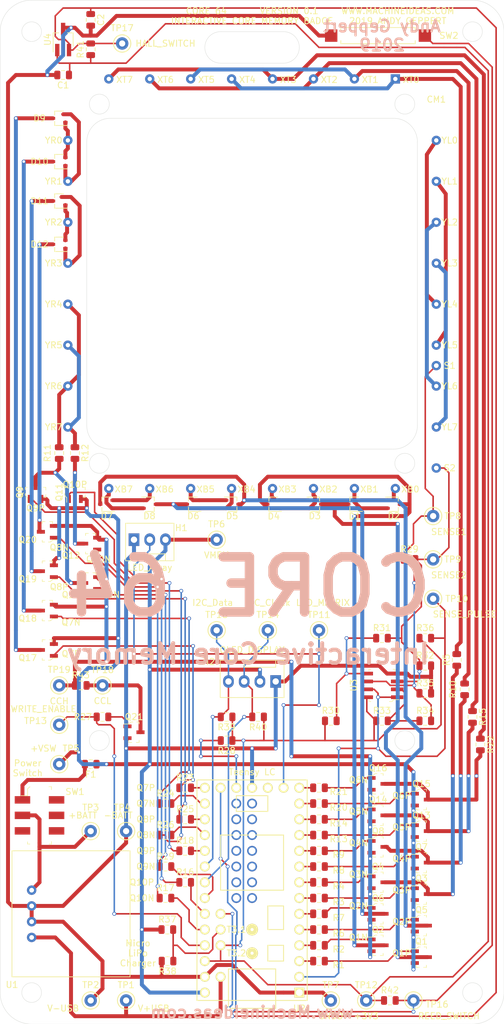
<source format=kicad_pcb>
(kicad_pcb (version 20171130) (host pcbnew "(5.1.2-1)-1")
  (title_block (title "Core 64") (date 2019-07-09) (rev 0.1) (company "Andy Geppert"))
  (layers (0 F.Cu signal) (31 B.Cu signal) (34 B.Paste user hide) (35 F.Paste user hide) (36 B.SilkS user) (37 F.SilkS user) (38 B.Mask user) (39 F.Mask user) (44 Edge.Cuts user))
  (net 0 "")
  (net 1 "Net-(D1-Pad3)")
  (net 2 "Net-(D2-Pad3)")
  (net 3 +BATT)
  (net 4 "Net-(Q1-Pad1)")
  (net 5 "Net-(Q2-Pad1)")
  (net 6 -BATT)
  (net 7 Q1P)
  (net 8 Q1N)
  (net 9 XB7)
  (net 10 XB4)
  (net 11 XB6)
  (net 12 XB5)
  (net 13 "Net-(CM1-Pad28)")
  (net 14 "Net-(CM1-Pad27)")
  (net 15 "Net-(CM1-Pad26)")
  (net 16 "Net-(CM1-Pad25)")
  (net 17 XB0)
  (net 18 XB1)
  (net 19 XB2)
  (net 20 XB3)
  (net 21 "Net-(F1-Pad2)")
  (net 22 +VSW)
  (net 23 +3V3)
  (net 24 V+USB)
  (net 25 "Net-(Q3-Pad1)")
  (net 26 WRITE_ENABLE)
  (net 27 I2C_DATA)
  (net 28 I2C_CLOCK)
  (net 29 GNDPWR)
  (net 30 "Net-(Q4-Pad1)")
  (net 31 "Net-(Q5-Pad1)")
  (net 32 Q2P)
  (net 33 Q2N)
  (net 34 XT3-7)
  (net 35 XT2-6)
  (net 36 XT1-5)
  (net 37 XT0-4)
  (net 38 "Net-(Q6-Pad1)")
  (net 39 "Net-(Q7-Pad1)")
  (net 40 "Net-(Q8-Pad1)")
  (net 41 "Net-(Q9-Pad1)")
  (net 42 "Net-(Q10-Pad1)")
  (net 43 "Net-(Q10-Pad3)")
  (net 44 "Net-(Q11-Pad1)")
  (net 45 "Net-(Q12-Pad1)")
  (net 46 "Net-(Q13-Pad1)")
  (net 47 Q3P)
  (net 48 Q3N)
  (net 49 Q4P)
  (net 50 Q4N)
  (net 51 Q5P)
  (net 52 Q5N)
  (net 53 Q6P)
  (net 54 Q6N)
  (net 55 YL5)
  (net 56 YL4)
  (net 57 YL3)
  (net 58 YL2)
  (net 59 YL1)
  (net 60 YL0)
  (net 61 SENSE1)
  (net 62 SENSE2)
  (net 63 "Net-(D5-Pad3)")
  (net 64 "Net-(D6-Pad3)")
  (net 65 "Net-(Q14-Pad1)")
  (net 66 "Net-(Q15-Pad1)")
  (net 67 "Net-(Q16-Pad1)")
  (net 68 "Net-(Q17-Pad1)")
  (net 69 "Net-(Q18-Pad1)")
  (net 70 "Net-(Q19-Pad1)")
  (net 71 "Net-(Q20-Pad1)")
  (net 72 "Net-(Q21-Pad1)")
  (net 73 Q10P)
  (net 74 Q10N)
  (net 75 Q9P)
  (net 76 Q9N)
  (net 77 Q7P)
  (net 78 Q7N)
  (net 79 Q8P)
  (net 80 Q8N)
  (net 81 SENSE_PULSE)
  (net 82 REED_SWITCH)
  (net 83 "Net-(Q3-Pad3)")
  (net 84 "Net-(Q7-Pad3)")
  (net 85 "Net-(Q11-Pad3)")
  (net 86 "Net-(Q13-Pad3)")
  (net 87 "Net-(Q15-Pad3)")
  (net 88 "Net-(U2-Pad39)")
  (net 89 "Net-(U2-Pad38)")
  (net 90 "Net-(U2-Pad16)")
  (net 91 LED_MATRIX)
  (net 92 HALL_SWITCH)
  (net 93 "Net-(R28-Pad2)")
  (net 94 "Net-(R30-Pad2)")
  (net 95 "Net-(R33-Pad2)")
  (net 96 "Net-(R37-Pad2)")
  (net 97 "Net-(Q21-Pad3)")
  (net 98 "Net-(D9-Pad3)")
  (net 99 "Net-(D10-Pad3)")
  (net 100 "Net-(D11-Pad3)")
  (net 101 "Net-(D12-Pad3)")
  (module Core_Memory_8x8_Array:OLED_Header_4PIN (layer F.Cu) (at 98.425 138.43 180)
    (fp_text reference H2 (at 10.795 3.175) (layer F.SilkS))
    (fp_text value OLED_DISPLAY (at 3.81 5.08) (layer F.SilkS))
    (pad 4 thru_hole oval (at 7.62 0 270) (size 2.03 1.73) (drill 1.02) (layers *.Cu *.Mask) (net 27 I2C_DATA))
    (pad 3 thru_hole oval (at 5.08 0 270) (size 2.03 1.73) (drill 1.02) (layers *.Cu *.Mask) (net 28 I2C_CLOCK))
    (pad 2 thru_hole oval (at 2.54 0 270) (size 2.03 1.73) (drill 1.02) (layers *.Cu *.Mask) (net 22 +VSW))
    (pad 1 thru_hole rect (at 0 0 270) (size 2.03 1.73) (drill 1.02) (layers *.Cu *.Mask) (net 6 -BATT))
  )
  (module Core_Memory_8x8_Array:core_64 (layer F.Cu) (at 94.615 74.295)
    (fp_text reference CM1 (at 29.718 -29.718) (layer F.SilkS))
    (fp_text value Core_Memory_8x8_Array)
    (fp_text user YR7 (at -32.004 23.114) (layer F.SilkS))
    (fp_text user YR6 (at -32.004 16.51) (layer F.SilkS))
    (fp_text user YR0 (at -32.004 -23.114) (layer F.SilkS))
    (fp_text user YR4 (at -32.004 3.302) (layer F.SilkS))
    (fp_text user YR2 (at -32.004 -9.906) (layer F.SilkS))
    (fp_text user YR1 (at -32.004 -16.51) (layer F.SilkS))
    (fp_text user YR3 (at -32.004 -3.302) (layer F.SilkS))
    (fp_text user YR5 (at -32.004 9.906) (layer F.SilkS))
    (fp_text user XB7 (at -20.701 33.147) (layer F.SilkS))
    (fp_text user XB1 (at 18.923 33.147) (layer F.SilkS))
    (fp_text user XB2 (at 12.319 33.147) (layer F.SilkS))
    (fp_text user XB0 (at 25.527 33.147) (layer F.SilkS))
    (fp_text user XB4 (at -0.889 33.147) (layer F.SilkS))
    (fp_text user XB3 (at 5.715 33.147) (layer F.SilkS))
    (fp_text user XB6 (at -14.097 33.147) (layer F.SilkS))
    (fp_text user XB5 (at -7.493 33.147) (layer F.SilkS))
    (fp_text user XT7 (at -20.574 -32.893) (layer F.SilkS))
    (fp_text user XT6 (at -13.97 -32.893) (layer F.SilkS))
    (fp_text user XT5 (at -7.366 -32.893) (layer F.SilkS))
    (fp_text user XT4 (at -0.762 -32.893) (layer F.SilkS))
    (fp_text user XT3 (at 5.842 -32.893) (layer F.SilkS))
    (fp_text user XT2 (at 12.446 -32.893) (layer F.SilkS))
    (fp_text user XT1 (at 19.05 -32.893) (layer F.SilkS))
    (fp_text user XT0 (at 25.654 -32.893) (layer F.SilkS))
    (fp_text user YL0 (at 31.877 -23.114) (layer F.SilkS))
    (fp_text user YL1 (at 31.877 -16.51) (layer F.SilkS))
    (fp_text user YL2 (at 31.877 -9.906) (layer F.SilkS))
    (fp_text user YL3 (at 31.877 -3.302) (layer F.SilkS))
    (fp_text user YL4 (at 31.877 3.302) (layer F.SilkS))
    (fp_text user YL5 (at 31.877 9.906) (layer F.SilkS))
    (fp_text user S2 (at 31.877 29.718) (layer F.SilkS))
    (fp_text user S1 (at 31.877 13.208) (layer F.SilkS))
    (fp_text user YL6 (at 31.877 16.51) (layer F.SilkS))
    (fp_text user YL7 (at 31.877 23.114) (layer F.SilkS))
    (pad 34 thru_hole circle (at 29.718 29.718) (size 1.524 1.524) (drill 0.762) (layers *.Cu *.Mask) (net 62 SENSE2))
    (pad 33 thru_hole circle (at 29.718 13.208) (size 1.524 1.524) (drill 0.762) (layers *.Cu *.Mask) (net 61 SENSE1))
    (pad 31 thru_hole circle (at 29.718 -16.51 180) (size 1.5 1.5) (drill 0.7) (layers *.Cu *.Mask) (net 14 "Net-(CM1-Pad27)"))
    (pad 30 thru_hole circle (at 29.718 -9.906 180) (size 1.5 1.5) (drill 0.7) (layers *.Cu *.Mask) (net 15 "Net-(CM1-Pad26)"))
    (pad 29 thru_hole circle (at 29.718 -3.302 180) (size 1.5 1.5) (drill 0.7) (layers *.Cu *.Mask) (net 16 "Net-(CM1-Pad25)"))
    (pad 28 thru_hole circle (at 29.718 3.302 180) (size 1.5 1.5) (drill 0.7) (layers *.Cu *.Mask) (net 13 "Net-(CM1-Pad28)"))
    (pad 27 thru_hole circle (at 29.718 9.906 180) (size 1.5 1.5) (drill 0.7) (layers *.Cu *.Mask) (net 14 "Net-(CM1-Pad27)"))
    (pad 26 thru_hole circle (at 29.718 16.51 180) (size 1.5 1.5) (drill 0.7) (layers *.Cu *.Mask) (net 15 "Net-(CM1-Pad26)"))
    (pad 25 thru_hole circle (at 29.718 23.114 180) (size 1.5 1.5) (drill 0.7) (layers *.Cu *.Mask) (net 16 "Net-(CM1-Pad25)"))
    (pad 24 thru_hole circle (at 23.114 33.02 180) (size 1.5 1.5) (drill 0.7) (layers *.Cu *.Mask) (net 17 XB0))
    (pad 23 thru_hole circle (at 16.51 33.02 180) (size 1.5 1.5) (drill 0.7) (layers *.Cu *.Mask) (net 18 XB1))
    (pad 22 thru_hole circle (at 9.906 33.02 180) (size 1.5 1.5) (drill 0.7) (layers *.Cu *.Mask) (net 19 XB2))
    (pad 21 thru_hole circle (at 3.302 33.02 180) (size 1.5 1.5) (drill 0.7) (layers *.Cu *.Mask) (net 20 XB3))
    (pad 20 thru_hole circle (at -3.302 33.02 180) (size 1.5 1.5) (drill 0.7) (layers *.Cu *.Mask) (net 10 XB4))
    (pad 19 thru_hole circle (at -9.906 33.02 180) (size 1.5 1.5) (drill 0.7) (layers *.Cu *.Mask) (net 12 XB5))
    (pad 18 thru_hole circle (at -16.51 33.02 180) (size 1.5 1.5) (drill 0.7) (layers *.Cu *.Mask) (net 11 XB6))
    (pad 17 thru_hole circle (at -23.114 33.02 180) (size 1.5 1.5) (drill 0.7) (layers *.Cu *.Mask) (net 9 XB7))
    (pad 16 thru_hole circle (at -29.718 23.114 180) (size 1.5 1.5) (drill 0.7) (layers *.Cu *.Mask) (net 55 YL5))
    (pad 15 thru_hole circle (at -29.718 16.51 180) (size 1.5 1.5) (drill 0.7) (layers *.Cu *.Mask) (net 56 YL4))
    (pad 32 thru_hole circle (at 29.718 -23.114 180) (size 1.5 1.5) (drill 0.7) (layers *.Cu *.Mask) (net 13 "Net-(CM1-Pad28)"))
    (pad 1 thru_hole rect (at 23.114 -33.02 180) (size 1.5 1.5) (drill 0.7) (layers *.Cu *.Mask) (net 37 XT0-4))
    (pad 2 thru_hole circle (at 16.51 -33.02 180) (size 1.5 1.5) (drill 0.7) (layers *.Cu *.Mask) (net 36 XT1-5))
    (pad 3 thru_hole circle (at 9.906 -33.02 180) (size 1.5 1.5) (drill 0.7) (layers *.Cu *.Mask) (net 35 XT2-6))
    (pad 4 thru_hole circle (at 3.302 -33.02 180) (size 1.5 1.5) (drill 0.7) (layers *.Cu *.Mask) (net 34 XT3-7))
    (pad 5 thru_hole circle (at -3.302 -33.02 180) (size 1.5 1.5) (drill 0.7) (layers *.Cu *.Mask) (net 37 XT0-4))
    (pad 6 thru_hole circle (at -9.906 -33.02 180) (size 1.5 1.5) (drill 0.7) (layers *.Cu *.Mask) (net 36 XT1-5))
    (pad 7 thru_hole circle (at -16.51 -33.02 180) (size 1.5 1.5) (drill 0.7) (layers *.Cu *.Mask) (net 35 XT2-6))
    (pad 8 thru_hole circle (at -23.114 -33.02 180) (size 1.5 1.5) (drill 0.7) (layers *.Cu *.Mask) (net 34 XT3-7))
    (pad 9 thru_hole circle (at -29.718 -23.114 180) (size 1.5 1.5) (drill 0.7) (layers *.Cu *.Mask) (net 60 YL0))
    (pad 10 thru_hole circle (at -29.718 -16.51 180) (size 1.5 1.5) (drill 0.7) (layers *.Cu *.Mask) (net 59 YL1))
    (pad 11 thru_hole circle (at -29.718 -9.906 180) (size 1.5 1.5) (drill 0.7) (layers *.Cu *.Mask) (net 58 YL2))
    (pad 12 thru_hole circle (at -29.718 -3.302 180) (size 1.5 1.5) (drill 0.7) (layers *.Cu *.Mask) (net 57 YL3))
    (pad 13 thru_hole circle (at -29.718 3.302 180) (size 1.5 1.5) (drill 0.7) (layers *.Cu *.Mask) (net 56 YL4))
    (pad 14 thru_hole circle (at -29.718 9.906 180) (size 1.5 1.5) (drill 0.7) (layers *.Cu *.Mask) (net 55 YL5))
  )
  (module TestPoint:TestPoint_Keystone_5000-5004_Miniature (layer F.Cu) (at 63.5 139.065)
    (fp_text reference TP19 (at 0 -2.54) (layer F.SilkS))
    (fp_text value CCH (at 0 2.54) (layer F.SilkS))
    (pad 1 thru_hole circle (at 0 0) (size 2 2) (drill 1) (layers *.Cu *.Mask) (net 29 GNDPWR))
  )
  (module TestPoint:TestPoint_Keystone_5000-5004_Miniature (layer F.Cu) (at 74.295 189.865)
    (fp_text reference TP1 (at 0 -2.5) (layer F.SilkS))
    (fp_text value V+USB (at 4.445 1.27) (layer F.SilkS))
    (pad 1 thru_hole circle (at 0 0) (size 2 2) (drill 1) (layers *.Cu *.Mask) (net 24 V+USB))
  )
  (module TestPoint:TestPoint_Keystone_5000-5004_Miniature (layer F.Cu) (at 68.58 162.56)
    (fp_text reference TP3 (at 0 -3.81) (layer F.SilkS))
    (fp_text value +BATT (at -1.27 -2.54) (layer F.SilkS))
    (pad 1 thru_hole circle (at 0 0) (size 2 2) (drill 1) (layers *.Cu *.Mask) (net 3 +BATT))
  )
  (module TestPoint:TestPoint_Keystone_5000-5004_Miniature (layer F.Cu) (at 74.295 162.56)
    (fp_text reference TP4 (at -0.635 -3.81) (layer F.SilkS))
    (fp_text value -BATT (at -1.27 -2.54) (layer F.SilkS))
    (pad 1 thru_hole circle (at 0 0) (size 2 2) (drill 1) (layers *.Cu *.Mask) (net 6 -BATT))
  )
  (module TestPoint:TestPoint_Keystone_5000-5004_Miniature (layer F.Cu) (at 63.5 151.765)
    (fp_text reference TP5 (at 1.905 -2.54) (layer F.SilkS))
    (fp_text value +VSW (at -2.54 -2.54) (layer F.SilkS))
    (pad 1 thru_hole circle (at 0 0) (size 2 2) (drill 1) (layers *.Cu *.Mask) (net 22 +VSW))
  )
  (module TestPoint:TestPoint_Keystone_5000-5004_Miniature (layer F.Cu) (at 88.9 115.57)
    (fp_text reference TP6 (at 0 -2.5) (layer F.SilkS))
    (fp_text value VMEM (at 0 2.5) (layer F.SilkS))
    (pad 1 thru_hole circle (at 0 0) (size 2 2) (drill 1) (layers *.Cu *.Mask) (net 22 +VSW))
  )
  (module TestPoint:TestPoint_Keystone_5000-5004_Miniature (layer F.Cu) (at 123.825 111.76)
    (fp_text reference TP8 (at 3.175 0) (layer F.SilkS))
    (fp_text value SENSE1 (at 2.54 2.54) (layer F.SilkS))
    (pad 1 thru_hole circle (at 0 0) (size 2 2) (drill 1) (layers *.Cu *.Mask) (net 61 SENSE1))
  )
  (module TestPoint:TestPoint_Keystone_5000-5004_Miniature (layer F.Cu) (at 123.825 118.745)
    (fp_text reference TP9 (at 3.175 0) (layer F.SilkS))
    (fp_text value SENSE2 (at 2.54 2.54) (layer F.SilkS))
    (pad 1 thru_hole circle (at 0 0) (size 2 2) (drill 1) (layers *.Cu *.Mask) (net 62 SENSE2))
  )
  (module TestPoint:TestPoint_Keystone_5000-5004_Miniature (layer F.Cu) (at 123.825 125.095)
    (fp_text reference TP10 (at 3.81 0) (layer F.SilkS))
    (fp_text value SENSE_PULSE (at 5.08 2.5) (layer F.SilkS))
    (pad 1 thru_hole circle (at 0 0) (size 2 2) (drill 1) (layers *.Cu *.Mask) (net 81 SENSE_PULSE))
  )
  (module TestPoint:TestPoint_Keystone_5000-5004_Miniature (layer F.Cu) (at 105.41 130.175)
    (fp_text reference TP11 (at 0 -2.5) (layer F.SilkS))
    (fp_text value LED_MATRIX (at 0.635 -4.445) (layer F.SilkS))
    (pad 1 thru_hole circle (at 0 0) (size 2 2) (drill 1) (layers *.Cu *.Mask) (net 91 LED_MATRIX))
  )
  (module TestPoint:TestPoint_Keystone_5000-5004_Miniature (layer F.Cu) (at 113.03 189.865)
    (fp_text reference TP12 (at 0 -2.5) (layer F.SilkS))
    (fp_text value +3V3 (at 0 2.5) (layer F.SilkS))
    (pad 1 thru_hole circle (at 0 0) (size 2 2) (drill 1) (layers *.Cu *.Mask) (net 23 +3V3))
  )
  (module TestPoint:TestPoint_Keystone_5000-5004_Miniature (layer F.Cu) (at 63.5 145.415)
    (fp_text reference TP13 (at -3.81 -0.635) (layer F.SilkS))
    (fp_text value WRITE_ENABLE (at -2.54 -2.54) (layer F.SilkS))
    (pad 1 thru_hole circle (at 0 0) (size 2 2) (drill 1) (layers *.Cu *.Mask) (net 26 WRITE_ENABLE))
  )
  (module TestPoint:TestPoint_Keystone_5000-5004_Miniature (layer F.Cu) (at 97.155 130.175)
    (fp_text reference TP14 (at 0 -2.5) (layer F.SilkS))
    (fp_text value I2C_Clock (at 0 -4.445) (layer F.SilkS))
    (pad 1 thru_hole circle (at 0 0) (size 2 2) (drill 1) (layers *.Cu *.Mask) (net 28 I2C_CLOCK))
  )
  (module TestPoint:TestPoint_Keystone_5000-5004_Miniature (layer F.Cu) (at 88.9 130.175)
    (fp_text reference TP15 (at 0 -2.5) (layer F.SilkS))
    (fp_text value I2C_Data (at -0.635 -4.445) (layer F.SilkS))
    (pad 1 thru_hole circle (at 0 0) (size 2 2) (drill 1) (layers *.Cu *.Mask) (net 27 I2C_DATA))
  )
  (module TestPoint:TestPoint_Keystone_5000-5004_Miniature (layer F.Cu) (at 120.65 189.865)
    (fp_text reference TP16 (at 3.81 0.635) (layer F.SilkS))
    (fp_text value REED_SWITCH (at 5.715 2.5) (layer F.SilkS))
    (pad 1 thru_hole circle (at 0 0) (size 2 2) (drill 1) (layers *.Cu *.Mask) (net 82 REED_SWITCH))
  )
  (module TestPoint:TestPoint_Keystone_5000-5004_Miniature (layer F.Cu) (at 73.66 35.56)
    (fp_text reference TP17 (at 0 -2.5) (layer F.SilkS))
    (fp_text value HALL_SWITCH (at 6.985 0) (layer F.SilkS))
    (pad 1 thru_hole circle (at 0 0) (size 2 2) (drill 1) (layers *.Cu *.Mask) (net 92 HALL_SWITCH))
  )
  (module TestPoint:TestPoint_Keystone_5000-5004_Miniature (layer F.Cu) (at 107.315 189.865)
    (fp_text reference TP7 (at 0 -2.5) (layer F.SilkS))
    (fp_text value GNDD (at 0 2.5) (layer F.SilkS))
    (pad 1 thru_hole circle (at 0 0) (size 2 2) (drill 1) (layers *.Cu *.Mask) (net 6 -BATT))
  )
  (module TestPoint:TestPoint_Keystone_5000-5004_Miniature (layer F.Cu) (at 68.58 189.865)
    (fp_text reference TP2 (at 0 -2.5) (layer F.SilkS))
    (fp_text value V-USB (at -4.445 1.27) (layer F.SilkS))
    (pad 1 thru_hole circle (at 0 0) (size 2 2) (drill 1) (layers *.Cu *.Mask) (net 6 -BATT))
  )
  (module TestPoint:TestPoint_Keystone_5000-5004_Miniature (layer F.Cu) (at 70.485 139.065)
    (fp_text reference TP18 (at 0 -2.5) (layer F.SilkS))
    (fp_text value CCL (at 0 2.5) (layer F.SilkS))
    (pad 1 thru_hole circle (at 0 0) (size 2 2) (drill 1) (layers *.Cu *.Mask) (net 97 "Net-(Q21-Pad3)"))
  )
  (module Package_TO_SOT_SMD:SOT-23W_Handsoldering (layer F.Cu) (at 64.135 34.925 90)
    (fp_text reference U4 (at 0 -2.5 90) (layer F.SilkS))
    (fp_text value A3214ELHLT-T)
    (pad 3 smd rect (at 1.7 0 90) (size 2 0.7) (layers F.Cu F.Paste F.Mask) (net 6 -BATT))
    (pad 2 smd rect (at -1.7 0.95 90) (size 2 0.7) (layers F.Cu F.Paste F.Mask) (net 92 HALL_SWITCH))
    (pad 1 smd rect (at -1.7 -0.95 90) (size 2 0.7) (layers F.Cu F.Paste F.Mask) (net 23 +3V3))
  )
  (module Resistor_SMD:R_0805_2012Metric (layer F.Cu) (at 68.58 36.4975 90)
    (fp_text reference R41 (at 0 -1.65 90) (layer F.SilkS))
    (fp_text value 4K7)
    (pad 2 smd roundrect (at 0.9375 0 90) (size 0.975 1.4) (layers F.Cu F.Paste F.Mask) (net 92 HALL_SWITCH))
    (pad 1 smd roundrect (at -0.9375 0 90) (size 0.975 1.4) (layers F.Cu F.Paste F.Mask) (net 23 +3V3))
  )
  (module Capacitor_SMD:C_0805_2012Metric (layer F.Cu) (at 68.58 31.75 270)
    (fp_text reference C2 (at 0 -1.65 90) (layer F.SilkS))
    (fp_text value 10pF)
    (pad 2 smd roundrect (at 0.9375 0 270) (size 0.975 1.4) (layers F.Cu F.Paste F.Mask) (net 6 -BATT))
    (pad 1 smd roundrect (at -0.9375 0 270) (size 0.975 1.4) (layers F.Cu F.Paste F.Mask) (net 92 HALL_SWITCH))
  )
  (module Capacitor_SMD:C_0805_2012Metric (layer F.Cu) (at 64.135 40.64 180)
    (fp_text reference C1 (at 0 -1.65) (layer F.SilkS))
    (fp_text value 0.1uF)
    (pad 2 smd roundrect (at 0.9375 0 180) (size 0.975 1.4) (layers F.Cu F.Paste F.Mask) (net 6 -BATT))
    (pad 1 smd roundrect (at -0.9375 0 180) (size 0.975 1.4) (layers F.Cu F.Paste F.Mask) (net 23 +3V3))
  )
  (module Digikey:Switch_Slide_JS202011SCQN (layer F.Cu) (at 60.325 160.02 270)
    (fp_text reference SW1 (at -3.81 -5.715 180) (layer F.SilkS))
    (fp_text value SW_SPST)
    (pad 6 smd rect (at 2.5 -2.75 270) (size 1.2 2.5) (layers F.Cu F.Paste F.Mask))
    (pad 5 smd rect (at 0 -2.75 270) (size 1.2 2.5) (layers F.Cu F.Paste F.Mask))
    (pad 4 smd rect (at -2.5 -2.75 270) (size 1.2 2.5) (layers F.Cu F.Paste F.Mask))
    (pad 1 smd rect (at -2.5 2.75 270) (size 1.2 2.5) (layers F.Cu F.Paste F.Mask) (net 21 "Net-(F1-Pad2)"))
    (pad 2 smd rect (at 0 2.75 270) (size 1.2 2.5) (layers F.Cu F.Paste F.Mask) (net 3 +BATT))
    (pad 3 smd rect (at 2.5 2.75 270) (size 1.2 2.5) (layers F.Cu F.Paste F.Mask))
  )
  (module Resistor_SMD:R_0805_2012Metric (layer F.Cu) (at 70.485 144.145 180)
    (fp_text reference R27 (at 3.175 0) (layer F.SilkS))
    (fp_text value 220)
    (pad 2 smd roundrect (at 0.9375 0 180) (size 0.975 1.4) (layers F.Cu F.Paste F.Mask) (net 26 WRITE_ENABLE))
    (pad 1 smd roundrect (at -0.9375 0 180) (size 0.975 1.4) (layers F.Cu F.Paste F.Mask) (net 72 "Net-(Q21-Pad1)"))
  )
  (module Digikey:SOT-23-3 (layer F.Cu) (at 75.565 146.619)
    (fp_text reference Q21 (at 0 -2.474) (layer F.SilkS))
    (fp_text value MMBT4401LT1G)
    (pad 1 smd rect (at -1.05 -0.95) (size 1.3 0.6) (layers F.Cu F.Paste F.Mask) (net 72 "Net-(Q21-Pad1)"))
    (pad 2 smd rect (at -1.05 0.95) (size 1.3 0.6) (layers F.Cu F.Paste F.Mask) (net 6 -BATT))
    (pad 3 smd rect (at 1.05 0) (size 1.3 0.6) (layers F.Cu F.Paste F.Mask) (net 97 "Net-(Q21-Pad3)"))
  )
  (module Resistor_SMD:R_0805_2012Metric (layer F.Cu) (at 95.5825 144.145 180)
    (fp_text reference R40 (at 0 -1.65) (layer F.SilkS))
    (fp_text value 4K7)
    (pad 2 smd roundrect (at 0.9375 0 180) (size 0.975 1.4) (layers F.Cu F.Paste F.Mask) (net 28 I2C_CLOCK))
    (pad 1 smd roundrect (at -0.9375 0 180) (size 0.975 1.4) (layers F.Cu F.Paste F.Mask) (net 23 +3V3))
  )
  (module Resistor_SMD:R_0805_2012Metric (layer F.Cu) (at 90.5025 144.145 180)
    (fp_text reference R39 (at 0 -1.65) (layer F.SilkS))
    (fp_text value 4K7)
    (pad 2 smd roundrect (at 0.9375 0 180) (size 0.975 1.4) (layers F.Cu F.Paste F.Mask) (net 27 I2C_DATA))
    (pad 1 smd roundrect (at -0.9375 0 180) (size 0.975 1.4) (layers F.Cu F.Paste F.Mask) (net 23 +3V3))
  )
  (module Core_Memory_8x8_Array:Micro_LiPo_Charger (layer F.Cu) (at 65.405 175.895 90)
    (fp_text reference U1 (at -11.43 -9.525 180) (layer F.SilkS))
    (fp_text value Micro_LiPo_Charger)
    (pad 1 thru_hole circle (at -3.81 -6.35 90) (size 1.524 1.524) (drill 0.762) (layers *.Cu *.Mask) (net 24 V+USB))
    (pad 2 thru_hole circle (at -1.27 -6.35 90) (size 1.524 1.524) (drill 0.762) (layers *.Cu *.Mask) (net 6 -BATT))
    (pad 4 thru_hole circle (at 3.81 -6.35 90) (size 1.524 1.524) (drill 0.762) (layers *.Cu *.Mask) (net 3 +BATT))
    (pad 3 thru_hole circle (at 1.27 -6.35 90) (size 1.524 1.524) (drill 0.762) (layers *.Cu *.Mask) (net 6 -BATT))
  )
  (module Resistor_SMD:R_0805_2012Metric (layer F.Cu) (at 80.9775 183.515 180)
    (fp_text reference R38 (at 0 -1.65) (layer F.SilkS))
    (fp_text value 10k)
    (pad 2 smd roundrect (at 0.9375 0 180) (size 0.975 1.4) (layers F.Cu F.Paste F.Mask) (net 6 -BATT))
    (pad 1 smd roundrect (at -0.9375 0 180) (size 0.975 1.4) (layers F.Cu F.Paste F.Mask) (net 96 "Net-(R37-Pad2)"))
  )
  (module Resistor_SMD:R_0805_2012Metric (layer F.Cu) (at 80.9475 178.435)
    (fp_text reference R37 (at 0 -1.65) (layer F.SilkS))
    (fp_text value 10k)
    (pad 2 smd roundrect (at 0.9375 0) (size 0.975 1.4) (layers F.Cu F.Paste F.Mask) (net 96 "Net-(R37-Pad2)"))
    (pad 1 smd roundrect (at -0.9375 0) (size 0.975 1.4) (layers F.Cu F.Paste F.Mask) (net 22 +VSW))
  )
  (module Teensy:Teensy30_31_32_LC (layer F.Cu) (at 94.615 172.085 90)
    (fp_text reference U2 (at -19.05 7.62 180) (layer F.SilkS))
    (fp_text value Teensy-LC)
    (fp_text user T3.1 (at -6.35 -2.54) (layer F.SilkS))
    (fp_text user T3.2 (at -10.16 -2.54) (layer F.SilkS))
    (pad 52 thru_hole circle (at -10.16 0 90) (size 1.9 1.9) (drill 0.5) (layers *.Cu *.Mask F.SilkS))
    (pad 52 thru_hole circle (at -6.35 0 90) (size 1.9 1.9) (drill 0.5) (layers *.Cu *.Mask F.SilkS))
    (pad 51 thru_hole circle (at -1.27 -2.54 90) (size 1.6 1.6) (drill 1.1) (layers *.Cu *.Mask))
    (pad 50 thru_hole circle (at 1.27 -2.54 90) (size 1.6 1.6) (drill 1.1) (layers *.Cu *.Mask))
    (pad 49 thru_hole circle (at 3.81 -2.54 90) (size 1.6 1.6) (drill 1.1) (layers *.Cu *.Mask))
    (pad 48 thru_hole circle (at 6.35 -2.54 90) (size 1.6 1.6) (drill 1.1) (layers *.Cu *.Mask))
    (pad 47 thru_hole circle (at 8.89 -2.54 90) (size 1.6 1.6) (drill 1.1) (layers *.Cu *.Mask))
    (pad 46 thru_hole circle (at 11.43 -2.54 90) (size 1.6 1.6) (drill 1.1) (layers *.Cu *.Mask))
    (pad 45 thru_hole circle (at 13.97 -2.54 90) (size 1.6 1.6) (drill 1.1) (layers *.Cu *.Mask))
    (pad 44 thru_hole circle (at 13.97 0 90) (size 1.6 1.6) (drill 1.1) (layers *.Cu *.Mask))
    (pad 43 thru_hole circle (at 11.43 0 90) (size 1.6 1.6) (drill 1.1) (layers *.Cu *.Mask))
    (pad 42 thru_hole circle (at 8.89 0 90) (size 1.6 1.6) (drill 1.1) (layers *.Cu *.Mask))
    (pad 41 thru_hole circle (at 6.35 0 90) (size 1.6 1.6) (drill 1.1) (layers *.Cu *.Mask))
    (pad 40 thru_hole circle (at 3.81 0 90) (size 1.6 1.6) (drill 1.1) (layers *.Cu *.Mask))
    (pad 39 thru_hole circle (at 1.27 0 90) (size 1.6 1.6) (drill 1.1) (layers *.Cu *.Mask) (net 88 "Net-(U2-Pad39)"))
    (pad 38 thru_hole circle (at -1.27 0 90) (size 1.6 1.6) (drill 1.1) (layers *.Cu *.Mask) (net 89 "Net-(U2-Pad38)"))
    (pad 1 thru_hole rect (at -16.51 7.62 90) (size 1.6 1.6) (drill 1.1) (layers *.Cu *.Mask F.SilkS) (net 6 -BATT))
    (pad 2 thru_hole circle (at -13.97 7.62 90) (size 1.6 1.6) (drill 1.1) (layers *.Cu *.Mask F.SilkS) (net 81 SENSE_PULSE))
    (pad 3 thru_hole circle (at -11.43 7.62 90) (size 1.6 1.6) (drill 1.1) (layers *.Cu *.Mask F.SilkS) (net 7 Q1P))
    (pad 4 thru_hole circle (at -8.89 7.62 90) (size 1.6 1.6) (drill 1.1) (layers *.Cu *.Mask F.SilkS) (net 8 Q1N))
    (pad 5 thru_hole circle (at -6.35 7.62 90) (size 1.6 1.6) (drill 1.1) (layers *.Cu *.Mask F.SilkS) (net 32 Q2P))
    (pad 6 thru_hole circle (at -3.81 7.62 90) (size 1.6 1.6) (drill 1.1) (layers *.Cu *.Mask F.SilkS) (net 33 Q2N))
    (pad 7 thru_hole circle (at -1.27 7.62 90) (size 1.6 1.6) (drill 1.1) (layers *.Cu *.Mask F.SilkS) (net 47 Q3P))
    (pad 8 thru_hole circle (at 1.27 7.62 90) (size 1.6 1.6) (drill 1.1) (layers *.Cu *.Mask F.SilkS) (net 48 Q3N))
    (pad 9 thru_hole circle (at 3.81 7.62 90) (size 1.6 1.6) (drill 1.1) (layers *.Cu *.Mask F.SilkS) (net 49 Q4P))
    (pad 10 thru_hole circle (at 6.35 7.62 90) (size 1.6 1.6) (drill 1.1) (layers *.Cu *.Mask F.SilkS) (net 50 Q4N))
    (pad 11 thru_hole circle (at 8.89 7.62 90) (size 1.6 1.6) (drill 1.1) (layers *.Cu *.Mask F.SilkS) (net 51 Q5P))
    (pad 12 thru_hole circle (at 11.43 7.62 90) (size 1.6 1.6) (drill 1.1) (layers *.Cu *.Mask F.SilkS) (net 52 Q5N))
    (pad 13 thru_hole circle (at 13.97 7.62 90) (size 1.6 1.6) (drill 1.1) (layers *.Cu *.Mask F.SilkS) (net 53 Q6P))
    (pad 37 thru_hole circle (at -3.81 -5.08 90) (size 1.6 1.6) (drill 1.1) (layers *.Cu *.Mask F.SilkS) (net 82 REED_SWITCH))
    (pad 36 thru_hole circle (at -6.35 -5.08 90) (size 1.6 1.6) (drill 1.1) (layers *.Cu *.Mask F.SilkS) (net 96 "Net-(R37-Pad2)"))
    (pad 35 thru_hole circle (at -8.89 -5.08 90) (size 1.6 1.6) (drill 1.1) (layers *.Cu *.Mask F.SilkS) (net 23 +3V3))
    (pad 34 thru_hole circle (at -13.97 -5.08 90) (size 1.6 1.6) (drill 1.1) (layers *.Cu *.Mask F.SilkS) (net 24 V+USB))
    (pad 33 thru_hole circle (at -16.51 -7.62 90) (size 1.6 1.6) (drill 1.1) (layers *.Cu *.Mask F.SilkS) (net 22 +VSW))
    (pad 32 thru_hole circle (at -13.97 -7.62 90) (size 1.6 1.6) (drill 1.1) (layers *.Cu *.Mask F.SilkS) (net 6 -BATT))
    (pad 31 thru_hole circle (at -11.43 -7.62 90) (size 1.6 1.6) (drill 1.1) (layers *.Cu *.Mask F.SilkS) (net 23 +3V3))
    (pad 30 thru_hole circle (at -8.89 -7.62 90) (size 1.6 1.6) (drill 1.1) (layers *.Cu *.Mask F.SilkS) (net 26 WRITE_ENABLE))
    (pad 29 thru_hole circle (at -6.35 -7.62 90) (size 1.6 1.6) (drill 1.1) (layers *.Cu *.Mask F.SilkS) (net 74 Q10N))
    (pad 28 thru_hole circle (at -3.81 -7.62 90) (size 1.6 1.6) (drill 1.1) (layers *.Cu *.Mask F.SilkS) (net 73 Q10P))
    (pad 27 thru_hole circle (at -1.27 -7.62 90) (size 1.6 1.6) (drill 1.1) (layers *.Cu *.Mask F.SilkS) (net 76 Q9N))
    (pad 26 thru_hole circle (at 1.27 -7.62 90) (size 1.6 1.6) (drill 1.1) (layers *.Cu *.Mask F.SilkS) (net 28 I2C_CLOCK))
    (pad 25 thru_hole circle (at 3.81 -7.62 90) (size 1.6 1.6) (drill 1.1) (layers *.Cu *.Mask F.SilkS) (net 27 I2C_DATA))
    (pad 24 thru_hole circle (at 6.35 -7.62 90) (size 1.6 1.6) (drill 1.1) (layers *.Cu *.Mask F.SilkS) (net 75 Q9P))
    (pad 23 thru_hole circle (at 8.89 -7.62 90) (size 1.6 1.6) (drill 1.1) (layers *.Cu *.Mask F.SilkS) (net 80 Q8N))
    (pad 22 thru_hole circle (at 11.43 -7.62 90) (size 1.6 1.6) (drill 1.1) (layers *.Cu *.Mask F.SilkS) (net 79 Q8P))
    (pad 21 thru_hole circle (at 13.97 -7.62 90) (size 1.6 1.6) (drill 1.1) (layers *.Cu *.Mask F.SilkS) (net 78 Q7N))
    (pad 14 thru_hole circle (at 16.51 7.62 90) (size 1.6 1.6) (drill 1.1) (layers *.Cu *.Mask F.SilkS) (net 54 Q6N))
    (pad 15 thru_hole circle (at 16.51 5.08 90) (size 1.6 1.6) (drill 1.1) (layers *.Cu *.Mask F.SilkS) (net 91 LED_MATRIX))
    (pad 16 thru_hole circle (at 16.51 2.54 90) (size 1.6 1.6) (drill 1.1) (layers *.Cu *.Mask F.SilkS) (net 90 "Net-(U2-Pad16)"))
    (pad 20 thru_hole circle (at 16.51 -7.62 90) (size 1.6 1.6) (drill 1.1) (layers *.Cu *.Mask F.SilkS) (net 77 Q7P))
    (pad 19 thru_hole circle (at 16.51 -5.08 90) (size 1.6 1.6) (drill 1.1) (layers *.Cu *.Mask F.SilkS) (net 92 HALL_SWITCH))
    (pad 18 thru_hole circle (at 16.51 -2.54 90) (size 1.6 1.6) (drill 1.1) (layers *.Cu *.Mask F.SilkS) (net 93 "Net-(R28-Pad2)"))
    (pad 17 thru_hole circle (at 16.51 0 90) (size 1.6 1.6) (drill 1.1) (layers *.Cu *.Mask F.SilkS) (net 6 -BATT))
  )
  (module Digikey:SOT-23-3 (layer F.Cu) (at 121.92 172.72)
    (fp_text reference Q3 (at 0.025 -2.54) (layer F.SilkS))
    (fp_text value MMBT4403LT1G)
    (pad 1 smd rect (at -1.05 -0.95) (size 1.3 0.6) (layers F.Cu F.Paste F.Mask) (net 25 "Net-(Q3-Pad1)"))
    (pad 2 smd rect (at -1.05 0.95) (size 1.3 0.6) (layers F.Cu F.Paste F.Mask) (net 22 +VSW))
    (pad 3 smd rect (at 1.05 0) (size 1.3 0.6) (layers F.Cu F.Paste F.Mask) (net 83 "Net-(Q3-Pad3)"))
  )
  (module Digikey:SOT-23-3 (layer F.Cu) (at 114.935 170.815)
    (fp_text reference Q4 (at 0 -2.54) (layer F.SilkS))
    (fp_text value MMBT4401LT1G)
    (pad 1 smd rect (at -1.05 -0.95) (size 1.3 0.6) (layers F.Cu F.Paste F.Mask) (net 30 "Net-(Q4-Pad1)"))
    (pad 2 smd rect (at -1.05 0.95) (size 1.3 0.6) (layers F.Cu F.Paste F.Mask) (net 29 GNDPWR))
    (pad 3 smd rect (at 1.05 0) (size 1.3 0.6) (layers F.Cu F.Paste F.Mask) (net 83 "Net-(Q3-Pad3)"))
  )
  (module Digikey:SOT-23-3 (layer F.Cu) (at 121.92 177.8)
    (fp_text reference Q5 (at 0.025 -2.54) (layer F.SilkS))
    (fp_text value MMBT4403LT1G)
    (pad 1 smd rect (at -1.05 -0.95) (size 1.3 0.6) (layers F.Cu F.Paste F.Mask) (net 31 "Net-(Q5-Pad1)"))
    (pad 2 smd rect (at -1.05 0.95) (size 1.3 0.6) (layers F.Cu F.Paste F.Mask) (net 22 +VSW))
    (pad 3 smd rect (at 1.05 0) (size 1.3 0.6) (layers F.Cu F.Paste F.Mask) (net 63 "Net-(D5-Pad3)"))
  )
  (module Digikey:SOT-23-3 (layer F.Cu) (at 114.935 175.895)
    (fp_text reference Q6 (at 0.025 -2.54) (layer F.SilkS))
    (fp_text value MMBT4401LT1G)
    (pad 1 smd rect (at -1.05 -0.95) (size 1.3 0.6) (layers F.Cu F.Paste F.Mask) (net 38 "Net-(Q6-Pad1)"))
    (pad 2 smd rect (at -1.05 0.95) (size 1.3 0.6) (layers F.Cu F.Paste F.Mask) (net 29 GNDPWR))
    (pad 3 smd rect (at 1.05 0) (size 1.3 0.6) (layers F.Cu F.Paste F.Mask) (net 64 "Net-(D6-Pad3)"))
  )
  (module Digikey:SOT-23-3 (layer F.Cu) (at 121.92 167.64)
    (fp_text reference Q7 (at 0.025 -2.54) (layer F.SilkS))
    (fp_text value MMBT4403LT1G)
    (pad 1 smd rect (at -1.05 -0.95) (size 1.3 0.6) (layers F.Cu F.Paste F.Mask) (net 39 "Net-(Q7-Pad1)"))
    (pad 2 smd rect (at -1.05 0.95) (size 1.3 0.6) (layers F.Cu F.Paste F.Mask) (net 22 +VSW))
    (pad 3 smd rect (at 1.05 0) (size 1.3 0.6) (layers F.Cu F.Paste F.Mask) (net 84 "Net-(Q7-Pad3)"))
  )
  (module Digikey:SOT-23-3 (layer F.Cu) (at 114.935 165.1)
    (fp_text reference Q8 (at 0.025 -2.54) (layer F.SilkS))
    (fp_text value MMBT4401LT1G)
    (pad 1 smd rect (at -1.05 -0.95) (size 1.3 0.6) (layers F.Cu F.Paste F.Mask) (net 40 "Net-(Q8-Pad1)"))
    (pad 2 smd rect (at -1.05 0.95) (size 1.3 0.6) (layers F.Cu F.Paste F.Mask) (net 29 GNDPWR))
    (pad 3 smd rect (at 1.05 0) (size 1.3 0.6) (layers F.Cu F.Paste F.Mask) (net 84 "Net-(Q7-Pad3)"))
  )
  (module Digikey:SOT-23-3 (layer F.Cu) (at 121.92 162.56)
    (fp_text reference Q13 (at 0.025 -2.54) (layer F.SilkS))
    (fp_text value MMBT4403LT1G)
    (pad 1 smd rect (at -1.05 -0.95) (size 1.3 0.6) (layers F.Cu F.Paste F.Mask) (net 46 "Net-(Q13-Pad1)"))
    (pad 2 smd rect (at -1.05 0.95) (size 1.3 0.6) (layers F.Cu F.Paste F.Mask) (net 22 +VSW))
    (pad 3 smd rect (at 1.05 0) (size 1.3 0.6) (layers F.Cu F.Paste F.Mask) (net 86 "Net-(Q13-Pad3)"))
  )
  (module Digikey:SOT-23-3 (layer F.Cu) (at 114.935 160.02)
    (fp_text reference Q14 (at 0.025 -2.54) (layer F.SilkS))
    (fp_text value MMBT4401LT1G)
    (pad 1 smd rect (at -1.05 -0.95) (size 1.3 0.6) (layers F.Cu F.Paste F.Mask) (net 65 "Net-(Q14-Pad1)"))
    (pad 2 smd rect (at -1.05 0.95) (size 1.3 0.6) (layers F.Cu F.Paste F.Mask) (net 29 GNDPWR))
    (pad 3 smd rect (at 1.05 0) (size 1.3 0.6) (layers F.Cu F.Paste F.Mask) (net 86 "Net-(Q13-Pad3)"))
  )
  (module Digikey:SOT-23-3 (layer F.Cu) (at 121.92 157.48)
    (fp_text reference Q15 (at 0.025 -2.54) (layer F.SilkS))
    (fp_text value MMBT4403LT1G)
    (pad 1 smd rect (at -1.05 -0.95) (size 1.3 0.6) (layers F.Cu F.Paste F.Mask) (net 66 "Net-(Q15-Pad1)"))
    (pad 2 smd rect (at -1.05 0.95) (size 1.3 0.6) (layers F.Cu F.Paste F.Mask) (net 22 +VSW))
    (pad 3 smd rect (at 1.05 0) (size 1.3 0.6) (layers F.Cu F.Paste F.Mask) (net 87 "Net-(Q15-Pad3)"))
  )
  (module Digikey:SOT-23-3 (layer F.Cu) (at 114.935 154.94)
    (fp_text reference Q16 (at 0.025 -2.54) (layer F.SilkS))
    (fp_text value MMBT4401LT1G)
    (pad 1 smd rect (at -1.05 -0.95) (size 1.3 0.6) (layers F.Cu F.Paste F.Mask) (net 67 "Net-(Q16-Pad1)"))
    (pad 2 smd rect (at -1.05 0.95) (size 1.3 0.6) (layers F.Cu F.Paste F.Mask) (net 29 GNDPWR))
    (pad 3 smd rect (at 1.05 0) (size 1.3 0.6) (layers F.Cu F.Paste F.Mask) (net 87 "Net-(Q15-Pad3)"))
  )
  (module Resistor_SMD:R_0805_2012Metric (layer F.Cu) (at 127.635 134.9525 90)
    (fp_text reference R5 (at 0 -1.65 90) (layer F.SilkS))
    (fp_text value 6R8)
    (pad 2 smd roundrect (at 0.9375 0 90) (size 0.975 1.4) (layers F.Cu F.Paste F.Mask) (net 37 XT0-4))
    (pad 1 smd roundrect (at -0.9375 0 90) (size 0.975 1.4) (layers F.Cu F.Paste F.Mask) (net 83 "Net-(Q3-Pad3)"))
  )
  (module Resistor_SMD:R_0805_2012Metric (layer F.Cu) (at 105.41 178.435 180)
    (fp_text reference R6 (at -3.175 -0.635) (layer F.SilkS))
    (fp_text value 220)
    (pad 2 smd roundrect (at 0.9375 0 180) (size 0.975 1.4) (layers F.Cu F.Paste F.Mask) (net 32 Q2P))
    (pad 1 smd roundrect (at -0.9375 0 180) (size 0.975 1.4) (layers F.Cu F.Paste F.Mask) (net 31 "Net-(Q5-Pad1)"))
  )
  (module Resistor_SMD:R_0805_2012Metric (layer F.Cu) (at 105.41 175.895 180)
    (fp_text reference R7 (at -3.175 -0.635) (layer F.SilkS))
    (fp_text value 220)
    (pad 2 smd roundrect (at 0.9375 0 180) (size 0.975 1.4) (layers F.Cu F.Paste F.Mask) (net 33 Q2N))
    (pad 1 smd roundrect (at -0.9375 0 180) (size 0.975 1.4) (layers F.Cu F.Paste F.Mask) (net 38 "Net-(Q6-Pad1)"))
  )
  (module Resistor_SMD:R_0805_2012Metric (layer F.Cu) (at 105.41 173.355 180)
    (fp_text reference R3 (at -3.175 -0.635) (layer F.SilkS))
    (fp_text value 220)
    (pad 2 smd roundrect (at 0.9375 0 180) (size 0.975 1.4) (layers F.Cu F.Paste F.Mask) (net 47 Q3P))
    (pad 1 smd roundrect (at -0.9375 0 180) (size 0.975 1.4) (layers F.Cu F.Paste F.Mask) (net 25 "Net-(Q3-Pad1)"))
  )
  (module Resistor_SMD:R_0805_2012Metric (layer F.Cu) (at 105.41 170.815 180)
    (fp_text reference R4 (at -3.175 -0.635) (layer F.SilkS))
    (fp_text value 220)
    (pad 2 smd roundrect (at 0.9375 0 180) (size 0.975 1.4) (layers F.Cu F.Paste F.Mask) (net 48 Q3N))
    (pad 1 smd roundrect (at -0.9375 0 180) (size 0.975 1.4) (layers F.Cu F.Paste F.Mask) (net 30 "Net-(Q4-Pad1)"))
  )
  (module Resistor_SMD:R_0805_2012Metric (layer F.Cu) (at 128.905 139.7 270)
    (fp_text reference R10 (at 0 1.905 90) (layer F.SilkS))
    (fp_text value 6R8)
    (pad 2 smd roundrect (at 0.9375 0 270) (size 0.975 1.4) (layers F.Cu F.Paste F.Mask) (net 84 "Net-(Q7-Pad3)"))
    (pad 1 smd roundrect (at -0.9375 0 270) (size 0.975 1.4) (layers F.Cu F.Paste F.Mask) (net 36 XT1-5))
  )
  (module Resistor_SMD:R_0805_2012Metric (layer F.Cu) (at 105.41 168.275 180)
    (fp_text reference R8 (at -3.175 -0.635) (layer F.SilkS))
    (fp_text value 220)
    (pad 2 smd roundrect (at 0.9375 0 180) (size 0.975 1.4) (layers F.Cu F.Paste F.Mask) (net 49 Q4P))
    (pad 1 smd roundrect (at -0.9375 0 180) (size 0.975 1.4) (layers F.Cu F.Paste F.Mask) (net 39 "Net-(Q7-Pad1)"))
  )
  (module Resistor_SMD:R_0805_2012Metric (layer F.Cu) (at 105.41 165.735 180)
    (fp_text reference R9 (at -3.175 -0.635) (layer F.SilkS))
    (fp_text value 220)
    (pad 2 smd roundrect (at 0.9375 0 180) (size 0.975 1.4) (layers F.Cu F.Paste F.Mask) (net 50 Q4N))
    (pad 1 smd roundrect (at -0.9375 0 180) (size 0.975 1.4) (layers F.Cu F.Paste F.Mask) (net 40 "Net-(Q8-Pad1)"))
  )
  (module Resistor_SMD:R_0805_2012Metric (layer F.Cu) (at 130.175 144.145 270)
    (fp_text reference R15 (at 0 -1.65 90) (layer F.SilkS))
    (fp_text value 6R8)
    (pad 2 smd roundrect (at 0.9375 0 270) (size 0.975 1.4) (layers F.Cu F.Paste F.Mask) (net 86 "Net-(Q13-Pad3)"))
    (pad 1 smd roundrect (at -0.9375 0 270) (size 0.975 1.4) (layers F.Cu F.Paste F.Mask) (net 35 XT2-6))
  )
  (module Resistor_SMD:R_0805_2012Metric (layer F.Cu) (at 105.41 163.195 180)
    (fp_text reference R13 (at -3.175 -0.635) (layer F.SilkS))
    (fp_text value 220)
    (pad 2 smd roundrect (at 0.9375 0 180) (size 0.975 1.4) (layers F.Cu F.Paste F.Mask) (net 51 Q5P))
    (pad 1 smd roundrect (at -0.9375 0 180) (size 0.975 1.4) (layers F.Cu F.Paste F.Mask) (net 46 "Net-(Q13-Pad1)"))
  )
  (module Resistor_SMD:R_0805_2012Metric (layer F.Cu) (at 105.41 160.655 180)
    (fp_text reference R14 (at -3.175 -0.635) (layer F.SilkS))
    (fp_text value 220)
    (pad 2 smd roundrect (at 0.9375 0 180) (size 0.975 1.4) (layers F.Cu F.Paste F.Mask) (net 52 Q5N))
    (pad 1 smd roundrect (at -0.9375 0 180) (size 0.975 1.4) (layers F.Cu F.Paste F.Mask) (net 65 "Net-(Q14-Pad1)"))
  )
  (module Resistor_SMD:R_0805_2012Metric (layer F.Cu) (at 131.445 148.59 270)
    (fp_text reference R22 (at 0 -1.65 90) (layer F.SilkS))
    (fp_text value 6R8)
    (pad 2 smd roundrect (at 0.9375 0 270) (size 0.975 1.4) (layers F.Cu F.Paste F.Mask) (net 87 "Net-(Q15-Pad3)"))
    (pad 1 smd roundrect (at -0.9375 0 270) (size 0.975 1.4) (layers F.Cu F.Paste F.Mask) (net 34 XT3-7))
  )
  (module Resistor_SMD:R_0805_2012Metric (layer F.Cu) (at 105.41 158.115 180)
    (fp_text reference R20 (at -3.175 -0.635) (layer F.SilkS))
    (fp_text value 220)
    (pad 2 smd roundrect (at 0.9375 0 180) (size 0.975 1.4) (layers F.Cu F.Paste F.Mask) (net 53 Q6P))
    (pad 1 smd roundrect (at -0.9375 0 180) (size 0.975 1.4) (layers F.Cu F.Paste F.Mask) (net 66 "Net-(Q15-Pad1)"))
  )
  (module Resistor_SMD:R_0805_2012Metric (layer F.Cu) (at 105.41 155.575 180)
    (fp_text reference R21 (at -3.175 -0.635) (layer F.SilkS))
    (fp_text value 220)
    (pad 2 smd roundrect (at 0.9375 0 180) (size 0.975 1.4) (layers F.Cu F.Paste F.Mask) (net 54 Q6N))
    (pad 1 smd roundrect (at -0.9375 0 180) (size 0.975 1.4) (layers F.Cu F.Paste F.Mask) (net 67 "Net-(Q16-Pad1)"))
  )
  (module Digikey:SOT-23-3 (layer F.Cu) (at 59.69 107.95 90)
    (fp_text reference Q9 (at 0.025 -2.54 90) (layer F.SilkS))
    (fp_text value MMBT4403LT1G)
    (pad 1 smd rect (at -1.05 -0.95 90) (size 1.3 0.6) (layers F.Cu F.Paste F.Mask) (net 41 "Net-(Q9-Pad1)"))
    (pad 2 smd rect (at -1.05 0.95 90) (size 1.3 0.6) (layers F.Cu F.Paste F.Mask) (net 22 +VSW))
    (pad 3 smd rect (at 1.05 0 90) (size 1.3 0.6) (layers F.Cu F.Paste F.Mask) (net 43 "Net-(Q10-Pad3)"))
  )
  (module Digikey:SOT-23-3 (layer F.Cu) (at 68.58 122.555 180)
    (fp_text reference Q10 (at 3.175 -1.905) (layer F.SilkS))
    (fp_text value MMBT4401LT1G)
    (pad 1 smd rect (at -1.05 -0.95 180) (size 1.3 0.6) (layers F.Cu F.Paste F.Mask) (net 42 "Net-(Q10-Pad1)"))
    (pad 2 smd rect (at -1.05 0.95 180) (size 1.3 0.6) (layers F.Cu F.Paste F.Mask) (net 29 GNDPWR))
    (pad 3 smd rect (at 1.05 0 180) (size 1.3 0.6) (layers F.Cu F.Paste F.Mask) (net 43 "Net-(Q10-Pad3)"))
  )
  (module Digikey:SOT-23-3 (layer F.Cu) (at 66.04 107.95 90)
    (fp_text reference Q11 (at 0.025 -2.54 90) (layer F.SilkS))
    (fp_text value MMBT4403LT1G)
    (pad 1 smd rect (at -1.05 -0.95 90) (size 1.3 0.6) (layers F.Cu F.Paste F.Mask) (net 44 "Net-(Q11-Pad1)"))
    (pad 2 smd rect (at -1.05 0.95 90) (size 1.3 0.6) (layers F.Cu F.Paste F.Mask) (net 22 +VSW))
    (pad 3 smd rect (at 1.05 0 90) (size 1.3 0.6) (layers F.Cu F.Paste F.Mask) (net 85 "Net-(Q11-Pad3)"))
  )
  (module Digikey:SOT-23-3 (layer F.Cu) (at 68.58 116.205 180)
    (fp_text reference Q12 (at 3.175 -1.905) (layer F.SilkS))
    (fp_text value MMBT4401LT1G)
    (pad 1 smd rect (at -1.05 -0.95 180) (size 1.3 0.6) (layers F.Cu F.Paste F.Mask) (net 45 "Net-(Q12-Pad1)"))
    (pad 2 smd rect (at -1.05 0.95 180) (size 1.3 0.6) (layers F.Cu F.Paste F.Mask) (net 29 GNDPWR))
    (pad 3 smd rect (at 1.05 0 180) (size 1.3 0.6) (layers F.Cu F.Paste F.Mask) (net 85 "Net-(Q11-Pad3)"))
  )
  (module Digikey:SOT-23-3 (layer F.Cu) (at 61.595 133.35 180)
    (fp_text reference Q17 (at 3.175 -1.27) (layer F.SilkS))
    (fp_text value MMBT4403LT1G)
    (pad 1 smd rect (at -1.05 -0.95 180) (size 1.3 0.6) (layers F.Cu F.Paste F.Mask) (net 68 "Net-(Q17-Pad1)"))
    (pad 2 smd rect (at -1.05 0.95 180) (size 1.3 0.6) (layers F.Cu F.Paste F.Mask) (net 22 +VSW))
    (pad 3 smd rect (at 1.05 0 180) (size 1.3 0.6) (layers F.Cu F.Paste F.Mask) (net 98 "Net-(D9-Pad3)"))
  )
  (module Digikey:SOT-23-3 (layer F.Cu) (at 61.595 127 180)
    (fp_text reference Q18 (at 3.175 -1.27) (layer F.SilkS))
    (fp_text value MMBT4401LT1G)
    (pad 1 smd rect (at -1.05 -0.95 180) (size 1.3 0.6) (layers F.Cu F.Paste F.Mask) (net 69 "Net-(Q18-Pad1)"))
    (pad 2 smd rect (at -1.05 0.95 180) (size 1.3 0.6) (layers F.Cu F.Paste F.Mask) (net 29 GNDPWR))
    (pad 3 smd rect (at 1.05 0 180) (size 1.3 0.6) (layers F.Cu F.Paste F.Mask) (net 99 "Net-(D10-Pad3)"))
  )
  (module Digikey:SOT-23-3 (layer F.Cu) (at 61.595 120.65 180)
    (fp_text reference Q19 (at 3.175 -1.27) (layer F.SilkS))
    (fp_text value MMBT4403LT1G)
    (pad 1 smd rect (at -1.05 -0.95 180) (size 1.3 0.6) (layers F.Cu F.Paste F.Mask) (net 70 "Net-(Q19-Pad1)"))
    (pad 2 smd rect (at -1.05 0.95 180) (size 1.3 0.6) (layers F.Cu F.Paste F.Mask) (net 22 +VSW))
    (pad 3 smd rect (at 1.05 0 180) (size 1.3 0.6) (layers F.Cu F.Paste F.Mask) (net 100 "Net-(D11-Pad3)"))
  )
  (module Digikey:SOT-23-3 (layer F.Cu) (at 61.595 114.3 180)
    (fp_text reference Q20 (at 3.175 -1.27) (layer F.SilkS))
    (fp_text value MMBT4401LT1G)
    (pad 1 smd rect (at -1.05 -0.95 180) (size 1.3 0.6) (layers F.Cu F.Paste F.Mask) (net 71 "Net-(Q20-Pad1)"))
    (pad 2 smd rect (at -1.05 0.95 180) (size 1.3 0.6) (layers F.Cu F.Paste F.Mask) (net 29 GNDPWR))
    (pad 3 smd rect (at 1.05 0 180) (size 1.3 0.6) (layers F.Cu F.Paste F.Mask) (net 101 "Net-(D12-Pad3)"))
  )
  (module Resistor_SMD:R_0805_2012Metric (layer F.Cu) (at 63.5 101.6 270)
    (fp_text reference R11 (at 0 1.905 90) (layer F.SilkS))
    (fp_text value 6R8)
    (pad 2 smd roundrect (at 0.9375 0 270) (size 0.975 1.4) (layers F.Cu F.Paste F.Mask) (net 43 "Net-(Q10-Pad3)"))
    (pad 1 smd roundrect (at -0.9375 0 270) (size 0.975 1.4) (layers F.Cu F.Paste F.Mask) (net 56 YL4))
  )
  (module Resistor_SMD:R_0805_2012Metric (layer F.Cu) (at 66.04 101.6 270)
    (fp_text reference R12 (at 0 -1.65 90) (layer F.SilkS))
    (fp_text value 6R8)
    (pad 2 smd roundrect (at 0.9375 0 270) (size 0.975 1.4) (layers F.Cu F.Paste F.Mask) (net 85 "Net-(Q11-Pad3)"))
    (pad 1 smd roundrect (at -0.9375 0 270) (size 0.975 1.4) (layers F.Cu F.Paste F.Mask) (net 55 YL5))
  )
  (module Resistor_SMD:R_0805_2012Metric (layer F.Cu) (at 83.82 170.815)
    (fp_text reference R16 (at 0 -1.65) (layer F.SilkS))
    (fp_text value 220)
    (pad 2 smd roundrect (at 0.9375 0) (size 0.975 1.4) (layers F.Cu F.Paste F.Mask) (net 73 Q10P))
    (pad 1 smd roundrect (at -0.9375 0) (size 0.975 1.4) (layers F.Cu F.Paste F.Mask) (net 44 "Net-(Q11-Pad1)"))
  )
  (module Resistor_SMD:R_0805_2012Metric (layer F.Cu) (at 80.645 173.355)
    (fp_text reference R17 (at 0 -1.65) (layer F.SilkS))
    (fp_text value 220)
    (pad 2 smd roundrect (at 0.9375 0) (size 0.975 1.4) (layers F.Cu F.Paste F.Mask) (net 74 Q10N))
    (pad 1 smd roundrect (at -0.9375 0) (size 0.975 1.4) (layers F.Cu F.Paste F.Mask) (net 45 "Net-(Q12-Pad1)"))
  )
  (module Resistor_SMD:R_0805_2012Metric (layer F.Cu) (at 83.82 165.735)
    (fp_text reference R18 (at 0 -1.65) (layer F.SilkS))
    (fp_text value 220)
    (pad 2 smd roundrect (at 0.9375 0) (size 0.975 1.4) (layers F.Cu F.Paste F.Mask) (net 75 Q9P))
    (pad 1 smd roundrect (at -0.9375 0) (size 0.975 1.4) (layers F.Cu F.Paste F.Mask) (net 41 "Net-(Q9-Pad1)"))
  )
  (module Resistor_SMD:R_0805_2012Metric (layer F.Cu) (at 80.645 168.275)
    (fp_text reference R19 (at 0 -1.65) (layer F.SilkS))
    (fp_text value 220)
    (pad 2 smd roundrect (at 0.9375 0) (size 0.975 1.4) (layers F.Cu F.Paste F.Mask) (net 76 Q9N))
    (pad 1 smd roundrect (at -0.9375 0) (size 0.975 1.4) (layers F.Cu F.Paste F.Mask) (net 42 "Net-(Q10-Pad1)"))
  )
  (module Resistor_SMD:R_0805_2012Metric (layer F.Cu) (at 83.82 155.575)
    (fp_text reference R23 (at 0 -1.65) (layer F.SilkS))
    (fp_text value 220)
    (pad 2 smd roundrect (at 0.9375 0) (size 0.975 1.4) (layers F.Cu F.Paste F.Mask) (net 77 Q7P))
    (pad 1 smd roundrect (at -0.9375 0) (size 0.975 1.4) (layers F.Cu F.Paste F.Mask) (net 68 "Net-(Q17-Pad1)"))
  )
  (module Resistor_SMD:R_0805_2012Metric (layer F.Cu) (at 80.645 158.115)
    (fp_text reference R24 (at 0 -1.65) (layer F.SilkS))
    (fp_text value 220)
    (pad 2 smd roundrect (at 0.9375 0) (size 0.975 1.4) (layers F.Cu F.Paste F.Mask) (net 78 Q7N))
    (pad 1 smd roundrect (at -0.9375 0) (size 0.975 1.4) (layers F.Cu F.Paste F.Mask) (net 69 "Net-(Q18-Pad1)"))
  )
  (module Resistor_SMD:R_0805_2012Metric (layer F.Cu) (at 83.82 160.655)
    (fp_text reference R25 (at 0 -1.65) (layer F.SilkS))
    (fp_text value 220)
    (pad 2 smd roundrect (at 0.9375 0) (size 0.975 1.4) (layers F.Cu F.Paste F.Mask) (net 79 Q8P))
    (pad 1 smd roundrect (at -0.9375 0) (size 0.975 1.4) (layers F.Cu F.Paste F.Mask) (net 70 "Net-(Q19-Pad1)"))
  )
  (module Resistor_SMD:R_0805_2012Metric (layer F.Cu) (at 80.645 163.195)
    (fp_text reference R26 (at 0 -1.65) (layer F.SilkS))
    (fp_text value 220)
    (pad 2 smd roundrect (at 0.9375 0) (size 0.975 1.4) (layers F.Cu F.Paste F.Mask) (net 80 Q8N))
    (pad 1 smd roundrect (at -0.9375 0) (size 0.975 1.4) (layers F.Cu F.Paste F.Mask) (net 71 "Net-(Q20-Pad1)"))
  )
  (module Resistor_SMD:R_0805_2012Metric (layer F.Cu) (at 107.315 144.78)
    (fp_text reference R30 (at 0 -1.65) (layer F.SilkS))
    (fp_text value 1K8)
    (pad 2 smd roundrect (at 0.9375 0) (size 0.975 1.4) (layers F.Cu F.Paste F.Mask) (net 94 "Net-(R30-Pad2)"))
    (pad 1 smd roundrect (at -0.9375 0) (size 0.975 1.4) (layers F.Cu F.Paste F.Mask) (net 23 +3V3))
  )
  (module Resistor_SMD:R_0805_2012Metric (layer F.Cu) (at 115.57 131.445)
    (fp_text reference R31 (at 0 -1.65) (layer F.SilkS))
    (fp_text value 22)
    (pad 2 smd roundrect (at 0.9375 0) (size 0.975 1.4) (layers F.Cu F.Paste F.Mask) (net 62 SENSE2))
    (pad 1 smd roundrect (at -0.9375 0) (size 0.975 1.4) (layers F.Cu F.Paste F.Mask) (net 94 "Net-(R30-Pad2)"))
  )
  (module Resistor_SMD:R_0805_2012Metric (layer F.Cu) (at 122.555 135.89)
    (fp_text reference R32 (at 0 -1.65) (layer F.SilkS))
    (fp_text value 1K5)
    (pad 2 smd roundrect (at 0.9375 0) (size 0.975 1.4) (layers F.Cu F.Paste F.Mask) (net 6 -BATT))
    (pad 1 smd roundrect (at -0.9375 0) (size 0.975 1.4) (layers F.Cu F.Paste F.Mask) (net 62 SENSE2))
  )
  (module Resistor_SMD:R_0805_2012Metric (layer F.Cu) (at 115.57 144.78)
    (fp_text reference R33 (at 0 -1.65) (layer F.SilkS))
    (fp_text value 1K8)
    (pad 2 smd roundrect (at 0.9375 0) (size 0.975 1.4) (layers F.Cu F.Paste F.Mask) (net 95 "Net-(R33-Pad2)"))
    (pad 1 smd roundrect (at -0.9375 0) (size 0.975 1.4) (layers F.Cu F.Paste F.Mask) (net 23 +3V3))
  )
  (module Resistor_SMD:R_0805_2012Metric (layer F.Cu) (at 122.555 144.78)
    (fp_text reference R34 (at 0 -1.65) (layer F.SilkS))
    (fp_text value 22)
    (pad 2 smd roundrect (at 0.9375 0) (size 0.975 1.4) (layers F.Cu F.Paste F.Mask) (net 61 SENSE1))
    (pad 1 smd roundrect (at -0.9375 0) (size 0.975 1.4) (layers F.Cu F.Paste F.Mask) (net 95 "Net-(R33-Pad2)"))
  )
  (module Resistor_SMD:R_0805_2012Metric (layer F.Cu) (at 122.555 140.335)
    (fp_text reference R35 (at 0 -1.65) (layer F.SilkS))
    (fp_text value 1K5)
    (pad 2 smd roundrect (at 0.9375 0) (size 0.975 1.4) (layers F.Cu F.Paste F.Mask) (net 6 -BATT))
    (pad 1 smd roundrect (at -0.9375 0) (size 0.975 1.4) (layers F.Cu F.Paste F.Mask) (net 61 SENSE1))
  )
  (module Resistor_SMD:R_0805_2012Metric (layer F.Cu) (at 122.555 131.445)
    (fp_text reference R36 (at 0 -1.65) (layer F.SilkS))
    (fp_text value 10k)
    (pad 2 smd roundrect (at 0.9375 0) (size 0.975 1.4) (layers F.Cu F.Paste F.Mask) (net 81 SENSE_PULSE))
    (pad 1 smd roundrect (at -0.9375 0) (size 0.975 1.4) (layers F.Cu F.Paste F.Mask) (net 23 +3V3))
  )
  (module Resistor_SMD:R_0805_2012Metric (layer F.Cu) (at 120.015 118.745)
    (fp_text reference R29 (at 0 -1.65) (layer F.SilkS))
    (fp_text value 1K5)
    (pad 1 smd roundrect (at -0.9375 0) (size 0.975 1.4) (layers F.Cu F.Paste F.Mask) (net 61 SENSE1))
    (pad 2 smd roundrect (at 0.9375 0) (size 0.975 1.4) (layers F.Cu F.Paste F.Mask) (net 62 SENSE2))
  )
  (module Digikey:SOIC-8_W3.9mm (layer F.Cu) (at 115.57 139.065 90)
    (fp_text reference U3 (at 0.01778 -4.56946 90) (layer F.SilkS))
    (fp_text value LM393)
    (pad 1 smd rect (at -1.905 2.45 90) (size 0.6 2) (layers F.Cu F.Paste F.Mask) (net 81 SENSE_PULSE))
    (pad 2 smd rect (at -0.635 2.45 90) (size 0.6 2) (layers F.Cu F.Paste F.Mask) (net 95 "Net-(R33-Pad2)"))
    (pad 4 smd rect (at 1.905 2.45 90) (size 0.6 2) (layers F.Cu F.Paste F.Mask) (net 6 -BATT))
    (pad 5 smd rect (at 1.905 -2.45 90) (size 0.6 2) (layers F.Cu F.Paste F.Mask) (net 94 "Net-(R30-Pad2)"))
    (pad 6 smd rect (at 0.635 -2.45 90) (size 0.6 2) (layers F.Cu F.Paste F.Mask) (net 61 SENSE1))
    (pad 7 smd rect (at -0.635 -2.45 90) (size 0.6 2) (layers F.Cu F.Paste F.Mask) (net 81 SENSE_PULSE))
    (pad 8 smd rect (at -1.905 -2.45 90) (size 0.6 2) (layers F.Cu F.Paste F.Mask) (net 23 +3V3))
    (pad 3 smd rect (at 0.635 2.45 90) (size 0.6 2) (layers F.Cu F.Paste F.Mask) (net 62 SENSE2))
  )
  (module Fuse:Fuse_0805_2012Metric (layer F.Cu) (at 68.58 151.765 180)
    (fp_text reference F1 (at 0 -1.65) (layer F.SilkS))
    (fp_text value Polyfuse)
    (pad 1 smd roundrect (at -0.9375 0 180) (size 0.975 1.4) (layers F.Cu F.Paste F.Mask) (net 22 +VSW))
    (pad 2 smd roundrect (at 0.9375 0 180) (size 0.975 1.4) (layers F.Cu F.Paste F.Mask) (net 21 "Net-(F1-Pad2)"))
  )
  (module Resistor_SMD:R_0805_2012Metric (layer F.Cu) (at 116.84 189.865)
    (fp_text reference R42 (at 0 -1.65) (layer F.SilkS))
    (fp_text value 4K7)
    (pad 1 smd roundrect (at -0.9375 0) (size 0.975 1.4) (layers F.Cu F.Paste F.Mask) (net 23 +3V3))
    (pad 2 smd roundrect (at 0.9375 0) (size 0.975 1.4) (layers F.Cu F.Paste F.Mask) (net 82 REED_SWITCH))
  )
  (module Button_Switch_SMD:SW_SPST_REED_CT10-XXXX-G1 (layer F.Cu) (at 114.935 34.29)
    (fp_text reference SW2 (at 11.43 0) (layer F.SilkS))
    (fp_text value SW_Reed)
    (pad 1 smd rect (at -7.56 0) (size 2 2) (layers F.Cu F.Paste F.Mask) (net 6 -BATT))
    (pad 2 smd rect (at 7.56 0) (size 2 2) (layers F.Cu F.Paste F.Mask) (net 82 REED_SWITCH))
  )
  (module Resistor_SMD:R_0805_2012Metric (layer F.Cu) (at 105.41 183.515 180)
    (fp_text reference R1 (at -3.175 -0.635) (layer F.SilkS))
    (fp_text value 220)
    (pad 1 smd roundrect (at -0.9375 0 180) (size 0.975 1.4) (layers F.Cu F.Paste F.Mask) (net 4 "Net-(Q1-Pad1)"))
    (pad 2 smd roundrect (at 0.9375 0 180) (size 0.975 1.4) (layers F.Cu F.Paste F.Mask) (net 7 Q1P))
  )
  (module Resistor_SMD:R_0805_2012Metric (layer F.Cu) (at 105.41 180.975 180)
    (fp_text reference R2 (at -3.175 -0.635) (layer F.SilkS))
    (fp_text value 220)
    (pad 2 smd roundrect (at 0.9375 0 180) (size 0.975 1.4) (layers F.Cu F.Paste F.Mask) (net 8 Q1N))
    (pad 1 smd roundrect (at -0.9375 0 180) (size 0.975 1.4) (layers F.Cu F.Paste F.Mask) (net 5 "Net-(Q2-Pad1)"))
  )
  (module Digikey:SOT-23-3 (layer F.Cu) (at 121.92 182.88)
    (fp_text reference Q1 (at 0 -2.54) (layer F.SilkS))
    (fp_text value MMBT4403LT1G)
    (pad 1 smd rect (at -1.05 -0.95) (size 1.3 0.6) (layers F.Cu F.Paste F.Mask) (net 4 "Net-(Q1-Pad1)"))
    (pad 2 smd rect (at -1.05 0.95) (size 1.3 0.6) (layers F.Cu F.Paste F.Mask) (net 22 +VSW))
    (pad 3 smd rect (at 1.05 0) (size 1.3 0.6) (layers F.Cu F.Paste F.Mask) (net 1 "Net-(D1-Pad3)"))
  )
  (module Digikey:SOT-23-3 (layer F.Cu) (at 114.935 180.975)
    (fp_text reference Q2 (at 0.025 -2.54) (layer F.SilkS))
    (fp_text value MMBT4401LT1G)
    (pad 3 smd rect (at 1.05 0) (size 1.3 0.6) (layers F.Cu F.Paste F.Mask) (net 2 "Net-(D2-Pad3)"))
    (pad 2 smd rect (at -1.05 0.95) (size 1.3 0.6) (layers F.Cu F.Paste F.Mask) (net 29 GNDPWR))
    (pad 1 smd rect (at -1.05 -0.95) (size 1.3 0.6) (layers F.Cu F.Paste F.Mask) (net 5 "Net-(Q2-Pad1)"))
  )
  (module Resistor_SMD:R_0805_2012Metric (layer F.Cu) (at 90.5025 147.955 180)
    (fp_text reference R28 (at 0 -1.65) (layer F.SilkS))
    (fp_text value 4K7)
    (pad 1 smd roundrect (at -0.9375 0 180) (size 0.975 1.4) (layers F.Cu F.Paste F.Mask) (net 23 +3V3))
    (pad 2 smd roundrect (at 0.9375 0 180) (size 0.975 1.4) (layers F.Cu F.Paste F.Mask) (net 93 "Net-(R28-Pad2)"))
  )
  (module Resistor_SMD:R_0805_2012Metric (layer F.Cu) (at 66.9775 139.065)
    (fp_text reference R43 (at 0 -1.65) (layer F.SilkS))
    (fp_text value 0)
    (pad 1 smd roundrect (at -0.9375 0) (size 0.975 1.4) (layers F.Cu F.Paste F.Mask) (net 29 GNDPWR))
    (pad 2 smd roundrect (at 0.9375 0) (size 0.975 1.4) (layers F.Cu F.Paste F.Mask) (net 97 "Net-(Q21-Pad3)"))
  )
  (module Package_TO_SOT_SMD:SOT-323_SC-70 (layer F.Cu) (at 111.125 109.855 180)
    (fp_text reference D1 (at -0.05 -1.95) (layer F.SilkS))
    (fp_text value BAT54AW)
    (pad 1 smd rect (at -1 -0.65 90) (size 0.45 0.7) (layers F.Cu F.Paste F.Mask) (net 18 XB1))
    (pad 2 smd rect (at -1 0.65 90) (size 0.45 0.7) (layers F.Cu F.Paste F.Mask) (net 17 XB0))
    (pad 3 smd rect (at 1 0 90) (size 0.45 0.7) (layers F.Cu F.Paste F.Mask) (net 1 "Net-(D1-Pad3)"))
  )
  (module Package_TO_SOT_SMD:SOT-323_SC-70 (layer F.Cu) (at 117.475 109.855)
    (fp_text reference D2 (at 0 1.905) (layer F.SilkS))
    (fp_text value BAT54CW)
    (pad 3 smd rect (at 1 0 270) (size 0.45 0.7) (layers F.Cu F.Paste F.Mask) (net 2 "Net-(D2-Pad3)"))
    (pad 2 smd rect (at -1 0.65 270) (size 0.45 0.7) (layers F.Cu F.Paste F.Mask) (net 18 XB1))
    (pad 1 smd rect (at -1 -0.65 270) (size 0.45 0.7) (layers F.Cu F.Paste F.Mask) (net 17 XB0))
  )
  (module Package_TO_SOT_SMD:SOT-323_SC-70 (layer F.Cu) (at 104.775 109.855)
    (fp_text reference D3 (at -0.05 1.905) (layer F.SilkS))
    (fp_text value BAT54AW)
    (pad 1 smd rect (at -1 -0.65 270) (size 0.45 0.7) (layers F.Cu F.Paste F.Mask) (net 20 XB3))
    (pad 2 smd rect (at -1 0.65 270) (size 0.45 0.7) (layers F.Cu F.Paste F.Mask) (net 19 XB2))
    (pad 3 smd rect (at 1 0 270) (size 0.45 0.7) (layers F.Cu F.Paste F.Mask) (net 1 "Net-(D1-Pad3)"))
  )
  (module Package_TO_SOT_SMD:SOT-323_SC-70 (layer F.Cu) (at 98.06 109.855 180)
    (fp_text reference D4 (at -0.05 -1.95) (layer F.SilkS))
    (fp_text value BAT54CW)
    (pad 3 smd rect (at 1 0 90) (size 0.45 0.7) (layers F.Cu F.Paste F.Mask) (net 2 "Net-(D2-Pad3)"))
    (pad 2 smd rect (at -1 0.65 90) (size 0.45 0.7) (layers F.Cu F.Paste F.Mask) (net 20 XB3))
    (pad 1 smd rect (at -1 -0.65 90) (size 0.45 0.7) (layers F.Cu F.Paste F.Mask) (net 19 XB2))
  )
  (module Package_TO_SOT_SMD:SOT-323_SC-70 (layer F.Cu) (at 91.44 109.855)
    (fp_text reference D5 (at -0.05 1.905) (layer F.SilkS))
    (fp_text value BAT54AW)
    (pad 1 smd rect (at -1 -0.65 270) (size 0.45 0.7) (layers F.Cu F.Paste F.Mask) (net 12 XB5))
    (pad 2 smd rect (at -1 0.65 270) (size 0.45 0.7) (layers F.Cu F.Paste F.Mask) (net 10 XB4))
    (pad 3 smd rect (at 1 0 270) (size 0.45 0.7) (layers F.Cu F.Paste F.Mask) (net 63 "Net-(D5-Pad3)"))
  )
  (module Package_TO_SOT_SMD:SOT-323_SC-70 (layer F.Cu) (at 85.09 109.855 180)
    (fp_text reference D6 (at -0.05 -1.905) (layer F.SilkS))
    (fp_text value BAT54CW)
    (pad 3 smd rect (at 1 0 90) (size 0.45 0.7) (layers F.Cu F.Paste F.Mask) (net 64 "Net-(D6-Pad3)"))
    (pad 2 smd rect (at -1 0.65 90) (size 0.45 0.7) (layers F.Cu F.Paste F.Mask) (net 12 XB5))
    (pad 1 smd rect (at -1 -0.65 90) (size 0.45 0.7) (layers F.Cu F.Paste F.Mask) (net 10 XB4))
  )
  (module Package_TO_SOT_SMD:SOT-323_SC-70 (layer F.Cu) (at 71.12 109.855 180)
    (fp_text reference D7 (at -0.05 -1.95) (layer F.SilkS))
    (fp_text value BAT54AW)
    (pad 3 smd rect (at 1 0 90) (size 0.45 0.7) (layers F.Cu F.Paste F.Mask) (net 63 "Net-(D5-Pad3)"))
    (pad 2 smd rect (at -1 0.65 90) (size 0.45 0.7) (layers F.Cu F.Paste F.Mask) (net 11 XB6))
    (pad 1 smd rect (at -1 -0.65 90) (size 0.45 0.7) (layers F.Cu F.Paste F.Mask) (net 9 XB7))
  )
  (module Package_TO_SOT_SMD:SOT-323_SC-70 (layer F.Cu) (at 78.105 109.855)
    (fp_text reference D8 (at -0.05 1.905) (layer F.SilkS))
    (fp_text value BAT54CW)
    (pad 1 smd rect (at -1 -0.65 270) (size 0.45 0.7) (layers F.Cu F.Paste F.Mask) (net 11 XB6))
    (pad 2 smd rect (at -1 0.65 270) (size 0.45 0.7) (layers F.Cu F.Paste F.Mask) (net 9 XB7))
    (pad 3 smd rect (at 1 0 270) (size 0.45 0.7) (layers F.Cu F.Paste F.Mask) (net 64 "Net-(D6-Pad3)"))
  )
  (module Package_TO_SOT_SMD:SOT-323_SC-70 (layer F.Cu) (at 63.5 47.625 180)
    (fp_text reference D9 (at 3.175 0) (layer F.SilkS))
    (fp_text value BAT54AW)
    (pad 1 smd rect (at -1 -0.65 90) (size 0.45 0.7) (layers F.Cu F.Paste F.Mask) (net 60 YL0))
    (pad 2 smd rect (at -1 0.65 90) (size 0.45 0.7) (layers F.Cu F.Paste F.Mask) (net 59 YL1))
    (pad 3 smd rect (at 1 0 90) (size 0.45 0.7) (layers F.Cu F.Paste F.Mask) (net 98 "Net-(D9-Pad3)"))
  )
  (module Package_TO_SOT_SMD:SOT-323_SC-70 (layer F.Cu) (at 63.5 54.61 180)
    (fp_text reference D10 (at 3.175 0) (layer F.SilkS))
    (fp_text value BAT54CW)
    (pad 3 smd rect (at 1 0 90) (size 0.45 0.7) (layers F.Cu F.Paste F.Mask) (net 99 "Net-(D10-Pad3)"))
    (pad 2 smd rect (at -1 0.65 90) (size 0.45 0.7) (layers F.Cu F.Paste F.Mask) (net 60 YL0))
    (pad 1 smd rect (at -1 -0.65 90) (size 0.45 0.7) (layers F.Cu F.Paste F.Mask) (net 59 YL1))
  )
  (module Package_TO_SOT_SMD:SOT-323_SC-70 (layer F.Cu) (at 63.5 60.96 180)
    (fp_text reference D11 (at 3.175 0) (layer F.SilkS))
    (fp_text value BAT54AW)
    (pad 1 smd rect (at -1 -0.65 90) (size 0.45 0.7) (layers F.Cu F.Paste F.Mask) (net 58 YL2))
    (pad 2 smd rect (at -1 0.65 90) (size 0.45 0.7) (layers F.Cu F.Paste F.Mask) (net 57 YL3))
    (pad 3 smd rect (at 1 0 90) (size 0.45 0.7) (layers F.Cu F.Paste F.Mask) (net 100 "Net-(D11-Pad3)"))
  )
  (module Package_TO_SOT_SMD:SOT-323_SC-70 (layer F.Cu) (at 63.5 67.945 180)
    (fp_text reference D12 (at 3.175 0) (layer F.SilkS))
    (fp_text value BAT54CW)
    (pad 3 smd rect (at 1 0 90) (size 0.45 0.7) (layers F.Cu F.Paste F.Mask) (net 101 "Net-(D12-Pad3)"))
    (pad 2 smd rect (at -1 0.65 90) (size 0.45 0.7) (layers F.Cu F.Paste F.Mask) (net 58 YL2))
    (pad 1 smd rect (at -1 -0.65 90) (size 0.45 0.7) (layers F.Cu F.Paste F.Mask) (net 57 YL3))
  )
  (module Core_Memory_8x8_Array:LED_Matrix_Header_3pin (layer F.Cu) (at 75.565 115.57)
    (fp_text reference H1 (at 7.62 -1.905) (layer F.SilkS))
    (fp_text value LED_Array (at 2.55 4.5) (layer F.SilkS))
    (pad 1 thru_hole rect (at 0 0 90) (size 2.03 1.73) (drill 1.02) (layers *.Cu *.Mask) (net 6 -BATT))
    (pad 2 thru_hole oval (at 2.54 0 90) (size 2.03 1.73) (drill 1.02) (layers *.Cu *.Mask) (net 91 LED_MATRIX))
    (pad 3 thru_hole oval (at 5.08 0 90) (size 2.03 1.73) (drill 1.02) (layers *.Cu *.Mask) (net 22 +VSW))
  )
  (gr_text "Power\nSwitch" (at 58.42 152.4) (layer F.SilkS) (effects (font (size 1 1))))
  (gr_text "Teensy LC" (at 94.615 153.035) (layer F.SilkS) (effects (font (size 1 1))))
  (gr_text "Micro\nLiPo\nCharger" (at 76.2 182.245) (layer F.SilkS) (effects (font (size 1 1))))
  (gr_text Q7P (at 65.405 133.985) (layer F.SilkS) (effects (font (size 1 1))))
  (gr_text Q7N (at 65.405 128.905) (layer F.SilkS) (effects (font (size 1 1))))
  (gr_text Q8N (at 63.5 116.84) (layer F.SilkS) (effects (font (size 1 1))))
  (gr_text Q8P (at 63.5 123.19) (layer F.SilkS) (effects (font (size 1 1))))
  (gr_text Q9P (at 59.69 110.49) (layer F.SilkS) (effects (font (size 1 1))))
  (gr_text Q9N (at 71.755 124.46) (layer F.SilkS) (effects (font (size 1 1))))
  (gr_text Q10P (at 66.04 106.68) (layer F.SilkS) (effects (font (size 1 1))))
  (gr_text Q10N (at 69.85 118.745) (layer F.SilkS) (effects (font (size 1 1))))
  (gr_text Q7P (at 77.47 155.575) (layer F.SilkS) (effects (font (size 1 1))))
  (gr_text Q7N (at 77.47 158.115) (layer F.SilkS) (effects (font (size 1 1))))
  (gr_text Q8N (at 77.47 163.195) (layer F.SilkS) (effects (font (size 1 1))))
  (gr_text Q8P (at 77.47 160.655) (layer F.SilkS) (effects (font (size 1 1))))
  (gr_text Q9P (at 77.47 165.735) (layer F.SilkS) (effects (font (size 1 1))))
  (gr_text Q9N (at 77.47 168.275) (layer F.SilkS) (effects (font (size 1 1))))
  (gr_text Q10P (at 76.835 170.815) (layer F.SilkS) (effects (font (size 1 1))))
  (gr_text Q10N (at 76.835 173.355) (layer F.SilkS) (effects (font (size 1 1))))
  (gr_text Q5P (at 118.745 161.925) (layer F.SilkS) (effects (font (size 1 1))))
  (gr_text Q5N (at 111.76 159.385) (layer F.SilkS) (effects (font (size 1 1))))
  (gr_text Q6P (at 118.745 156.845) (layer F.SilkS) (effects (font (size 1 1))))
  (gr_text Q6N (at 111.76 154.305) (layer F.SilkS) (effects (font (size 1 1))))
  (gr_text Q3P (at 118.745 172.085) (layer F.SilkS) (effects (font (size 1 1))))
  (gr_text Q3N (at 111.76 169.545) (layer F.SilkS) (effects (font (size 1 1))))
  (gr_text Q4P (at 118.745 167.005) (layer F.SilkS) (effects (font (size 1 1))))
  (gr_text Q4N (at 111.76 164.465) (layer F.SilkS) (effects (font (size 1 1))))
  (gr_text Q2P (at 118.745 177.165) (layer F.SilkS) (effects (font (size 1 1))))
  (gr_text Q2N (at 111.76 174.625) (layer F.SilkS) (effects (font (size 1 1))))
  (gr_text www.MachineIdeas.com (at 94.615 191.77) (layer B.SilkS) (effects (font (size 1.905 1.905) (thickness 0.381)) (justify mirror)))
  (gr_text "Andy Geppert\n2019" (at 115.57 34.29) (layer B.SilkS) (effects (font (size 1.905 1.905) (thickness 0.381)) (justify mirror)))
  (gr_text "CORE 64" (at 93.98 123.19) (layer B.SilkS) (effects (font (size 8.89 8.89) (thickness 1.524)) (justify mirror)))
  (gr_text "Interactive Core Memory" (at 93.98 133.985) (layer B.SilkS) (effects (font (size 3.175 3.175) (thickness 0.635)) (justify mirror)))
  (gr_arc (start 130.175 33.655) (end 135.255 33.655) (angle -90) (layer Edge.Cuts) (width 0.05))
  (gr_arc (start 130.175 188.595) (end 130.175 193.675) (angle -90) (layer Edge.Cuts) (width 0.05))
  (gr_arc (start 59.055 33.655) (end 59.055 28.575) (angle -90) (layer Edge.Cuts) (width 0.05))
  (gr_circle (center 130.175 33.655) (end 131.7625 33.655) (layer Edge.Cuts) (width 0.05))
  (gr_circle (center 130.175 188.595) (end 131.7625 188.595) (layer Edge.Cuts) (width 0.05))
  (gr_circle (center 59.055 188.595) (end 60.6425 188.595) (layer Edge.Cuts) (width 0.05))
  (gr_circle (center 59.055 33.655) (end 60.6425 33.655) (layer Edge.Cuts) (width 0.05))
  (gr_circle (center 69.977 147.955) (end 71.583437 147.955) (layer Edge.Cuts) (width 0.05))
  (gr_circle (center 119.253 103.251) (end 120.859437 103.251) (layer Edge.Cuts) (width 0.05))
  (gr_text Q1N (at 111.76 179.705) (layer F.SilkS) (effects (font (size 1 1))))
  (gr_text Q1P (at 118.745 182.245) (layer F.SilkS) (effects (font (size 1 1))))
  (gr_line (start 135.255 33.655) (end 135.255 188.595) (layer Edge.Cuts) (width 0.05))
  (gr_text "WWW.MACHINEIDEAS.COM\n2019 ANDY GEPPERT" (at 118.11 31.115) (layer F.SilkS) (effects (font (size 1 1))))
  (gr_text "CORE 64       VERSION 0.1\nINTERACTIVE CORE MEMORY BADGE" (at 94.615 31.115) (layer F.SilkS) (effects (font (size 1 1))))
  (gr_circle (center 119.253 147.955) (end 120.777 148.463) (layer Edge.Cuts) (width 0.05))
  (gr_circle (center 69.977 103.251) (end 71.501 103.759) (layer Edge.Cuts) (width 0.05))
  (gr_circle (center 69.977 45.339) (end 71.501 45.847) (layer Edge.Cuts) (width 0.05))
  (gr_circle (center 119.253 45.339) (end 120.777 45.847) (layer Edge.Cuts) (width 0.05))
  (gr_line (start 89.535 38.735) (end 99.695 38.735) (layer Edge.Cuts) (width 0.05))
  (gr_line (start 89.535 33.655) (end 99.695 33.655) (layer Edge.Cuts) (width 0.05))
  (gr_arc (start 99.695 36.195) (end 99.695 38.735) (angle -180) (layer Edge.Cuts) (width 0.05))
  (gr_arc (start 89.535 36.195) (end 89.535 33.655) (angle -180) (layer Edge.Cuts) (width 0.05))
  (gr_line (start 67.945 51.435) (end 67.945 97.155) (layer Edge.Cuts) (width 0.05))
  (gr_line (start 117.475 47.625) (end 71.755 47.625) (layer Edge.Cuts) (width 0.05))
  (gr_line (start 121.285 97.155) (end 121.285 51.435) (layer Edge.Cuts) (width 0.05))
  (gr_line (start 71.755 100.965) (end 117.475 100.965) (layer Edge.Cuts) (width 0.05))
  (gr_arc (start 71.755 97.155) (end 67.945 97.155) (angle -90) (layer Edge.Cuts) (width 0.05))
  (gr_arc (start 117.475 97.155) (end 117.475 100.965) (angle -90) (layer Edge.Cuts) (width 0.05))
  (gr_arc (start 117.475 51.435) (end 121.285 51.435) (angle -90) (layer Edge.Cuts) (width 0.05))
  (gr_arc (start 71.755 51.435) (end 71.755 47.625) (angle -90) (layer Edge.Cuts) (width 0.05))
  (gr_line (start 53.975 188.595) (end 53.975 33.655) (layer Edge.Cuts) (width 0.05))
  (gr_line (start 59.055 193.675) (end 130.175 193.675) (layer Edge.Cuts) (width 0.05))
  (gr_arc (start 59.055 188.595) (end 53.975 188.595) (angle -90) (layer Edge.Cuts) (width 0.05))
  (gr_line (start 59.055 28.575) (end 130.175 28.575) (layer Edge.Cuts) (width 0.05))
  (segment (start 118.11 182.88) (end 122.97 182.88) (width 0.635) (layer F.Cu) (net 1))
  (via (at 118.11 182.88) (size 0.635) (drill 0.4) (layers F.Cu B.Cu) (net 1))
  (segment (start 105.775 109.855) (end 107.95 109.855) (width 0.635) (layer F.Cu) (net 1))
  (segment (start 107.95 109.855) (end 110.125 109.855) (width 0.635) (layer F.Cu) (net 1))
  (segment (start 118.11 113.03) (end 118.11 113.03) (width 0.635) (layer B.Cu) (net 1))
  (via (at 118.11 113.03) (size 0.635) (drill 0.4) (layers F.Cu B.Cu) (net 1))
  (segment (start 107.95 111.76) (end 107.95 109.855) (width 0.635) (layer F.Cu) (net 1))
  (segment (start 109.22 113.03) (end 107.95 111.76) (width 0.635) (layer F.Cu) (net 1))
  (segment (start 118.11 113.03) (end 109.22 113.03) (width 0.635) (layer F.Cu) (net 1))
  (segment (start 118.11 144.78) (end 118.11 113.03) (width 0.635) (layer B.Cu) (net 1))
  (segment (start 116.205 146.685) (end 118.11 144.78) (width 0.635) (layer B.Cu) (net 1))
  (segment (start 116.205 149.225) (end 116.205 146.685) (width 0.635) (layer B.Cu) (net 1))
  (segment (start 118.11 151.13) (end 116.205 149.225) (width 0.635) (layer B.Cu) (net 1))
  (segment (start 118.11 182.88) (end 118.11 151.13) (width 0.635) (layer B.Cu) (net 1))
  (via (at 111.125 180.975) (size 0.635) (drill 0.4) (layers F.Cu B.Cu) (net 2))
  (segment (start 115.985 180.975) (end 111.125 180.975) (width 0.635) (layer F.Cu) (net 2))
  (segment (start 118.745 109.855) (end 118.475 109.855) (width 0.635) (layer F.Cu) (net 2))
  (segment (start 120.015 109.855) (end 118.745 109.855) (width 0.635) (layer F.Cu) (net 2))
  (segment (start 96.52 109.855) (end 97.06 109.855) (width 0.635) (layer F.Cu) (net 2))
  (segment (start 95.885 109.22) (end 96.52 109.855) (width 0.635) (layer F.Cu) (net 2))
  (segment (start 97.155 105.41) (end 95.885 106.68) (width 0.635) (layer F.Cu) (net 2))
  (segment (start 95.885 106.68) (end 95.885 109.22) (width 0.635) (layer F.Cu) (net 2))
  (segment (start 118.11 105.41) (end 97.155 105.41) (width 0.635) (layer F.Cu) (net 2))
  (segment (start 120.015 107.315) (end 118.11 105.41) (width 0.635) (layer F.Cu) (net 2))
  (segment (start 120.015 109.855) (end 120.015 107.315) (width 0.635) (layer F.Cu) (net 2))
  (segment (start 111.125 111.76) (end 111.125 111.76) (width 0.635) (layer B.Cu) (net 2))
  (segment (start 111.125 111.76) (end 111.125 180.975) (width 0.635) (layer B.Cu) (net 2))
  (via (at 111.125 111.76) (size 0.635) (drill 0.4) (layers F.Cu B.Cu) (net 2))
  (segment (start 120.015 111.125) (end 120.015 109.855) (width 0.635) (layer F.Cu) (net 2))
  (segment (start 119.38 111.76) (end 120.015 111.125) (width 0.635) (layer F.Cu) (net 2))
  (segment (start 111.125 111.76) (end 119.38 111.76) (width 0.635) (layer F.Cu) (net 2))
  (segment (start 60.325 170.815) (end 59.055 172.085) (width 0.635) (layer F.Cu) (net 3))
  (segment (start 60.325 165.1) (end 60.325 170.815) (width 0.635) (layer F.Cu) (net 3))
  (segment (start 66.04 165.1) (end 60.325 165.1) (width 0.635) (layer F.Cu) (net 3))
  (segment (start 68.58 162.56) (end 66.04 165.1) (width 0.635) (layer F.Cu) (net 3))
  (segment (start 60.325 160.655) (end 60.325 164.465) (width 0.635) (layer F.Cu) (net 3))
  (segment (start 59.69 160.02) (end 60.325 160.655) (width 0.635) (layer F.Cu) (net 3))
  (segment (start 60.325 164.465) (end 60.325 165.1) (width 0.635) (layer F.Cu) (net 3))
  (segment (start 57.575 160.02) (end 59.69 160.02) (width 0.635) (layer F.Cu) (net 3))
  (segment (start 118.1075 181.93) (end 120.87 181.93) (width 0.25) (layer F.Cu) (net 4))
  (segment (start 116.5225 183.515) (end 118.1075 181.93) (width 0.25) (layer F.Cu) (net 4))
  (segment (start 106.3475 183.515) (end 116.5225 183.515) (width 0.25) (layer F.Cu) (net 4))
  (segment (start 107.2975 180.025) (end 113.885 180.025) (width 0.25) (layer F.Cu) (net 5))
  (segment (start 106.3475 180.975) (end 107.2975 180.025) (width 0.25) (layer F.Cu) (net 5))
  (segment (start 59.055 177.165) (end 59.055 174.625) (width 0.635) (layer F.Cu) (net 6))
  (segment (start 86.995 186.055) (end 71.755 186.055) (width 0.635) (layer F.Cu) (net 6))
  (segment (start 71.755 186.055) (end 70.485 186.055) (width 0.635) (layer F.Cu) (net 6))
  (segment (start 70.485 187.96) (end 70.485 186.055) (width 0.635) (layer F.Cu) (net 6))
  (segment (start 68.58 189.865) (end 70.485 187.96) (width 0.635) (layer F.Cu) (net 6))
  (segment (start 80.01 186.055) (end 80.04 183.515) (width 0.635) (layer F.Cu) (net 6))
  (segment (start 77.47 186.055) (end 80.01 186.055) (width 0.635) (layer F.Cu) (net 6))
  (segment (start 106.045 188.595) (end 107.315 189.865) (width 0.635) (layer F.Cu) (net 6))
  (segment (start 102.235 188.595) (end 106.045 188.595) (width 0.635) (layer F.Cu) (net 6))
  (segment (start 99.695 188.595) (end 102.235 188.595) (width 0.635) (layer F.Cu) (net 6))
  (segment (start 95.885 188.595) (end 99.695 188.595) (width 0.635) (layer F.Cu) (net 6))
  (segment (start 91.44 184.15) (end 95.885 188.595) (width 0.635) (layer F.Cu) (net 6))
  (segment (start 88.9 184.15) (end 91.44 184.15) (width 0.635) (layer F.Cu) (net 6))
  (segment (start 86.995 186.055) (end 88.9 184.15) (width 0.635) (layer F.Cu) (net 6))
  (segment (start 74.295 147.855) (end 74.515 147.635) (width 0.635) (layer F.Cu) (net 6))
  (segment (start 74.295 149.225) (end 74.295 147.855) (width 0.635) (layer F.Cu) (net 6))
  (segment (start 74.295 162.56) (end 74.295 149.225) (width 0.635) (layer B.Cu) (net 6))
  (via (at 74.295 149.225) (size 0.635) (drill 0.4) (layers F.Cu B.Cu) (net 6))
  (segment (start 74.295 149.225) (end 94.615 149.225) (width 0.635) (layer F.Cu) (net 6))
  (via (at 94.615 149.225) (size 0.635) (drill 0.4) (layers F.Cu B.Cu) (net 6))
  (segment (start 94.615 155.575) (end 94.615 149.225) (width 0.635) (layer B.Cu) (net 6))
  (segment (start 98.425 138.43) (end 98.425 149.225) (width 0.635) (layer B.Cu) (net 6))
  (segment (start 94.615 149.225) (end 98.425 149.225) (width 0.635) (layer F.Cu) (net 6))
  (via (at 98.425 149.225) (size 0.635) (drill 0.4) (layers F.Cu B.Cu) (net 6))
  (segment (start 64.34 33.02) (end 64.135 33.225) (width 0.635) (layer F.Cu) (net 6))
  (segment (start 65.405 33.02) (end 64.34 33.02) (width 0.635) (layer F.Cu) (net 6))
  (segment (start 68.58 32.6875) (end 68.58 34.29) (width 0.635) (layer F.Cu) (net 6))
  (segment (start 66.04 33.02) (end 65.405 33.02) (width 0.635) (layer F.Cu) (net 6))
  (segment (start 67.31 34.29) (end 66.04 33.02) (width 0.635) (layer F.Cu) (net 6))
  (segment (start 68.58 34.29) (end 67.31 34.29) (width 0.635) (layer F.Cu) (net 6))
  (segment (start 115.115 135.89) (end 116.385 137.16) (width 0.635) (layer F.Cu) (net 6))
  (segment (start 116.385 137.16) (end 118.02 137.16) (width 0.635) (layer F.Cu) (net 6))
  (segment (start 102.465 135.89) (end 115.115 135.89) (width 0.635) (layer F.Cu) (net 6))
  (segment (start 99.925 138.43) (end 102.465 135.89) (width 0.635) (layer F.Cu) (net 6))
  (segment (start 98.425 138.43) (end 99.925 138.43) (width 0.635) (layer F.Cu) (net 6))
  (segment (start 123.317001 137.667999) (end 123.4925 137.4925) (width 0.635) (layer F.Cu) (net 6))
  (segment (start 120.162999 137.667999) (end 123.317001 137.667999) (width 0.635) (layer F.Cu) (net 6))
  (segment (start 119.655 137.16) (end 120.162999 137.667999) (width 0.635) (layer F.Cu) (net 6))
  (segment (start 123.4925 137.4925) (end 123.4925 135.89) (width 0.635) (layer F.Cu) (net 6))
  (segment (start 118.02 137.16) (end 119.655 137.16) (width 0.635) (layer F.Cu) (net 6))
  (segment (start 123.4925 140.335) (end 123.4925 137.4925) (width 0.635) (layer F.Cu) (net 6))
  (segment (start 56.515 40.64) (end 61.595 40.64) (width 0.635) (layer F.Cu) (net 6))
  (segment (start 55.245 41.91) (end 56.515 40.64) (width 0.635) (layer F.Cu) (net 6))
  (segment (start 55.245 173.99) (end 55.245 41.91) (width 0.635) (layer F.Cu) (net 6))
  (segment (start 55.88 174.625) (end 55.245 173.99) (width 0.635) (layer F.Cu) (net 6))
  (segment (start 59.055 174.625) (end 55.88 174.625) (width 0.635) (layer F.Cu) (net 6))
  (segment (start 61.595 40.64) (end 63.1975 40.64) (width 0.635) (layer F.Cu) (net 6))
  (via (at 61.595 40.64) (size 0.635) (drill 0.4) (layers F.Cu B.Cu) (net 6))
  (via (at 65.405 33.02) (size 0.635) (drill 0.4) (layers F.Cu B.Cu) (net 6))
  (segment (start 64.135 34.29) (end 65.405 33.02) (width 0.635) (layer B.Cu) (net 6))
  (segment (start 64.135 37.465) (end 64.135 34.29) (width 0.635) (layer B.Cu) (net 6))
  (segment (start 61.595 40.005) (end 64.135 37.465) (width 0.635) (layer B.Cu) (net 6))
  (segment (start 61.595 40.64) (end 61.595 40.005) (width 0.635) (layer B.Cu) (net 6))
  (segment (start 74.295 164.465) (end 64.135 174.625) (width 0.635) (layer F.Cu) (net 6))
  (segment (start 64.135 174.625) (end 59.055 174.625) (width 0.635) (layer F.Cu) (net 6))
  (segment (start 74.295 162.56) (end 74.295 164.465) (width 0.635) (layer F.Cu) (net 6))
  (segment (start 64.135 177.165) (end 59.055 177.165) (width 0.635) (layer F.Cu) (net 6))
  (segment (start 70.485 183.515) (end 64.135 177.165) (width 0.635) (layer F.Cu) (net 6))
  (segment (start 70.485 186.055) (end 70.485 183.515) (width 0.635) (layer F.Cu) (net 6))
  (segment (start 105.41 34.29) (end 107.375 34.29) (width 0.635) (layer F.Cu) (net 6))
  (segment (start 102.235 31.115) (end 105.41 34.29) (width 0.635) (layer F.Cu) (net 6))
  (segment (start 72.742778 31.115) (end 102.235 31.115) (width 0.635) (layer F.Cu) (net 6))
  (segment (start 69.567778 34.29) (end 72.742778 31.115) (width 0.635) (layer F.Cu) (net 6))
  (segment (start 68.58 34.29) (end 69.567778 34.29) (width 0.635) (layer F.Cu) (net 6))
  (segment (start 75.565 117.22) (end 75.565 115.57) (width 0.635) (layer B.Cu) (net 6))
  (segment (start 74.295 118.999) (end 75.565 117.729) (width 0.635) (layer B.Cu) (net 6))
  (segment (start 75.565 117.729) (end 75.565 117.22) (width 0.635) (layer B.Cu) (net 6))
  (segment (start 74.295 149.225) (end 74.295 118.999) (width 0.635) (layer B.Cu) (net 6))
  (segment (start 102.235 183.515) (end 104.4725 183.515) (width 0.25) (layer F.Cu) (net 7))
  (segment (start 102.235 180.975) (end 104.4725 180.975) (width 0.25) (layer F.Cu) (net 8))
  (segment (start 77.105 110.505) (end 72.12 110.505) (width 0.635) (layer F.Cu) (net 9))
  (segment (start 71.12 108.75666) (end 71.501 108.37566) (width 0.635) (layer F.Cu) (net 9))
  (segment (start 71.501 108.37566) (end 71.501 107.315) (width 0.635) (layer F.Cu) (net 9))
  (segment (start 71.12 109.63) (end 71.12 108.75666) (width 0.635) (layer F.Cu) (net 9))
  (segment (start 71.995 110.505) (end 71.12 109.63) (width 0.635) (layer F.Cu) (net 9))
  (segment (start 72.12 110.505) (end 71.995 110.505) (width 0.635) (layer F.Cu) (net 9))
  (segment (start 86.09 110.505) (end 90.44 110.505) (width 0.635) (layer F.Cu) (net 10))
  (segment (start 91.313 109.632) (end 91.313 107.315) (width 0.635) (layer F.Cu) (net 10))
  (segment (start 90.44 110.505) (end 91.313 109.632) (width 0.635) (layer F.Cu) (net 10))
  (segment (start 72.12 109.205) (end 77.105 109.205) (width 0.635) (layer F.Cu) (net 11))
  (segment (start 77.6125 109.205) (end 77.105 109.205) (width 0.635) (layer F.Cu) (net 11))
  (segment (start 78.105 108.7125) (end 77.6125 109.205) (width 0.635) (layer F.Cu) (net 11))
  (segment (start 78.105 107.315) (end 78.105 108.7125) (width 0.635) (layer F.Cu) (net 11))
  (segment (start 86.09 109.205) (end 90.44 109.205) (width 0.635) (layer F.Cu) (net 12))
  (segment (start 84.709 108.839) (end 84.709 107.315) (width 0.635) (layer F.Cu) (net 12))
  (segment (start 85.075 109.205) (end 84.709 108.839) (width 0.635) (layer F.Cu) (net 12))
  (segment (start 86.09 109.205) (end 85.075 109.205) (width 0.635) (layer F.Cu) (net 12))
  (segment (start 123.583001 76.847001) (end 124.333 77.597) (width 0.635) (layer F.Cu) (net 13))
  (segment (start 122.811822 76.070178) (end 123.583001 76.847001) (width 0.635) (layer F.Cu) (net 13))
  (segment (start 122.809 53.467) (end 122.811822 76.070178) (width 0.635) (layer F.Cu) (net 13))
  (segment (start 124.333 51.181) (end 122.809 53.467) (width 0.635) (layer F.Cu) (net 13))
  (segment (start 125.857 81.915) (end 124.333 84.201) (width 0.635) (layer F.Cu) (net 14))
  (segment (start 125.857 59.817) (end 125.857 81.915) (width 0.635) (layer F.Cu) (net 14))
  (segment (start 124.333 57.785) (end 125.857 59.817) (width 0.635) (layer F.Cu) (net 14))
  (segment (start 122.809 89.281) (end 124.333 90.805) (width 0.635) (layer B.Cu) (net 15))
  (segment (start 122.809 65.659) (end 122.809 89.281) (width 0.635) (layer B.Cu) (net 15))
  (segment (start 124.333 64.389) (end 122.809 65.659) (width 0.635) (layer B.Cu) (net 15))
  (segment (start 125.857 95.885) (end 124.333 97.409) (width 0.635) (layer B.Cu) (net 16))
  (segment (start 125.857 72.517) (end 125.857 95.885) (width 0.635) (layer B.Cu) (net 16))
  (segment (start 124.333 70.993) (end 125.857 72.517) (width 0.635) (layer B.Cu) (net 16))
  (segment (start 112.125 109.205) (end 116.475 109.205) (width 0.635) (layer F.Cu) (net 17))
  (segment (start 117.475 107.569) (end 117.729 107.315) (width 0.635) (layer F.Cu) (net 17))
  (segment (start 117.475 109.22) (end 117.475 107.569) (width 0.635) (layer F.Cu) (net 17))
  (segment (start 117.46 109.205) (end 117.475 109.22) (width 0.635) (layer F.Cu) (net 17))
  (segment (start 116.475 109.205) (end 117.46 109.205) (width 0.635) (layer F.Cu) (net 17))
  (segment (start 112.125 110.505) (end 116.475 110.505) (width 0.635) (layer F.Cu) (net 18))
  (segment (start 111.125 109.505) (end 111.125 107.315) (width 0.635) (layer F.Cu) (net 18))
  (segment (start 112.125 110.505) (end 111.125 109.505) (width 0.635) (layer F.Cu) (net 18))
  (segment (start 104.76 108.61466) (end 104.521 108.37566) (width 0.635) (layer F.Cu) (net 19))
  (segment (start 104.76 109.645) (end 104.76 108.61466) (width 0.635) (layer F.Cu) (net 19))
  (segment (start 103.9 110.505) (end 104.76 109.645) (width 0.635) (layer F.Cu) (net 19))
  (segment (start 104.521 108.37566) (end 104.521 107.315) (width 0.635) (layer F.Cu) (net 19))
  (segment (start 103.775 110.505) (end 103.9 110.505) (width 0.635) (layer F.Cu) (net 19))
  (segment (start 103.775 110.505) (end 99.06 110.505) (width 0.635) (layer F.Cu) (net 19))
  (segment (start 103.775 109.205) (end 99.06 109.205) (width 0.635) (layer F.Cu) (net 20))
  (segment (start 97.79 107.442) (end 97.917 107.315) (width 0.635) (layer F.Cu) (net 20))
  (segment (start 97.79 108.585) (end 97.79 107.442) (width 0.635) (layer F.Cu) (net 20))
  (segment (start 98.41 109.205) (end 97.79 108.585) (width 0.635) (layer F.Cu) (net 20))
  (segment (start 99.06 109.205) (end 98.41 109.205) (width 0.635) (layer F.Cu) (net 20))
  (segment (start 67.6425 153.3675) (end 67.6425 151.765) (width 0.635) (layer F.Cu) (net 21))
  (segment (start 58.42 154.305) (end 66.705 154.305) (width 0.635) (layer F.Cu) (net 21))
  (segment (start 57.575 155.15) (end 58.42 154.305) (width 0.635) (layer F.Cu) (net 21))
  (segment (start 66.705 154.305) (end 67.6425 153.3675) (width 0.635) (layer F.Cu) (net 21))
  (segment (start 57.575 157.52) (end 57.575 155.15) (width 0.635) (layer F.Cu) (net 21))
  (via (at 95.885 136.525) (size 0.635) (drill 0.4) (layers F.Cu B.Cu) (net 22))
  (via (at 78.105 136.525) (size 0.635) (drill 0.4) (layers F.Cu B.Cu) (net 22))
  (segment (start 95.885 138.43) (end 95.885 136.525) (width 0.635) (layer B.Cu) (net 22))
  (segment (start 95.885 136.525) (end 78.105 136.525) (width 0.635) (layer F.Cu) (net 22))
  (via (at 78.105 151.765) (size 0.635) (drill 0.4) (layers F.Cu B.Cu) (net 22))
  (segment (start 78.105 151.765) (end 71.12 151.765) (width 0.635) (layer F.Cu) (net 22))
  (segment (start 76.835 178.435) (end 80.01 178.435) (width 0.635) (layer F.Cu) (net 22))
  (segment (start 76.835 153.035) (end 78.105 151.765) (width 0.635) (layer B.Cu) (net 22))
  (segment (start 76.835 178.435) (end 76.835 153.035) (width 0.635) (layer B.Cu) (net 22))
  (via (at 76.835 178.435) (size 0.635) (drill 0.4) (layers F.Cu B.Cu) (net 22))
  (segment (start 78.105 188.595) (end 86.995 188.595) (width 0.635) (layer B.Cu) (net 22))
  (segment (start 76.835 187.325) (end 78.105 188.595) (width 0.635) (layer B.Cu) (net 22))
  (segment (start 76.835 178.435) (end 76.835 187.325) (width 0.635) (layer B.Cu) (net 22))
  (via (at 120.65 175.26) (size 0.635) (drill 0.4) (layers F.Cu B.Cu) (net 22))
  (segment (start 120.65 175.26) (end 120.65 170.05299) (width 0.635) (layer B.Cu) (net 22))
  (via (at 120.65 170.05299) (size 0.635) (drill 0.4) (layers F.Cu B.Cu) (net 22))
  (segment (start 120.65 164.465) (end 120.65 170.05299) (width 0.635) (layer B.Cu) (net 22))
  (via (at 120.65 164.465) (size 0.635) (drill 0.4) (layers F.Cu B.Cu) (net 22))
  (segment (start 120.65 164.465) (end 120.65 159.25799) (width 0.635) (layer B.Cu) (net 22))
  (via (at 120.65 159.25799) (size 0.635) (drill 0.4) (layers F.Cu B.Cu) (net 22))
  (segment (start 120.65 158.65) (end 120.87 158.43) (width 0.635) (layer F.Cu) (net 22))
  (segment (start 120.65 159.25799) (end 120.65 158.65) (width 0.635) (layer F.Cu) (net 22))
  (segment (start 120.65 163.73) (end 120.87 163.51) (width 0.635) (layer F.Cu) (net 22))
  (segment (start 120.65 164.465) (end 120.65 163.73) (width 0.635) (layer F.Cu) (net 22))
  (via (at 120.65 184.862182) (size 0.635) (drill 0.4) (layers F.Cu B.Cu) (net 22))
  (segment (start 120.65 184.05) (end 120.87 183.83) (width 0.635) (layer F.Cu) (net 22))
  (segment (start 120.65 184.862182) (end 120.65 184.05) (width 0.635) (layer F.Cu) (net 22))
  (segment (start 120.65 184.862182) (end 120.65 179.705) (width 0.635) (layer B.Cu) (net 22))
  (segment (start 120.65 179.705) (end 120.65 175.26) (width 0.635) (layer B.Cu) (net 22))
  (via (at 120.65 179.705) (size 0.635) (drill 0.4) (layers F.Cu B.Cu) (net 22))
  (segment (start 120.65 173.89) (end 120.87 173.67) (width 0.635) (layer F.Cu) (net 22))
  (segment (start 120.65 175.26) (end 120.65 173.89) (width 0.635) (layer F.Cu) (net 22))
  (segment (start 120.65 178.97) (end 120.87 178.75) (width 0.635) (layer F.Cu) (net 22))
  (segment (start 120.65 179.705) (end 120.65 178.97) (width 0.635) (layer F.Cu) (net 22))
  (segment (start 71.12 151.765) (end 69.5175 151.765) (width 0.635) (layer F.Cu) (net 22))
  (via (at 71.12 151.765) (size 0.635) (drill 0.4) (layers F.Cu B.Cu) (net 22))
  (via (at 67.945 110.49) (size 0.635) (drill 0.4) (layers F.Cu B.Cu) (net 22))
  (segment (start 67.725 109) (end 66.99 109) (width 0.635) (layer F.Cu) (net 22))
  (segment (start 67.945 109.22) (end 67.725 109) (width 0.635) (layer F.Cu) (net 22))
  (segment (start 67.945 110.49) (end 67.945 109.22) (width 0.635) (layer F.Cu) (net 22))
  (segment (start 67.945 111.125) (end 68.58 111.76) (width 0.635) (layer B.Cu) (net 22))
  (segment (start 68.58 111.76) (end 72.39 111.76) (width 0.635) (layer B.Cu) (net 22))
  (segment (start 73.025 112.395) (end 73.025 131.445) (width 0.635) (layer B.Cu) (net 22))
  (segment (start 67.945 110.49) (end 67.945 111.125) (width 0.635) (layer B.Cu) (net 22))
  (segment (start 72.39 111.76) (end 73.025 112.395) (width 0.635) (layer B.Cu) (net 22))
  (segment (start 61.375 109) (end 60.64 109) (width 0.635) (layer F.Cu) (net 22))
  (segment (start 61.595 109.22) (end 61.375 109) (width 0.635) (layer F.Cu) (net 22))
  (segment (start 62.23 110.49) (end 61.595 109.855) (width 0.635) (layer F.Cu) (net 22))
  (segment (start 61.595 109.855) (end 61.595 109.22) (width 0.635) (layer F.Cu) (net 22))
  (segment (start 67.945 110.49) (end 62.23 110.49) (width 0.635) (layer F.Cu) (net 22))
  (via (at 73.025 131.445) (size 0.635) (drill 0.4) (layers F.Cu B.Cu) (net 22))
  (segment (start 62.645 131.465) (end 62.645 132.4) (width 0.635) (layer F.Cu) (net 22))
  (segment (start 62.665 131.445) (end 62.645 131.465) (width 0.635) (layer F.Cu) (net 22))
  (segment (start 73.025 131.445) (end 62.665 131.445) (width 0.635) (layer F.Cu) (net 22))
  (via (at 63.5 110.49) (size 0.635) (drill 0.4) (layers F.Cu B.Cu) (net 22))
  (segment (start 63.08 118.53) (end 62.645 118.965) (width 0.635) (layer F.Cu) (net 22))
  (segment (start 63.5 118.53) (end 63.08 118.53) (width 0.635) (layer F.Cu) (net 22))
  (segment (start 62.645 118.965) (end 62.645 119.7) (width 0.635) (layer F.Cu) (net 22))
  (segment (start 63.5 110.49) (end 63.5 118.53) (width 0.635) (layer B.Cu) (net 22))
  (via (at 63.5 118.53) (size 0.635) (drill 0.4) (layers F.Cu B.Cu) (net 22))
  (segment (start 120.65 168.81) (end 120.87 168.59) (width 0.635) (layer F.Cu) (net 22))
  (segment (start 120.65 170.05299) (end 120.65 168.81) (width 0.635) (layer F.Cu) (net 22))
  (segment (start 66.675 151.13) (end 67.31 151.765) (width 0.635) (layer B.Cu) (net 22))
  (segment (start 66.675 137.795) (end 66.675 151.13) (width 0.635) (layer B.Cu) (net 22))
  (segment (start 68.227222 136.242778) (end 66.675 137.795) (width 0.635) (layer B.Cu) (net 22))
  (segment (start 72.037222 136.242778) (end 68.227222 136.242778) (width 0.635) (layer B.Cu) (net 22))
  (segment (start 73.025 135.255) (end 72.037222 136.242778) (width 0.635) (layer B.Cu) (net 22))
  (segment (start 67.31 151.765) (end 71.12 151.765) (width 0.635) (layer B.Cu) (net 22))
  (segment (start 73.025 131.445) (end 73.025 135.255) (width 0.635) (layer B.Cu) (net 22))
  (segment (start 65.405 149.86) (end 63.5 151.765) (width 0.635) (layer F.Cu) (net 22))
  (segment (start 66.675 149.86) (end 66.675 149.86) (width 0.635) (layer F.Cu) (net 22))
  (segment (start 66.675 149.86) (end 65.405 149.86) (width 0.635) (layer F.Cu) (net 22))
  (via (at 66.675 149.86) (size 0.635) (drill 0.4) (layers F.Cu B.Cu) (net 22))
  (segment (start 119.37999 151.765) (end 78.105 151.765) (width 0.635) (layer F.Cu) (net 22))
  (segment (start 120.65 153.035) (end 120.65 159.25799) (width 0.635) (layer B.Cu) (net 22))
  (segment (start 120.65 153.035) (end 119.37999 151.765) (width 0.635) (layer F.Cu) (net 22))
  (via (at 120.65 153.035) (size 0.635) (drill 0.4) (layers F.Cu B.Cu) (net 22))
  (segment (start 80.645 115.57) (end 88.9 115.57) (width 0.635) (layer F.Cu) (net 22))
  (segment (start 80.645 117.333889) (end 80.645 115.57) (width 0.635) (layer B.Cu) (net 22))
  (segment (start 78.105 119.873889) (end 80.645 117.333889) (width 0.635) (layer B.Cu) (net 22))
  (segment (start 78.105 151.765) (end 78.105 119.873889) (width 0.635) (layer B.Cu) (net 22))
  (segment (start 88.626354 183.515) (end 88.633864 183.50749) (width 0.25) (layer F.Cu) (net 23))
  (segment (start 86.995 183.515) (end 88.626354 183.515) (width 0.25) (layer F.Cu) (net 23))
  (segment (start 89.535 183.49998) (end 89.54251 183.50749) (width 0.25) (layer F.Cu) (net 23))
  (segment (start 89.535 180.975) (end 89.535 183.49998) (width 0.25) (layer F.Cu) (net 23))
  (segment (start 88.633864 183.50749) (end 89.54251 183.50749) (width 0.25) (layer F.Cu) (net 23))
  (segment (start 89.54251 183.50749) (end 93.345 183.50749) (width 0.25) (layer F.Cu) (net 23))
  (segment (start 97.155 187.325) (end 93.345 183.515) (width 0.25) (layer F.Cu) (net 23))
  (segment (start 110.49 187.325) (end 97.155 187.325) (width 0.25) (layer F.Cu) (net 23))
  (segment (start 113.03 189.865) (end 110.49 187.325) (width 0.25) (layer F.Cu) (net 23))
  (via (at 93.218 147.955) (size 0.635) (drill 0.4) (layers F.Cu B.Cu) (net 23))
  (segment (start 115.9025 189.865) (end 113.03 189.865) (width 0.25) (layer F.Cu) (net 23))
  (segment (start 91.44 147.955) (end 91.44 146.685) (width 0.25) (layer F.Cu) (net 23))
  (segment (start 95.885 147.955) (end 91.44 147.955) (width 0.25) (layer F.Cu) (net 23))
  (segment (start 91.44 147.32) (end 91.44 144.145) (width 0.25) (layer F.Cu) (net 23))
  (segment (start 91.44 147.955) (end 91.44 147.32) (width 0.25) (layer F.Cu) (net 23))
  (segment (start 63.185 37.275) (end 63.185 36.625) (width 0.25) (layer F.Cu) (net 23))
  (segment (start 68.58 38.735) (end 68.58 37.435) (width 0.25) (layer F.Cu) (net 23))
  (segment (start 113.12 143.2675) (end 114.6325 144.78) (width 0.254) (layer F.Cu) (net 23))
  (segment (start 113.12 140.97) (end 113.12 143.2675) (width 0.254) (layer F.Cu) (net 23))
  (segment (start 106.3775 144.78) (end 106.3775 147.955) (width 0.254) (layer F.Cu) (net 23))
  (segment (start 95.885 147.955) (end 106.3775 147.955) (width 0.254) (layer F.Cu) (net 23))
  (segment (start 96.52 147.955) (end 95.885 147.955) (width 0.25) (layer F.Cu) (net 23))
  (segment (start 96.52 144.145) (end 96.52 147.955) (width 0.25) (layer F.Cu) (net 23))
  (segment (start 106.3775 147.955) (end 113.665 147.955) (width 0.254) (layer F.Cu) (net 23))
  (segment (start 91.439986 180.975) (end 89.535 180.975) (width 0.25) (layer F.Cu) (net 23))
  (segment (start 92.71 180.975) (end 91.439986 180.975) (width 0.25) (layer F.Cu) (net 23))
  (via (at 92.71 180.975) (size 0.635) (drill 0.4) (layers F.Cu B.Cu) (net 23))
  (segment (start 93.216612 150.366612) (end 93.218 147.955) (width 0.25) (layer B.Cu) (net 23))
  (segment (start 92.71 180.34) (end 92.940049 180.109951) (width 0.25) (layer B.Cu) (net 23))
  (segment (start 93.216612 178.435) (end 93.216612 150.366612) (width 0.25) (layer B.Cu) (net 23))
  (segment (start 92.940049 178.711563) (end 93.216612 178.435) (width 0.25) (layer B.Cu) (net 23))
  (segment (start 92.940049 180.109951) (end 92.940049 178.711563) (width 0.25) (layer B.Cu) (net 23))
  (segment (start 92.71 180.975) (end 92.71 180.34) (width 0.25) (layer B.Cu) (net 23))
  (segment (start 114.3 145.1125) (end 114.6325 144.78) (width 0.254) (layer F.Cu) (net 23))
  (segment (start 114.3 147.955) (end 114.3 145.1125) (width 0.254) (layer F.Cu) (net 23))
  (segment (start 113.665 147.955) (end 114.3 147.955) (width 0.254) (layer F.Cu) (net 23))
  (segment (start 63.185 38.42) (end 63.185 36.64) (width 0.25) (layer F.Cu) (net 23))
  (segment (start 63.5 38.735) (end 63.185 38.42) (width 0.25) (layer F.Cu) (net 23))
  (segment (start 65.28 38.735) (end 63.5 38.735) (width 0.25) (layer F.Cu) (net 23))
  (segment (start 65.187099 40.525401) (end 65.0725 40.64) (width 0.254) (layer F.Cu) (net 23))
  (segment (start 65.187099 38.827901) (end 65.187099 40.525401) (width 0.254) (layer F.Cu) (net 23))
  (segment (start 65.28 38.735) (end 65.187099 38.827901) (width 0.254) (layer F.Cu) (net 23))
  (segment (start 114.935 147.955) (end 113.665 147.955) (width 0.254) (layer F.Cu) (net 23))
  (segment (start 116.84 146.05) (end 114.935 147.955) (width 0.254) (layer F.Cu) (net 23))
  (segment (start 121.6175 131.445) (end 125.095 134.9225) (width 0.254) (layer F.Cu) (net 23))
  (segment (start 124.46 146.05) (end 116.84 146.05) (width 0.254) (layer F.Cu) (net 23))
  (segment (start 125.095 145.415) (end 124.46 146.05) (width 0.254) (layer F.Cu) (net 23))
  (segment (start 125.095 134.9225) (end 125.095 145.415) (width 0.254) (layer F.Cu) (net 23))
  (segment (start 127.635 36.195) (end 125.593734 36.195) (width 0.254) (layer F.Cu) (net 23))
  (segment (start 132.715 180.34) (end 132.715 39.9555) (width 0.254) (layer F.Cu) (net 23))
  (segment (start 128.9545 36.195) (end 127.635 36.195) (width 0.254) (layer F.Cu) (net 23))
  (segment (start 132.715 39.9555) (end 128.9545 36.195) (width 0.254) (layer F.Cu) (net 23))
  (segment (start 116.84 186.055) (end 127 186.055) (width 0.254) (layer F.Cu) (net 23))
  (segment (start 127 186.055) (end 132.715 180.34) (width 0.254) (layer F.Cu) (net 23))
  (segment (start 113.03 189.865) (end 116.84 186.055) (width 0.254) (layer F.Cu) (net 23))
  (segment (start 80.645 32.385) (end 74.295 38.735) (width 0.25) (layer F.Cu) (net 23))
  (segment (start 74.295 38.735) (end 65.28 38.735) (width 0.25) (layer F.Cu) (net 23))
  (segment (start 101.6 32.385) (end 80.645 32.385) (width 0.25) (layer F.Cu) (net 23))
  (segment (start 105.41 36.195) (end 101.6 32.385) (width 0.25) (layer F.Cu) (net 23))
  (segment (start 125.593734 36.195) (end 105.41 36.195) (width 0.25) (layer F.Cu) (net 23))
  (segment (start 74.295 189.865) (end 74.295 192.405) (width 0.635) (layer F.Cu) (net 24))
  (segment (start 62.865 179.705) (end 59.055 179.705) (width 0.635) (layer F.Cu) (net 24))
  (segment (start 89.535 191.77) (end 88.9 192.405) (width 0.635) (layer F.Cu) (net 24))
  (segment (start 88.9 192.405) (end 66.04 192.405) (width 0.635) (layer F.Cu) (net 24))
  (segment (start 65.405 191.77) (end 65.405 182.245) (width 0.635) (layer F.Cu) (net 24))
  (segment (start 65.405 182.245) (end 62.865 179.705) (width 0.635) (layer F.Cu) (net 24))
  (segment (start 66.04 192.405) (end 65.405 191.77) (width 0.635) (layer F.Cu) (net 24))
  (segment (start 89.535 186.055) (end 89.535 191.77) (width 0.635) (layer F.Cu) (net 24))
  (segment (start 118.425 171.77) (end 120.87 171.77) (width 0.25) (layer F.Cu) (net 25))
  (segment (start 116.84 173.355) (end 118.425 171.77) (width 0.25) (layer F.Cu) (net 25))
  (segment (start 106.3475 173.355) (end 116.84 173.355) (width 0.25) (layer F.Cu) (net 25))
  (via (at 72.39 150.495) (size 0.635) (drill 0.4) (layers F.Cu B.Cu) (net 26))
  (via (at 72.39 175.895) (size 0.635) (drill 0.4) (layers F.Cu B.Cu) (net 26))
  (segment (start 72.39 150.495) (end 72.39 175.895) (width 0.25) (layer B.Cu) (net 26))
  (segment (start 82.55 175.895) (end 72.955685 175.895) (width 0.25) (layer F.Cu) (net 26))
  (segment (start 83.185 176.53) (end 82.55 175.895) (width 0.25) (layer F.Cu) (net 26))
  (segment (start 83.185 179.705) (end 83.185 176.53) (width 0.25) (layer F.Cu) (net 26))
  (segment (start 84.455 180.975) (end 83.185 179.705) (width 0.25) (layer F.Cu) (net 26))
  (segment (start 72.955685 175.895) (end 72.39 175.895) (width 0.25) (layer F.Cu) (net 26))
  (segment (start 86.995 180.975) (end 84.455 180.975) (width 0.25) (layer F.Cu) (net 26))
  (segment (start 69.5475 145.1125) (end 69.5475 144.145) (width 0.25) (layer F.Cu) (net 26))
  (segment (start 69.85 145.415) (end 69.5475 145.1125) (width 0.25) (layer F.Cu) (net 26))
  (segment (start 72.39 146.05) (end 71.755 145.415) (width 0.25) (layer F.Cu) (net 26))
  (segment (start 71.755 145.415) (end 69.85 145.415) (width 0.25) (layer F.Cu) (net 26))
  (segment (start 72.39 150.495) (end 72.39 146.05) (width 0.25) (layer F.Cu) (net 26))
  (segment (start 64.77 144.145) (end 63.5 145.415) (width 0.25) (layer F.Cu) (net 26))
  (segment (start 69.5475 144.145) (end 64.77 144.145) (width 0.25) (layer F.Cu) (net 26))
  (segment (start 88.265 167.005) (end 88.265 144.145) (width 0.25) (layer B.Cu) (net 27))
  (segment (start 86.995 168.275) (end 88.265 167.005) (width 0.25) (layer B.Cu) (net 27))
  (via (at 88.265 144.145) (size 0.635) (drill 0.4) (layers F.Cu B.Cu) (net 27))
  (segment (start 90.805 142.875) (end 90.805 138.43) (width 0.25) (layer F.Cu) (net 27))
  (segment (start 89.535 144.145) (end 90.805 142.875) (width 0.25) (layer F.Cu) (net 27))
  (segment (start 88.265 144.145) (end 89.565 144.145) (width 0.25) (layer F.Cu) (net 27))
  (segment (start 90.805 133.985) (end 88.9 132.08) (width 0.25) (layer B.Cu) (net 27))
  (segment (start 88.9 132.08) (end 88.9 130.175) (width 0.25) (layer B.Cu) (net 27))
  (segment (start 90.805 138.43) (end 90.805 133.985) (width 0.25) (layer B.Cu) (net 27))
  (via (at 93.345 144.145) (size 0.635) (drill 0.4) (layers F.Cu B.Cu) (net 28))
  (segment (start 93.345 144.145) (end 94.645 144.145) (width 0.25) (layer F.Cu) (net 28))
  (segment (start 94.645 144.145) (end 94.645 139.73) (width 0.25) (layer F.Cu) (net 28))
  (segment (start 94.645 139.73) (end 93.345 138.43) (width 0.25) (layer F.Cu) (net 28))
  (segment (start 90.805 146.685) (end 93.345 144.145) (width 0.25) (layer B.Cu) (net 28))
  (segment (start 90.805 167.005) (end 90.805 146.685) (width 0.25) (layer B.Cu) (net 28))
  (segment (start 86.995 170.815) (end 90.805 167.005) (width 0.25) (layer B.Cu) (net 28))
  (segment (start 97.155 132.08) (end 97.155 130.175) (width 0.25) (layer B.Cu) (net 28))
  (segment (start 93.345 135.89) (end 97.155 132.08) (width 0.25) (layer B.Cu) (net 28))
  (segment (start 93.345 138.43) (end 93.345 135.89) (width 0.25) (layer B.Cu) (net 28))
  (segment (start 66.04 139.065) (end 63.5 139.065) (width 0.635) (layer F.Cu) (net 29))
  (segment (start 113.665 178.435) (end 113.665 178.435) (width 0.635) (layer B.Cu) (net 29))
  (segment (start 113.665 177.8) (end 113.665 172.72) (width 0.635) (layer B.Cu) (net 29))
  (segment (start 113.665 177.8) (end 113.665 177.065) (width 0.635) (layer F.Cu) (net 29))
  (segment (start 113.665 177.065) (end 113.885 176.845) (width 0.635) (layer F.Cu) (net 29))
  (via (at 113.665 177.8) (size 0.635) (drill 0.4) (layers F.Cu B.Cu) (net 29))
  (segment (start 113.665 179.705) (end 113.665 177.8) (width 0.635) (layer B.Cu) (net 29))
  (segment (start 113.665 182.88) (end 113.665 179.705) (width 0.635) (layer B.Cu) (net 29))
  (segment (start 113.665 182.145) (end 113.885 181.925) (width 0.635) (layer F.Cu) (net 29))
  (segment (start 113.665 182.88) (end 113.665 182.145) (width 0.635) (layer F.Cu) (net 29))
  (via (at 113.665 182.88) (size 0.635) (drill 0.4) (layers F.Cu B.Cu) (net 29))
  (segment (start 113.665 172.72) (end 113.665 167.005) (width 0.635) (layer B.Cu) (net 29))
  (via (at 113.665 172.72) (size 0.635) (drill 0.4) (layers F.Cu B.Cu) (net 29))
  (segment (start 113.665 167.005) (end 113.665 161.925) (width 0.635) (layer B.Cu) (net 29))
  (via (at 113.665 167.005) (size 0.635) (drill 0.4) (layers F.Cu B.Cu) (net 29))
  (via (at 113.665 161.925) (size 0.635) (drill 0.4) (layers F.Cu B.Cu) (net 29))
  (segment (start 113.665 161.19) (end 113.885 160.97) (width 0.635) (layer F.Cu) (net 29))
  (segment (start 113.665 161.925) (end 113.665 161.19) (width 0.635) (layer F.Cu) (net 29))
  (segment (start 113.665 166.27) (end 113.885 166.05) (width 0.635) (layer F.Cu) (net 29))
  (segment (start 113.665 167.005) (end 113.665 166.27) (width 0.635) (layer F.Cu) (net 29))
  (segment (start 113.665 171.985) (end 113.885 171.765) (width 0.635) (layer F.Cu) (net 29))
  (segment (start 113.665 172.72) (end 113.665 171.985) (width 0.635) (layer F.Cu) (net 29))
  (via (at 113.665 156.845) (size 0.635) (drill 0.4) (layers F.Cu B.Cu) (net 29))
  (segment (start 113.665 161.925) (end 113.665 156.845) (width 0.635) (layer B.Cu) (net 29))
  (segment (start 113.665 156.11) (end 113.885 155.89) (width 0.635) (layer F.Cu) (net 29))
  (segment (start 113.665 156.845) (end 113.665 156.11) (width 0.635) (layer F.Cu) (net 29))
  (via (at 113.665 150.495) (size 0.635) (drill 0.4) (layers F.Cu B.Cu) (net 29))
  (segment (start 113.665 150.495) (end 113.665 156.845) (width 0.635) (layer B.Cu) (net 29))
  (segment (start 113.665 182.88) (end 113.665 150.495) (width 0.635) (layer B.Cu) (net 29))
  (segment (start 113.665 150.495) (end 100.965 150.495) (width 0.635) (layer F.Cu) (net 29))
  (via (at 100.965 150.495) (size 0.635) (drill 0.4) (layers F.Cu B.Cu) (net 29))
  (via (at 100.965 135.255) (size 0.635) (drill 0.4) (layers F.Cu B.Cu) (net 29))
  (segment (start 100.965 150.495) (end 100.965 135.255) (width 0.635) (layer B.Cu) (net 29))
  (segment (start 66.04 135.255) (end 66.04 139.065) (width 0.635) (layer F.Cu) (net 29))
  (segment (start 69.85 135.255) (end 66.04 135.255) (width 0.635) (layer F.Cu) (net 29))
  (segment (start 100.965 135.255) (end 71.12 135.255) (width 0.635) (layer F.Cu) (net 29))
  (segment (start 71.12 135.255) (end 71.12 135.255) (width 0.635) (layer F.Cu) (net 29))
  (via (at 71.12 135.255) (size 0.635) (drill 0.4) (layers F.Cu B.Cu) (net 29))
  (segment (start 71.12 135.255) (end 69.85 135.255) (width 0.635) (layer F.Cu) (net 29))
  (via (at 71.12 135.255) (size 0.635) (drill 0.4) (layers F.Cu B.Cu) (net 29))
  (via (at 71.12 115.57) (size 0.635) (drill 0.4) (layers F.Cu B.Cu) (net 29))
  (segment (start 69.945 115.57) (end 69.63 115.255) (width 0.635) (layer F.Cu) (net 29))
  (segment (start 71.12 115.57) (end 69.945 115.57) (width 0.635) (layer F.Cu) (net 29))
  (segment (start 71.12 121.92) (end 71.12 115.57) (width 0.635) (layer B.Cu) (net 29))
  (segment (start 71.12 135.255) (end 71.12 126.365) (width 0.635) (layer B.Cu) (net 29))
  (via (at 71.12 121.92) (size 0.635) (drill 0.4) (layers F.Cu B.Cu) (net 29))
  (segment (start 69.945 121.92) (end 69.63 121.605) (width 0.635) (layer F.Cu) (net 29))
  (segment (start 71.12 121.92) (end 69.945 121.92) (width 0.635) (layer F.Cu) (net 29))
  (segment (start 71.12 126.365) (end 71.12 121.92) (width 0.635) (layer B.Cu) (net 29))
  (via (at 71.12 126.365) (size 0.635) (drill 0.4) (layers F.Cu B.Cu) (net 29))
  (segment (start 62.96 126.365) (end 62.645 126.05) (width 0.635) (layer F.Cu) (net 29))
  (segment (start 71.12 126.365) (end 62.96 126.365) (width 0.635) (layer F.Cu) (net 29))
  (segment (start 69.63 114.32) (end 69.63 115.255) (width 0.635) (layer F.Cu) (net 29))
  (segment (start 62.645 113.35) (end 63.815 113.35) (width 0.635) (layer F.Cu) (net 29))
  (segment (start 68.66 113.35) (end 69.63 114.32) (width 0.635) (layer F.Cu) (net 29))
  (segment (start 63.815 113.35) (end 68.66 113.35) (width 0.635) (layer F.Cu) (net 29))
  (segment (start 112.71 169.865) (end 113.885 169.865) (width 0.25) (layer F.Cu) (net 30))
  (segment (start 111.76 170.815) (end 112.71 169.865) (width 0.25) (layer F.Cu) (net 30))
  (segment (start 106.3475 170.815) (end 111.76 170.815) (width 0.25) (layer F.Cu) (net 30))
  (segment (start 118.425 176.85) (end 120.87 176.85) (width 0.25) (layer F.Cu) (net 31))
  (segment (start 116.84 178.435) (end 118.425 176.85) (width 0.25) (layer F.Cu) (net 31))
  (segment (start 106.3475 178.435) (end 116.84 178.435) (width 0.25) (layer F.Cu) (net 31))
  (segment (start 102.235 178.435) (end 104.4725 178.435) (width 0.25) (layer F.Cu) (net 32))
  (segment (start 102.235 175.895) (end 104.4725 175.895) (width 0.25) (layer F.Cu) (net 33))
  (segment (start 71.501 41.275) (end 73.025 39.751) (width 0.635) (layer F.Cu) (net 34))
  (segment (start 96.393 39.751) (end 97.917 41.275) (width 0.635) (layer F.Cu) (net 34))
  (segment (start 73.025 39.751) (end 96.393 39.751) (width 0.635) (layer F.Cu) (net 34))
  (segment (start 132.001237 146.128763) (end 131.445 146.685) (width 0.635) (layer F.Cu) (net 34))
  (segment (start 101.2825 41.275) (end 105.0925 37.465) (width 0.635) (layer F.Cu) (net 34))
  (segment (start 132.001237 40.561237) (end 132.001237 146.128763) (width 0.635) (layer F.Cu) (net 34))
  (segment (start 131.445 146.685) (end 131.445 147.6525) (width 0.635) (layer F.Cu) (net 34))
  (segment (start 128.905 37.465) (end 132.001237 40.561237) (width 0.635) (layer F.Cu) (net 34))
  (segment (start 105.0925 37.465) (end 128.905 37.465) (width 0.635) (layer F.Cu) (net 34))
  (segment (start 97.917 41.275) (end 101.2825 41.275) (width 0.635) (layer F.Cu) (net 34))
  (segment (start 103.771001 42.024999) (end 104.521 41.275) (width 0.635) (layer F.Cu) (net 35))
  (segment (start 102.997 42.799) (end 103.771001 42.024999) (width 0.635) (layer F.Cu) (net 35))
  (segment (start 79.629 42.799) (end 102.997 42.799) (width 0.635) (layer F.Cu) (net 35))
  (segment (start 78.105 41.275) (end 79.629 42.799) (width 0.635) (layer F.Cu) (net 35))
  (segment (start 130.175 142.24) (end 130.175 143.2075) (width 0.635) (layer F.Cu) (net 35))
  (segment (start 130.81 41.275) (end 130.81 141.605) (width 0.635) (layer F.Cu) (net 35))
  (segment (start 128.27 38.735) (end 130.81 41.275) (width 0.635) (layer F.Cu) (net 35))
  (segment (start 130.81 141.605) (end 130.175 142.24) (width 0.635) (layer F.Cu) (net 35))
  (segment (start 107.061 38.735) (end 128.27 38.735) (width 0.635) (layer F.Cu) (net 35))
  (segment (start 104.521 41.275) (end 107.061 38.735) (width 0.635) (layer F.Cu) (net 35))
  (segment (start 86.233 39.751) (end 109.601 39.751) (width 0.635) (layer B.Cu) (net 36))
  (segment (start 109.601 39.751) (end 111.125 41.275) (width 0.635) (layer B.Cu) (net 36))
  (segment (start 84.709 41.275) (end 86.233 39.751) (width 0.635) (layer B.Cu) (net 36))
  (segment (start 128.905 137.795) (end 128.905 138.7625) (width 0.635) (layer F.Cu) (net 36))
  (segment (start 129.54 137.16) (end 128.905 137.795) (width 0.635) (layer F.Cu) (net 36))
  (segment (start 129.54 41.91) (end 129.54 137.16) (width 0.635) (layer F.Cu) (net 36))
  (segment (start 127.635 40.005) (end 129.54 41.91) (width 0.635) (layer F.Cu) (net 36))
  (segment (start 112.395 40.005) (end 127.635 40.005) (width 0.635) (layer F.Cu) (net 36))
  (segment (start 111.125 41.275) (end 112.395 40.005) (width 0.635) (layer F.Cu) (net 36))
  (segment (start 116.459 42.799) (end 117.729 41.275) (width 0.635) (layer B.Cu) (net 37))
  (segment (start 92.837 42.799) (end 116.459 42.799) (width 0.635) (layer B.Cu) (net 37))
  (segment (start 91.313 41.275) (end 92.837 42.799) (width 0.635) (layer B.Cu) (net 37))
  (segment (start 127 41.275) (end 117.729 41.275) (width 0.635) (layer F.Cu) (net 37))
  (segment (start 128.27 42.545) (end 127 41.275) (width 0.635) (layer F.Cu) (net 37))
  (segment (start 128.27 132.08) (end 128.27 42.545) (width 0.635) (layer F.Cu) (net 37))
  (segment (start 127.635 132.715) (end 128.27 132.08) (width 0.635) (layer F.Cu) (net 37))
  (segment (start 127.635 134.015) (end 127.635 132.715) (width 0.635) (layer F.Cu) (net 37))
  (segment (start 107.2975 174.945) (end 113.885 174.945) (width 0.25) (layer F.Cu) (net 38))
  (segment (start 106.3475 175.895) (end 107.2975 174.945) (width 0.25) (layer F.Cu) (net 38))
  (segment (start 119.06 166.69) (end 120.87 166.69) (width 0.25) (layer F.Cu) (net 39))
  (segment (start 117.475 168.275) (end 119.06 166.69) (width 0.25) (layer F.Cu) (net 39))
  (segment (start 106.3475 168.275) (end 117.475 168.275) (width 0.25) (layer F.Cu) (net 39))
  (segment (start 112.71 164.15) (end 113.885 164.15) (width 0.25) (layer F.Cu) (net 40))
  (segment (start 111.125 165.735) (end 112.71 164.15) (width 0.25) (layer F.Cu) (net 40))
  (segment (start 106.3475 165.735) (end 111.125 165.735) (width 0.25) (layer F.Cu) (net 40))
  (via (at 81.28 165.1) (size 0.635) (drill 0.4) (layers F.Cu B.Cu) (net 41))
  (segment (start 81.915 165.735) (end 82.8825 165.735) (width 0.25) (layer F.Cu) (net 41))
  (segment (start 81.28 165.1) (end 81.915 165.735) (width 0.25) (layer F.Cu) (net 41))
  (segment (start 81.28 165.1) (end 81.28 122.555) (width 0.25) (layer B.Cu) (net 41))
  (via (at 81.28 122.555) (size 0.635) (drill 0.4) (layers F.Cu B.Cu) (net 41))
  (segment (start 59.0645 109) (end 58.74 109) (width 0.254) (layer F.Cu) (net 41))
  (segment (start 61.1895 111.125) (end 59.0645 109) (width 0.254) (layer F.Cu) (net 41))
  (segment (start 67.945 111.125) (end 61.1895 111.125) (width 0.254) (layer F.Cu) (net 41))
  (segment (start 75.565 122.555) (end 72.39 119.38) (width 0.254) (layer F.Cu) (net 41))
  (segment (start 72.39 119.38) (end 72.39 115.57) (width 0.254) (layer F.Cu) (net 41))
  (segment (start 72.39 115.57) (end 67.945 111.125) (width 0.254) (layer F.Cu) (net 41))
  (segment (start 81.28 122.555) (end 75.565 122.555) (width 0.254) (layer F.Cu) (net 41))
  (via (at 80.645 166.37) (size 0.635) (drill 0.4) (layers F.Cu B.Cu) (net 42))
  (segment (start 80.01 167.005) (end 80.645 166.37) (width 0.25) (layer F.Cu) (net 42))
  (segment (start 79.7075 167.3075) (end 80.01 167.005) (width 0.25) (layer F.Cu) (net 42))
  (segment (start 79.7075 168.275) (end 79.7075 167.3075) (width 0.25) (layer F.Cu) (net 42))
  (segment (start 80.645 125.73) (end 80.645 125.73) (width 0.25) (layer B.Cu) (net 42))
  (segment (start 80.645 166.37) (end 80.645 124.46) (width 0.25) (layer B.Cu) (net 42))
  (via (at 80.645 124.46) (size 0.635) (drill 0.4) (layers F.Cu B.Cu) (net 42))
  (segment (start 69.63 124.059) (end 69.63 123.505) (width 0.254) (layer F.Cu) (net 42))
  (segment (start 70.031 124.46) (end 69.63 124.059) (width 0.254) (layer F.Cu) (net 42))
  (segment (start 80.645 124.46) (end 70.031 124.46) (width 0.254) (layer F.Cu) (net 42))
  (segment (start 59.69 105.41) (end 59.69 106.9) (width 0.635) (layer F.Cu) (net 43))
  (segment (start 62.865 104.775) (end 60.325 104.775) (width 0.635) (layer F.Cu) (net 43))
  (segment (start 60.325 104.775) (end 59.69 105.41) (width 0.635) (layer F.Cu) (net 43))
  (segment (start 63.5 104.14) (end 62.865 104.775) (width 0.635) (layer F.Cu) (net 43))
  (segment (start 63.5 102.5375) (end 63.5 104.14) (width 0.635) (layer F.Cu) (net 43))
  (segment (start 67.53 122.555) (end 65.405 122.555) (width 0.635) (layer F.Cu) (net 43))
  (segment (start 65.405 122.555) (end 65.405 122.555) (width 0.635) (layer F.Cu) (net 43))
  (via (at 65.405 122.555) (size 0.635) (drill 0.4) (layers F.Cu B.Cu) (net 43))
  (segment (start 62.865 104.775) (end 62.865 104.775) (width 0.635) (layer B.Cu) (net 43))
  (via (at 62.865 104.775) (size 0.635) (drill 0.4) (layers F.Cu B.Cu) (net 43))
  (segment (start 64.77 106.68) (end 62.865 104.775) (width 0.635) (layer B.Cu) (net 43))
  (segment (start 64.77 121.92) (end 64.77 106.68) (width 0.635) (layer B.Cu) (net 43))
  (segment (start 65.405 122.555) (end 64.77 121.92) (width 0.635) (layer B.Cu) (net 43))
  (via (at 80.01 170.18) (size 0.635) (drill 0.4) (layers F.Cu B.Cu) (net 44))
  (segment (start 80.645 170.815) (end 82.8825 170.815) (width 0.25) (layer F.Cu) (net 44))
  (segment (start 80.01 170.18) (end 80.645 170.815) (width 0.25) (layer F.Cu) (net 44))
  (segment (start 80.01 170.18) (end 80.01 121.92) (width 0.25) (layer B.Cu) (net 44))
  (via (at 80.01 121.92) (size 0.635) (drill 0.4) (layers F.Cu B.Cu) (net 44))
  (segment (start 65.405 107.95) (end 65.09 108.265) (width 0.254) (layer F.Cu) (net 44))
  (segment (start 69.215 107.95) (end 65.405 107.95) (width 0.254) (layer F.Cu) (net 44))
  (segment (start 65.09 108.265) (end 65.09 109) (width 0.254) (layer F.Cu) (net 44))
  (segment (start 69.215 111.125) (end 69.215 107.95) (width 0.254) (layer F.Cu) (net 44))
  (segment (start 73.025 114.935) (end 69.215 111.125) (width 0.254) (layer F.Cu) (net 44))
  (segment (start 73.025 118.886111) (end 73.025 114.935) (width 0.254) (layer F.Cu) (net 44))
  (segment (start 76.058889 121.92) (end 73.025 118.886111) (width 0.254) (layer F.Cu) (net 44))
  (segment (start 80.01 121.92) (end 76.058889 121.92) (width 0.254) (layer F.Cu) (net 44))
  (via (at 79.375 171.45) (size 0.635) (drill 0.4) (layers F.Cu B.Cu) (net 45))
  (segment (start 79.375 173.0225) (end 79.7075 173.355) (width 0.25) (layer F.Cu) (net 45))
  (segment (start 79.375 171.45) (end 79.375 173.0225) (width 0.25) (layer F.Cu) (net 45))
  (segment (start 79.375 171.45) (end 79.375 123.19) (width 0.25) (layer B.Cu) (net 45))
  (via (at 79.375 123.19) (size 0.635) (drill 0.4) (layers F.Cu B.Cu) (net 45))
  (segment (start 75.111 123.19) (end 69.63 117.709) (width 0.254) (layer F.Cu) (net 45))
  (segment (start 69.63 117.709) (end 69.63 117.155) (width 0.254) (layer F.Cu) (net 45))
  (segment (start 79.375 123.19) (end 75.111 123.19) (width 0.254) (layer F.Cu) (net 45))
  (segment (start 116.84 163.195) (end 118.425 161.61) (width 0.25) (layer F.Cu) (net 46))
  (segment (start 118.425 161.61) (end 120.87 161.61) (width 0.25) (layer F.Cu) (net 46))
  (segment (start 106.3475 163.195) (end 116.84 163.195) (width 0.25) (layer F.Cu) (net 46))
  (segment (start 102.235 173.355) (end 104.4725 173.355) (width 0.25) (layer F.Cu) (net 47))
  (segment (start 102.235 170.815) (end 104.4725 170.815) (width 0.25) (layer F.Cu) (net 48))
  (segment (start 102.235 168.275) (end 104.4725 168.275) (width 0.25) (layer F.Cu) (net 49))
  (segment (start 102.235 165.735) (end 104.4725 165.735) (width 0.25) (layer F.Cu) (net 50))
  (segment (start 102.235 163.195) (end 104.4725 163.195) (width 0.25) (layer F.Cu) (net 51))
  (segment (start 102.235 160.655) (end 104.4725 160.655) (width 0.25) (layer F.Cu) (net 52))
  (segment (start 102.235 158.115) (end 104.4725 158.115) (width 0.25) (layer F.Cu) (net 53))
  (segment (start 102.235 155.575) (end 104.4725 155.575) (width 0.25) (layer F.Cu) (net 54))
  (segment (start 65.024 97.409) (end 66.04 98.425) (width 0.635) (layer F.Cu) (net 55))
  (segment (start 66.04 98.425) (end 66.04 100.6625) (width 0.635) (layer F.Cu) (net 55))
  (segment (start 64.897 97.409) (end 65.024 97.409) (width 0.635) (layer F.Cu) (net 55))
  (segment (start 65.151 97.409) (end 64.897 97.409) (width 0.635) (layer B.Cu) (net 55))
  (segment (start 66.675 95.885) (end 65.151 97.409) (width 0.635) (layer B.Cu) (net 55))
  (segment (start 66.675 85.979) (end 66.675 95.885) (width 0.635) (layer B.Cu) (net 55))
  (segment (start 64.897 84.201) (end 66.675 85.979) (width 0.635) (layer B.Cu) (net 55))
  (segment (start 65.646999 90.055001) (end 64.897 90.805) (width 0.635) (layer F.Cu) (net 56))
  (segment (start 66.675 79.375) (end 66.675 89.027) (width 0.635) (layer F.Cu) (net 56))
  (segment (start 66.675 89.027) (end 65.646999 90.055001) (width 0.635) (layer F.Cu) (net 56))
  (segment (start 64.897 77.597) (end 66.675 79.375) (width 0.635) (layer F.Cu) (net 56))
  (segment (start 63.5 92.202) (end 64.897 90.805) (width 0.635) (layer F.Cu) (net 56))
  (segment (start 63.5 100.6625) (end 63.5 92.202) (width 0.635) (layer F.Cu) (net 56))
  (segment (start 66.802008 69.722992) (end 65.532 70.993) (width 0.635) (layer F.Cu) (net 57))
  (segment (start 66.802008 61.722008) (end 66.802008 69.722992) (width 0.635) (layer F.Cu) (net 57))
  (segment (start 65.532 70.993) (end 64.897 70.993) (width 0.635) (layer F.Cu) (net 57))
  (segment (start 65.39 60.31) (end 66.802008 61.722008) (width 0.635) (layer F.Cu) (net 57))
  (segment (start 63.865 60.31) (end 65.39 60.31) (width 0.635) (layer F.Cu) (net 57))
  (segment (start 64.5 70.596) (end 64.5 68.595) (width 0.635) (layer F.Cu) (net 57))
  (segment (start 64.897 70.993) (end 64.5 70.596) (width 0.635) (layer F.Cu) (net 57))
  (segment (start 64.77 62.865) (end 64.77 64.262) (width 0.635) (layer F.Cu) (net 58))
  (segment (start 64.5 62.595) (end 64.77 62.865) (width 0.635) (layer F.Cu) (net 58))
  (segment (start 64.77 64.262) (end 64.897 64.389) (width 0.635) (layer F.Cu) (net 58))
  (segment (start 64.5 61.61) (end 64.5 62.595) (width 0.635) (layer F.Cu) (net 58))
  (segment (start 64.77 66.04) (end 64.77 64.516) (width 0.635) (layer F.Cu) (net 58))
  (segment (start 64.77 64.516) (end 64.897 64.389) (width 0.635) (layer F.Cu) (net 58))
  (segment (start 64.5 66.31) (end 64.77 66.04) (width 0.635) (layer F.Cu) (net 58))
  (segment (start 64.5 67.295) (end 64.5 66.31) (width 0.635) (layer F.Cu) (net 58))
  (segment (start 66.675 48.26) (end 65.39 46.975) (width 0.635) (layer F.Cu) (net 59))
  (segment (start 65.39 46.975) (end 64.15 46.975) (width 0.635) (layer F.Cu) (net 59))
  (segment (start 66.675 56.5785) (end 66.675 48.26) (width 0.635) (layer F.Cu) (net 59))
  (segment (start 65.4685 57.785) (end 66.675 56.5785) (width 0.635) (layer F.Cu) (net 59))
  (segment (start 64.897 57.785) (end 65.4685 57.785) (width 0.635) (layer F.Cu) (net 59))
  (segment (start 64.5 57.388) (end 64.897 57.785) (width 0.635) (layer F.Cu) (net 59))
  (segment (start 64.5 55.26) (end 64.5 57.388) (width 0.635) (layer F.Cu) (net 59))
  (segment (start 64.5 52.906966) (end 64.5 53.96) (width 0.635) (layer F.Cu) (net 60))
  (segment (start 64.897 52.509966) (end 64.5 52.906966) (width 0.635) (layer F.Cu) (net 60))
  (segment (start 64.897 51.181) (end 64.897 52.509966) (width 0.635) (layer F.Cu) (net 60))
  (segment (start 64.897 49.657) (end 64.897 51.181) (width 0.635) (layer F.Cu) (net 60))
  (segment (start 64.5 49.26) (end 64.897 49.657) (width 0.635) (layer F.Cu) (net 60))
  (segment (start 64.5 48.275) (end 64.5 49.26) (width 0.635) (layer F.Cu) (net 60))
  (segment (start 123.19 111.76) (end 123.825 111.76) (width 0.254) (layer F.Cu) (net 61))
  (segment (start 122.555 89.281) (end 122.555 107.315) (width 0.25) (layer F.Cu) (net 61))
  (segment (start 123.825 108.585) (end 123.825 111.76) (width 0.25) (layer F.Cu) (net 61))
  (segment (start 122.555 107.315) (end 123.825 108.585) (width 0.25) (layer F.Cu) (net 61))
  (segment (start 124.333 87.503) (end 122.555 89.281) (width 0.25) (layer F.Cu) (net 61))
  (segment (start 123.4925 142.21) (end 121.6175 140.335) (width 0.254) (layer F.Cu) (net 61))
  (segment (start 123.4925 144.78) (end 123.4925 142.21) (width 0.254) (layer F.Cu) (net 61))
  (segment (start 120.65 122.555) (end 120.65 122.555) (width 0.254) (layer B.Cu) (net 61))
  (segment (start 119.0775 117.7775) (end 119.0775 118.745) (width 0.254) (layer F.Cu) (net 61))
  (segment (start 120.65 113.03) (end 120.65 116.205) (width 0.254) (layer F.Cu) (net 61))
  (segment (start 121.92 111.76) (end 120.65 113.03) (width 0.254) (layer F.Cu) (net 61))
  (segment (start 120.65 116.205) (end 119.0775 117.7775) (width 0.254) (layer F.Cu) (net 61))
  (segment (start 123.825 111.76) (end 121.92 111.76) (width 0.254) (layer F.Cu) (net 61))
  (segment (start 120.77701 139.49451) (end 120.77701 139.065) (width 0.254) (layer F.Cu) (net 61))
  (segment (start 113.12 138.43) (end 116.262798 138.43) (width 0.254) (layer F.Cu) (net 61))
  (segment (start 121.6175 140.335) (end 120.77701 139.49451) (width 0.254) (layer F.Cu) (net 61))
  (via (at 120.77701 122.555) (size 0.635) (drill 0.4) (layers F.Cu B.Cu) (net 61))
  (segment (start 120.77701 138.615988) (end 120.77701 122.555) (width 0.254) (layer B.Cu) (net 61))
  (segment (start 116.897798 139.065) (end 120.327998 139.065) (width 0.254) (layer F.Cu) (net 61))
  (segment (start 120.77701 139.065) (end 120.77701 138.615988) (width 0.254) (layer B.Cu) (net 61))
  (segment (start 120.327998 139.065) (end 120.77701 139.065) (width 0.254) (layer F.Cu) (net 61))
  (via (at 120.77701 139.065) (size 0.635) (drill 0.4) (layers F.Cu B.Cu) (net 61))
  (segment (start 116.262798 138.43) (end 116.897798 139.065) (width 0.254) (layer F.Cu) (net 61))
  (segment (start 119.0775 118.745) (end 120.77701 120.44451) (width 0.254) (layer F.Cu) (net 61))
  (segment (start 120.77701 122.105988) (end 120.77701 122.555) (width 0.254) (layer F.Cu) (net 61))
  (segment (start 120.77701 120.44451) (end 120.77701 122.105988) (width 0.254) (layer F.Cu) (net 61))
  (segment (start 120.9525 118.745) (end 124.46 118.745) (width 0.254) (layer F.Cu) (net 62))
  (segment (start 126.365 104.775) (end 126.365 116.84) (width 0.25) (layer F.Cu) (net 62))
  (segment (start 125.603 104.013) (end 126.365 104.775) (width 0.25) (layer F.Cu) (net 62))
  (segment (start 126.365 116.84) (end 124.46 118.745) (width 0.25) (layer F.Cu) (net 62))
  (segment (start 124.333 104.013) (end 125.603 104.013) (width 0.25) (layer F.Cu) (net 62))
  (segment (start 121.6175 138.43) (end 118.02 138.43) (width 0.254) (layer F.Cu) (net 62))
  (segment (start 121.6175 135.89) (end 121.6175 136.8275) (width 0.254) (layer F.Cu) (net 62))
  (segment (start 121.6175 138.43) (end 121.6175 138.43) (width 0.254) (layer F.Cu) (net 62))
  (via (at 121.6175 138.43) (size 0.635) (drill 0.4) (layers F.Cu B.Cu) (net 62))
  (segment (start 121.6175 136.8275) (end 121.6175 138.43) (width 0.254) (layer B.Cu) (net 62))
  (via (at 121.6175 136.8275) (size 0.635) (drill 0.4) (layers F.Cu B.Cu) (net 62))
  (segment (start 118.745 131.445) (end 116.5075 131.445) (width 0.254) (layer F.Cu) (net 62))
  (segment (start 121.92 119.7125) (end 121.92 126.365) (width 0.254) (layer F.Cu) (net 62))
  (segment (start 118.745 129.54) (end 118.745 131.445) (width 0.254) (layer F.Cu) (net 62))
  (segment (start 121.92 126.365) (end 118.745 129.54) (width 0.254) (layer F.Cu) (net 62))
  (segment (start 120.9525 118.745) (end 121.92 119.7125) (width 0.254) (layer F.Cu) (net 62))
  (segment (start 121.6175 134.9525) (end 121.6175 135.89) (width 0.254) (layer F.Cu) (net 62))
  (segment (start 118.745 132.08) (end 121.6175 134.9525) (width 0.254) (layer F.Cu) (net 62))
  (segment (start 118.745 131.445) (end 118.745 132.08) (width 0.254) (layer F.Cu) (net 62))
  (segment (start 122.97 177.8) (end 119.38 177.8) (width 0.635) (layer F.Cu) (net 63))
  (segment (start 119.38 177.8) (end 119.38 177.8) (width 0.635) (layer F.Cu) (net 63))
  (via (at 119.38 177.8) (size 0.635) (drill 0.4) (layers F.Cu B.Cu) (net 63))
  (segment (start 92.866 109.855) (end 92.44 109.855) (width 0.635) (layer F.Cu) (net 63))
  (segment (start 93.345 109.376) (end 92.866 109.855) (width 0.635) (layer F.Cu) (net 63))
  (segment (start 93.345 106.68) (end 93.345 109.376) (width 0.635) (layer F.Cu) (net 63))
  (segment (start 92.075 105.41) (end 93.345 106.68) (width 0.635) (layer F.Cu) (net 63))
  (segment (start 71.06157 105.41) (end 92.075 105.41) (width 0.635) (layer F.Cu) (net 63))
  (segment (start 70.12 106.35157) (end 71.06157 105.41) (width 0.635) (layer F.Cu) (net 63))
  (segment (start 70.12 109.855) (end 70.12 106.35157) (width 0.635) (layer F.Cu) (net 63))
  (segment (start 93.345 109.22) (end 93.345 109.22) (width 0.635) (layer B.Cu) (net 63))
  (via (at 93.345 109.22) (size 0.635) (drill 0.4) (layers F.Cu B.Cu) (net 63))
  (segment (start 118.11 109.22) (end 93.345 109.22) (width 0.635) (layer B.Cu) (net 63))
  (segment (start 119.38 110.49) (end 118.11 109.22) (width 0.635) (layer B.Cu) (net 63))
  (segment (start 121.92 149.225) (end 121.92 146.685) (width 0.635) (layer B.Cu) (net 63))
  (segment (start 119.38 177.8) (end 119.38 151.765) (width 0.635) (layer B.Cu) (net 63))
  (segment (start 121.92 146.685) (end 119.38 144.145) (width 0.635) (layer B.Cu) (net 63))
  (segment (start 119.38 151.765) (end 121.92 149.225) (width 0.635) (layer B.Cu) (net 63))
  (segment (start 119.38 144.145) (end 119.38 110.49) (width 0.635) (layer B.Cu) (net 63))
  (via (at 112.395 175.895) (size 0.635) (drill 0.4) (layers F.Cu B.Cu) (net 64))
  (segment (start 115.985 175.895) (end 112.395 175.895) (width 0.635) (layer F.Cu) (net 64))
  (segment (start 79.105 109.855) (end 84.09 109.855) (width 0.635) (layer F.Cu) (net 64))
  (segment (start 81.915 109.855) (end 81.915 109.855) (width 0.635) (layer B.Cu) (net 64))
  (via (at 81.915 109.855) (size 0.635) (drill 0.4) (layers F.Cu B.Cu) (net 64))
  (segment (start 82.55 110.49) (end 81.915 109.855) (width 0.635) (layer B.Cu) (net 64))
  (segment (start 111.76 110.49) (end 112.395 111.125) (width 0.635) (layer B.Cu) (net 64))
  (segment (start 112.395 175.895) (end 112.395 111.125) (width 0.635) (layer B.Cu) (net 64))
  (segment (start 111.76 110.49) (end 82.55 110.49) (width 0.635) (layer B.Cu) (net 64))
  (segment (start 112.71 159.07) (end 113.885 159.07) (width 0.25) (layer F.Cu) (net 65))
  (segment (start 111.125 160.655) (end 112.71 159.07) (width 0.25) (layer F.Cu) (net 65))
  (segment (start 106.3475 160.655) (end 111.125 160.655) (width 0.25) (layer F.Cu) (net 65))
  (segment (start 118.425 156.53) (end 120.87 156.53) (width 0.25) (layer F.Cu) (net 66))
  (segment (start 116.84 158.115) (end 118.425 156.53) (width 0.25) (layer F.Cu) (net 66))
  (segment (start 106.3475 158.115) (end 116.84 158.115) (width 0.25) (layer F.Cu) (net 66))
  (segment (start 112.71 153.99) (end 113.885 153.99) (width 0.25) (layer F.Cu) (net 67))
  (segment (start 111.125 155.575) (end 112.71 153.99) (width 0.25) (layer F.Cu) (net 67))
  (segment (start 106.3475 155.575) (end 111.125 155.575) (width 0.25) (layer F.Cu) (net 67))
  (via (at 85.09 154.305) (size 0.635) (drill 0.4) (layers F.Cu B.Cu) (net 68))
  (segment (start 84.1525 154.305) (end 85.09 154.305) (width 0.25) (layer F.Cu) (net 68))
  (segment (start 82.8825 155.575) (end 84.1525 154.305) (width 0.25) (layer F.Cu) (net 68))
  (segment (start 85.09 154.305) (end 85.09 132.715) (width 0.25) (layer B.Cu) (net 68))
  (segment (start 85.09 132.715) (end 85.09 132.715) (width 0.25) (layer B.Cu) (net 68))
  (via (at 85.09 132.715) (size 0.635) (drill 0.4) (layers F.Cu B.Cu) (net 68))
  (segment (start 62.645 134.205) (end 62.645 134.3) (width 0.254) (layer F.Cu) (net 68))
  (segment (start 64.135 132.715) (end 62.645 134.205) (width 0.254) (layer F.Cu) (net 68))
  (segment (start 85.09 132.715) (end 64.135 132.715) (width 0.254) (layer F.Cu) (net 68))
  (via (at 84.455 153.035) (size 0.635) (drill 0.4) (layers F.Cu B.Cu) (net 69))
  (segment (start 83.185 153.035) (end 83.82 153.035) (width 0.25) (layer F.Cu) (net 69))
  (segment (start 83.82 153.035) (end 84.455 153.035) (width 0.25) (layer F.Cu) (net 69))
  (segment (start 80.01 156.21) (end 83.185 153.035) (width 0.25) (layer F.Cu) (net 69))
  (segment (start 80.01 157.8125) (end 80.01 156.21) (width 0.25) (layer F.Cu) (net 69))
  (segment (start 79.7075 158.115) (end 80.01 157.8125) (width 0.25) (layer F.Cu) (net 69))
  (segment (start 84.455 153.035) (end 84.455 128.27) (width 0.25) (layer B.Cu) (net 69))
  (via (at 84.455 128.27) (size 0.635) (drill 0.4) (layers F.Cu B.Cu) (net 69))
  (segment (start 63.815 127.95) (end 62.645 127.95) (width 0.254) (layer F.Cu) (net 69))
  (segment (start 64.135 128.27) (end 63.815 127.95) (width 0.254) (layer F.Cu) (net 69))
  (segment (start 84.455 128.27) (end 64.135 128.27) (width 0.254) (layer F.Cu) (net 69))
  (segment (start 82.8825 160.655) (end 82.8825 159.0525) (width 0.25) (layer F.Cu) (net 70))
  (segment (start 82.8825 159.0525) (end 83.82 158.115) (width 0.25) (layer F.Cu) (net 70))
  (via (at 83.82 158.115) (size 0.635) (drill 0.4) (layers F.Cu B.Cu) (net 70))
  (segment (start 63.549 121.6) (end 62.645 121.6) (width 0.254) (layer F.Cu) (net 70))
  (segment (start 67.044 125.095) (end 63.549 121.6) (width 0.254) (layer F.Cu) (net 70))
  (segment (start 83.82 125.095) (end 67.044 125.095) (width 0.254) (layer F.Cu) (net 70))
  (segment (start 83.82 158.115) (end 83.82 125.095) (width 0.25) (layer B.Cu) (net 70))
  (via (at 83.82 125.095) (size 0.635) (drill 0.4) (layers F.Cu B.Cu) (net 70))
  (segment (start 83.185 163.195) (end 83.185 163.195) (width 0.25) (layer F.Cu) (net 71))
  (via (at 83.185 163.195) (size 0.635) (drill 0.4) (layers F.Cu B.Cu) (net 71))
  (segment (start 82.79499 164.22001) (end 83.185 163.83) (width 0.25) (layer F.Cu) (net 71))
  (segment (start 83.185 163.83) (end 83.185 163.195) (width 0.25) (layer F.Cu) (net 71))
  (segment (start 80.679075 163.83) (end 81.069085 164.22001) (width 0.25) (layer F.Cu) (net 71))
  (segment (start 81.069085 164.22001) (end 82.79499 164.22001) (width 0.25) (layer F.Cu) (net 71))
  (segment (start 80.679075 163.380325) (end 80.679075 163.83) (width 0.25) (layer F.Cu) (net 71))
  (segment (start 80.49375 163.195) (end 80.679075 163.380325) (width 0.25) (layer F.Cu) (net 71))
  (segment (start 79.7075 163.195) (end 80.49375 163.195) (width 0.25) (layer F.Cu) (net 71))
  (segment (start 83.185 163.195) (end 83.185 123.825) (width 0.25) (layer B.Cu) (net 71))
  (via (at 83.185 123.825) (size 0.635) (drill 0.4) (layers F.Cu B.Cu) (net 71))
  (segment (start 67.679 119.38) (end 63.549 115.25) (width 0.254) (layer F.Cu) (net 71))
  (segment (start 70.485 119.38) (end 67.679 119.38) (width 0.254) (layer F.Cu) (net 71))
  (segment (start 74.93 123.825) (end 70.485 119.38) (width 0.254) (layer F.Cu) (net 71))
  (segment (start 63.549 115.25) (end 62.645 115.25) (width 0.254) (layer F.Cu) (net 71))
  (segment (start 83.185 123.825) (end 74.93 123.825) (width 0.254) (layer F.Cu) (net 71))
  (segment (start 74.515 145) (end 74.515 145.669) (width 0.25) (layer F.Cu) (net 72))
  (segment (start 73.66 144.145) (end 74.515 145) (width 0.25) (layer F.Cu) (net 72))
  (segment (start 71.4225 144.145) (end 73.66 144.145) (width 0.25) (layer F.Cu) (net 72))
  (segment (start 84.7575 173.6575) (end 84.7575 170.815) (width 0.25) (layer F.Cu) (net 73))
  (segment (start 86.995 175.895) (end 84.7575 173.6575) (width 0.25) (layer F.Cu) (net 73))
  (segment (start 84.455 175.26) (end 84.455 177.165) (width 0.25) (layer F.Cu) (net 74))
  (segment (start 85.725 178.435) (end 86.995 178.435) (width 0.25) (layer F.Cu) (net 74))
  (segment (start 84.455 177.165) (end 85.725 178.435) (width 0.25) (layer F.Cu) (net 74))
  (segment (start 82.55 173.355) (end 84.455 175.26) (width 0.25) (layer F.Cu) (net 74))
  (segment (start 81.5825 173.355) (end 82.55 173.355) (width 0.25) (layer F.Cu) (net 74))
  (segment (start 86.995 165.735) (end 84.7575 165.735) (width 0.25) (layer F.Cu) (net 75))
  (segment (start 82.138737 168.831237) (end 81.5825 168.275) (width 0.25) (layer F.Cu) (net 76))
  (segment (start 88.265 172.085) (end 88.265 169.982499) (width 0.25) (layer F.Cu) (net 76))
  (segment (start 82.8525 169.545) (end 82.138737 168.831237) (width 0.25) (layer F.Cu) (net 76))
  (segment (start 88.265 169.982499) (end 87.827501 169.545) (width 0.25) (layer F.Cu) (net 76))
  (segment (start 87.827501 169.545) (end 82.8525 169.545) (width 0.25) (layer F.Cu) (net 76))
  (segment (start 86.995 173.355) (end 88.265 172.085) (width 0.25) (layer F.Cu) (net 76))
  (segment (start 86.995 155.575) (end 84.7575 155.575) (width 0.25) (layer F.Cu) (net 77))
  (segment (start 85.09 156.845) (end 82.8525 156.845) (width 0.25) (layer F.Cu) (net 78))
  (segment (start 82.8525 156.845) (end 81.5825 158.115) (width 0.25) (layer F.Cu) (net 78))
  (segment (start 86.36 158.115) (end 85.09 156.845) (width 0.25) (layer F.Cu) (net 78))
  (segment (start 86.995 158.115) (end 86.36 158.115) (width 0.25) (layer F.Cu) (net 78))
  (segment (start 86.995 160.655) (end 84.7575 160.655) (width 0.25) (layer F.Cu) (net 79))
  (segment (start 85.725 161.925) (end 82.8525 161.925) (width 0.25) (layer F.Cu) (net 80))
  (segment (start 82.8525 161.925) (end 81.5825 163.195) (width 0.25) (layer F.Cu) (net 80))
  (segment (start 86.995 163.195) (end 85.725 161.925) (width 0.25) (layer F.Cu) (net 80))
  (segment (start 102.235 186.055) (end 107.95 186.055) (width 0.254) (layer B.Cu) (net 81))
  (segment (start 107.95 186.055) (end 108.585 185.42) (width 0.254) (layer B.Cu) (net 81))
  (segment (start 108.585 185.42) (end 108.585 149.225) (width 0.254) (layer B.Cu) (net 81))
  (segment (start 108.585 149.225) (end 108.585 149.225) (width 0.254) (layer B.Cu) (net 81))
  (via (at 108.585 149.225) (size 0.635) (drill 0.4) (layers F.Cu B.Cu) (net 81))
  (segment (start 108.585 149.225) (end 108.585 149.225) (width 0.254) (layer B.Cu) (net 81))
  (via (at 108.585 149.225) (size 0.635) (drill 0.4) (layers F.Cu B.Cu) (net 81))
  (segment (start 108.585 149.225) (end 114.935 149.225) (width 0.254) (layer F.Cu) (net 81))
  (segment (start 114.935 149.225) (end 114.935 149.225) (width 0.254) (layer F.Cu) (net 81))
  (via (at 114.935 149.225) (size 0.635) (drill 0.4) (layers F.Cu B.Cu) (net 81))
  (segment (start 114.935 149.225) (end 114.935 140.97) (width 0.254) (layer B.Cu) (net 81))
  (segment (start 116.205 140.97) (end 118.02 140.97) (width 0.254) (layer F.Cu) (net 81))
  (segment (start 114.935 140.97) (end 116.205 140.97) (width 0.254) (layer F.Cu) (net 81))
  (via (at 114.935 140.97) (size 0.635) (drill 0.4) (layers F.Cu B.Cu) (net 81))
  (segment (start 114.3 139.7) (end 113.12 139.7) (width 0.254) (layer F.Cu) (net 81))
  (segment (start 114.935 140.335) (end 114.3 139.7) (width 0.254) (layer F.Cu) (net 81))
  (segment (start 114.935 140.97) (end 114.935 140.335) (width 0.254) (layer F.Cu) (net 81))
  (segment (start 125.73 127) (end 123.825 125.095) (width 0.254) (layer F.Cu) (net 81))
  (segment (start 125.73 131.445) (end 125.73 127) (width 0.254) (layer F.Cu) (net 81))
  (segment (start 123.4925 131.445) (end 125.73 131.445) (width 0.254) (layer F.Cu) (net 81))
  (segment (start 125.73 132.08) (end 125.73 131.445) (width 0.254) (layer F.Cu) (net 81))
  (segment (start 125.73 149.225) (end 125.73 132.08) (width 0.254) (layer F.Cu) (net 81))
  (segment (start 116.205 150.495) (end 124.46 150.495) (width 0.254) (layer F.Cu) (net 81))
  (segment (start 124.46 150.495) (end 125.73 149.225) (width 0.254) (layer F.Cu) (net 81))
  (segment (start 114.935 149.225) (end 116.205 150.495) (width 0.254) (layer F.Cu) (net 81))
  (segment (start 89.535 175.895) (end 91.44 175.895) (width 0.25) (layer F.Cu) (net 82))
  (via (at 91.44 175.895) (size 0.635) (drill 0.4) (layers F.Cu B.Cu) (net 82))
  (segment (start 117.7775 189.865) (end 120.65 189.865) (width 0.25) (layer F.Cu) (net 82))
  (segment (start 120.65 189.865) (end 120.65 191.67999) (width 0.25) (layer B.Cu) (net 82))
  (via (at 120.65 191.67999) (size 0.635) (drill 0.4) (layers F.Cu B.Cu) (net 82))
  (via (at 90.805 191.135) (size 0.635) (drill 0.4) (layers F.Cu B.Cu) (net 82))
  (segment (start 91.44 190.5) (end 90.805 191.135) (width 0.25) (layer B.Cu) (net 82))
  (segment (start 91.44 175.895) (end 91.44 190.5) (width 0.25) (layer B.Cu) (net 82))
  (segment (start 91.34999 191.67999) (end 120.084315 191.67999) (width 0.25) (layer F.Cu) (net 82))
  (segment (start 120.084315 191.67999) (end 120.65 191.67999) (width 0.25) (layer F.Cu) (net 82))
  (segment (start 90.805 191.135) (end 91.34999 191.67999) (width 0.25) (layer F.Cu) (net 82))
  (segment (start 124.46 189.865) (end 120.65 189.865) (width 0.25) (layer F.Cu) (net 82))
  (segment (start 122.495 34.29) (end 123.765 35.56) (width 0.25) (layer F.Cu) (net 82))
  (segment (start 133.35 180.975) (end 124.46 189.865) (width 0.25) (layer F.Cu) (net 82))
  (segment (start 123.765 35.56) (end 129.54 35.56) (width 0.25) (layer F.Cu) (net 82))
  (segment (start 133.35 39.37) (end 133.35 180.975) (width 0.25) (layer F.Cu) (net 82))
  (segment (start 129.54 35.56) (end 133.35 39.37) (width 0.25) (layer F.Cu) (net 82))
  (segment (start 127.635 137.16) (end 127.635 135.89) (width 0.635) (layer F.Cu) (net 83))
  (segment (start 127 137.795) (end 127.635 137.16) (width 0.635) (layer F.Cu) (net 83))
  (segment (start 127 153.67) (end 127 137.795) (width 0.635) (layer F.Cu) (net 83))
  (via (at 127 153.67) (size 0.635) (drill 0.4) (layers F.Cu B.Cu) (net 83))
  (segment (start 122.97 171.865) (end 122.97 172.72) (width 0.635) (layer F.Cu) (net 83))
  (segment (start 121.92 170.815) (end 122.97 171.865) (width 0.635) (layer F.Cu) (net 83))
  (segment (start 115.985 170.815) (end 121.92 170.815) (width 0.635) (layer F.Cu) (net 83))
  (segment (start 122.97 172.72) (end 127 172.72) (width 0.635) (layer F.Cu) (net 83))
  (segment (start 127 153.67) (end 127 172.72) (width 0.635) (layer B.Cu) (net 83))
  (via (at 127 172.72) (size 0.635) (drill 0.4) (layers F.Cu B.Cu) (net 83))
  (segment (start 128.905 141.605) (end 128.905 140.97) (width 0.635) (layer F.Cu) (net 84))
  (segment (start 128.27 142.24) (end 128.905 141.605) (width 0.635) (layer F.Cu) (net 84))
  (segment (start 128.27 153.67) (end 128.27 142.24) (width 0.635) (layer F.Cu) (net 84))
  (via (at 128.27 153.67) (size 0.635) (drill 0.4) (layers F.Cu B.Cu) (net 84))
  (via (at 128.27 167.64) (size 0.635) (drill 0.4) (layers F.Cu B.Cu) (net 84))
  (segment (start 128.27 153.67) (end 128.27 167.64) (width 0.635) (layer B.Cu) (net 84))
  (segment (start 116.97 165.735) (end 116.335 165.1) (width 0.635) (layer F.Cu) (net 84))
  (segment (start 121.92 165.735) (end 116.97 165.735) (width 0.635) (layer F.Cu) (net 84))
  (segment (start 122.97 167.64) (end 122.97 166.785) (width 0.635) (layer F.Cu) (net 84))
  (segment (start 116.335 165.1) (end 115.985 165.1) (width 0.635) (layer F.Cu) (net 84))
  (segment (start 122.97 166.785) (end 121.92 165.735) (width 0.635) (layer F.Cu) (net 84))
  (segment (start 128.27 167.64) (end 122.97 167.64) (width 0.635) (layer F.Cu) (net 84))
  (segment (start 66.04 102.5375) (end 66.04 106.9) (width 0.635) (layer F.Cu) (net 85))
  (segment (start 67.53 116.205) (end 66.04 116.205) (width 0.635) (layer F.Cu) (net 85))
  (segment (start 66.04 116.205) (end 66.04 116.205) (width 0.254) (layer F.Cu) (net 85))
  (via (at 66.04 116.205) (size 0.635) (drill 0.4) (layers F.Cu B.Cu) (net 85))
  (segment (start 66.04 116.205) (end 66.04 104.775) (width 0.635) (layer B.Cu) (net 85))
  (segment (start 66.04 104.775) (end 66.04 104.775) (width 0.254) (layer B.Cu) (net 85))
  (via (at 66.04 104.775) (size 0.635) (drill 0.4) (layers F.Cu B.Cu) (net 85))
  (segment (start 122.97 161.07) (end 122.97 162.56) (width 0.635) (layer F.Cu) (net 86))
  (segment (start 121.92 160.02) (end 122.97 161.07) (width 0.635) (layer F.Cu) (net 86))
  (segment (start 130.175 146.05) (end 130.175 145.0825) (width 0.635) (layer F.Cu) (net 86))
  (segment (start 129.54 146.685) (end 130.175 146.05) (width 0.635) (layer F.Cu) (net 86))
  (segment (start 129.54 153.67) (end 129.54 146.685) (width 0.635) (layer F.Cu) (net 86))
  (via (at 129.54 153.67) (size 0.635) (drill 0.4) (layers F.Cu B.Cu) (net 86))
  (via (at 129.54 162.56) (size 0.635) (drill 0.4) (layers F.Cu B.Cu) (net 86))
  (segment (start 129.54 153.67) (end 129.54 162.56) (width 0.635) (layer B.Cu) (net 86))
  (segment (start 122.97 162.56) (end 129.54 162.56) (width 0.635) (layer F.Cu) (net 86))
  (segment (start 115.985 160.02) (end 121.92 160.02) (width 0.635) (layer F.Cu) (net 86))
  (segment (start 130.81 157.48) (end 130.81 153.67) (width 0.635) (layer F.Cu) (net 87))
  (via (at 130.81 153.67) (size 0.635) (drill 0.4) (layers F.Cu B.Cu) (net 87))
  (segment (start 122.97 157.48) (end 130.81 157.48) (width 0.635) (layer F.Cu) (net 87))
  (segment (start 121.625138 154.94) (end 115.985 154.94) (width 0.635) (layer F.Cu) (net 87))
  (segment (start 122.97 156.284862) (end 121.625138 154.94) (width 0.635) (layer F.Cu) (net 87))
  (segment (start 122.97 157.48) (end 122.97 156.284862) (width 0.635) (layer F.Cu) (net 87))
  (segment (start 130.81 153.220988) (end 130.81 153.67) (width 0.635) (layer F.Cu) (net 87))
  (segment (start 130.81 151.13) (end 130.81 153.220988) (width 0.635) (layer F.Cu) (net 87))
  (segment (start 131.445 150.495) (end 130.81 151.13) (width 0.635) (layer F.Cu) (net 87))
  (segment (start 131.445 149.5275) (end 131.445 150.495) (width 0.635) (layer F.Cu) (net 87))
  (via (at 105.41 133.985) (size 0.635) (drill 0.4) (layers F.Cu B.Cu) (net 91))
  (segment (start 105.41 133.985) (end 76.014012 133.985) (width 0.25) (layer F.Cu) (net 91))
  (segment (start 76.014012 133.985) (end 75.565 133.985) (width 0.25) (layer F.Cu) (net 91))
  (via (at 75.565 133.985) (size 0.635) (drill 0.4) (layers F.Cu B.Cu) (net 91))
  (segment (start 99.695 142.24) (end 99.695 142.24) (width 0.25) (layer B.Cu) (net 91))
  (segment (start 105.41 142.24) (end 105.41 130.175) (width 0.25) (layer B.Cu) (net 91))
  (segment (start 99.695 155.575) (end 99.695 142.24) (width 0.25) (layer B.Cu) (net 91))
  (segment (start 99.695 142.24) (end 105.41 142.24) (width 0.25) (layer F.Cu) (net 91))
  (via (at 99.695 142.24) (size 0.635) (drill 0.4) (layers F.Cu B.Cu) (net 91))
  (segment (start 105.41 142.24) (end 105.41 142.24) (width 0.25) (layer B.Cu) (net 91))
  (via (at 105.41 142.24) (size 0.635) (drill 0.4) (layers F.Cu B.Cu) (net 91))
  (segment (start 75.565 133.535988) (end 75.565 133.985) (width 0.25) (layer B.Cu) (net 91))
  (segment (start 78.105 117.263334) (end 75.565 119.803334) (width 0.25) (layer B.Cu) (net 91))
  (segment (start 75.565 119.803334) (end 75.565 133.535988) (width 0.25) (layer B.Cu) (net 91))
  (segment (start 78.105 115.57) (end 78.105 117.263334) (width 0.25) (layer B.Cu) (net 91))
  (segment (start 89.535 155.575) (end 89.535 167.005) (width 0.25) (layer B.Cu) (net 92))
  (via (at 89.535 167.005) (size 0.635) (drill 0.4) (layers F.Cu B.Cu) (net 92))
  (segment (start 89.535 167.005) (end 90.805 168.275) (width 0.25) (layer F.Cu) (net 92))
  (via (at 90.674997 168.275) (size 0.635) (drill 0.4) (layers F.Cu B.Cu) (net 92))
  (segment (start 90.805 168.275) (end 90.674997 168.275) (width 0.25) (layer F.Cu) (net 92))
  (via (at 91.44 192.405) (size 0.635) (drill 0.4) (layers F.Cu B.Cu) (net 92))
  (segment (start 68.58 30.8125) (end 68.58 29.845) (width 0.25) (layer F.Cu) (net 92))
  (segment (start 65.685 36.625) (end 66.75 35.56) (width 0.25) (layer F.Cu) (net 92))
  (segment (start 65.085 36.625) (end 65.685 36.625) (width 0.25) (layer F.Cu) (net 92))
  (segment (start 66.75 35.56) (end 68.58 35.56) (width 0.25) (layer F.Cu) (net 92))
  (segment (start 68.58 35.56) (end 73.66 35.56) (width 0.25) (layer F.Cu) (net 92))
  (segment (start 65.085 35.555) (end 65.085 36.625) (width 0.25) (layer F.Cu) (net 92))
  (segment (start 64.455 34.925) (end 65.085 35.555) (width 0.25) (layer F.Cu) (net 92))
  (segment (start 63.385 34.925) (end 64.455 34.925) (width 0.25) (layer F.Cu) (net 92))
  (segment (start 62.865 34.405) (end 63.385 34.925) (width 0.25) (layer F.Cu) (net 92))
  (segment (start 62.865 31.115) (end 62.865 34.405) (width 0.25) (layer F.Cu) (net 92))
  (segment (start 64.135 29.845) (end 62.865 31.115) (width 0.25) (layer F.Cu) (net 92))
  (segment (start 130.81 29.845) (end 64.135 29.845) (width 0.25) (layer F.Cu) (net 92))
  (segment (start 133.985 33.02) (end 130.81 29.845) (width 0.25) (layer F.Cu) (net 92))
  (segment (start 133.985 188.595) (end 133.985 33.02) (width 0.25) (layer F.Cu) (net 92))
  (segment (start 130.175 192.405) (end 133.985 188.595) (width 0.25) (layer F.Cu) (net 92))
  (segment (start 91.44 192.405) (end 130.175 192.405) (width 0.25) (layer F.Cu) (net 92))
  (segment (start 92.165001 175.546999) (end 90.674997 174.056995) (width 0.25) (layer B.Cu) (net 92))
  (segment (start 91.984999 191.225001) (end 91.984999 179.356999) (width 0.25) (layer B.Cu) (net 92))
  (segment (start 91.984999 179.356999) (end 92.165001 179.176997) (width 0.25) (layer B.Cu) (net 92))
  (segment (start 92.165001 179.176997) (end 92.165001 175.546999) (width 0.25) (layer B.Cu) (net 92))
  (segment (start 91.44 191.77) (end 91.984999 191.225001) (width 0.25) (layer B.Cu) (net 92))
  (segment (start 91.44 192.405) (end 91.44 191.77) (width 0.25) (layer B.Cu) (net 92))
  (segment (start 90.674997 174.056995) (end 90.674997 168.275) (width 0.25) (layer B.Cu) (net 92))
  (via (at 86.36 150.495) (size 0.635) (drill 0.4) (layers F.Cu B.Cu) (net 93))
  (via (at 92.075 150.495) (size 0.635) (drill 0.4) (layers F.Cu B.Cu) (net 93))
  (segment (start 92.075 150.495) (end 92.075 155.575) (width 0.25) (layer B.Cu) (net 93))
  (segment (start 91.380927 150.495) (end 86.36 150.495) (width 0.25) (layer F.Cu) (net 93))
  (segment (start 92.075 150.495) (end 91.380927 150.495) (width 0.25) (layer F.Cu) (net 93))
  (via (at 86.36 147.955) (size 0.635) (drill 0.4) (layers F.Cu B.Cu) (net 93))
  (segment (start 86.36 148.59) (end 86.36 150.495) (width 0.25) (layer B.Cu) (net 93))
  (segment (start 86.36 147.955) (end 86.36 148.59) (width 0.25) (layer B.Cu) (net 93))
  (segment (start 89.565 147.955) (end 86.36 147.955) (width 0.25) (layer F.Cu) (net 93))
  (segment (start 108.2525 138.7625) (end 108.2525 144.78) (width 0.254) (layer F.Cu) (net 94))
  (segment (start 109.855 137.16) (end 109.855 137.16) (width 0.254) (layer F.Cu) (net 94))
  (segment (start 113.12 137.16) (end 109.855 137.16) (width 0.254) (layer F.Cu) (net 94))
  (segment (start 109.855 137.16) (end 108.2525 138.7625) (width 0.254) (layer F.Cu) (net 94))
  (via (at 109.855 137.16) (size 0.635) (drill 0.4) (layers F.Cu B.Cu) (net 94))
  (segment (start 109.855 137.16) (end 109.855 131.445) (width 0.254) (layer B.Cu) (net 94))
  (via (at 109.855 131.445) (size 0.635) (drill 0.4) (layers F.Cu B.Cu) (net 94))
  (segment (start 114.6325 131.445) (end 109.855 131.445) (width 0.254) (layer F.Cu) (net 94))
  (segment (start 116.5075 144.78) (end 121.6175 144.78) (width 0.254) (layer F.Cu) (net 95))
  (segment (start 117.063737 144.223763) (end 116.5075 144.78) (width 0.254) (layer F.Cu) (net 95))
  (segment (start 119.38 140.36) (end 119.38 141.9075) (width 0.254) (layer F.Cu) (net 95))
  (segment (start 118.72 139.7) (end 119.38 140.36) (width 0.254) (layer F.Cu) (net 95))
  (segment (start 119.38 141.9075) (end 117.063737 144.223763) (width 0.254) (layer F.Cu) (net 95))
  (segment (start 118.02 139.7) (end 118.72 139.7) (width 0.254) (layer F.Cu) (net 95))
  (segment (start 81.885 183.485) (end 81.915 183.515) (width 0.25) (layer F.Cu) (net 96))
  (segment (start 81.885 181.005) (end 81.885 183.485) (width 0.25) (layer F.Cu) (net 96))
  (segment (start 81.885 178.435) (end 81.885 181.005) (width 0.25) (layer F.Cu) (net 96))
  (segment (start 89.535 178.435) (end 88.265 179.705) (width 0.25) (layer F.Cu) (net 96))
  (segment (start 81.915 180.975) (end 81.885 181.005) (width 0.25) (layer F.Cu) (net 96))
  (segment (start 82.55 180.975) (end 81.915 180.975) (width 0.25) (layer F.Cu) (net 96))
  (segment (start 83.82 182.245) (end 82.55 180.975) (width 0.25) (layer F.Cu) (net 96))
  (segment (start 88.265 179.705) (end 88.265 181.61) (width 0.25) (layer F.Cu) (net 96))
  (segment (start 88.265 181.61) (end 87.63 182.245) (width 0.25) (layer F.Cu) (net 96))
  (segment (start 87.63 182.245) (end 83.82 182.245) (width 0.25) (layer F.Cu) (net 96))
  (segment (start 76.615 139.48) (end 76.615 146.619) (width 0.635) (layer F.Cu) (net 97))
  (segment (start 76.2 139.065) (end 76.615 139.48) (width 0.635) (layer F.Cu) (net 97))
  (segment (start 70.485 139.065) (end 76.2 139.065) (width 0.635) (layer F.Cu) (net 97))
  (segment (start 70.485 139.065) (end 67.915 139.065) (width 0.635) (layer F.Cu) (net 97))
  (segment (start 62.5 47.625) (end 56.515 47.625) (width 0.635) (layer F.Cu) (net 98))
  (segment (start 56.515 47.625) (end 56.515 47.625) (width 0.635) (layer F.Cu) (net 98))
  (via (at 56.515 47.625) (size 0.635) (drill 0.4) (layers F.Cu B.Cu) (net 98))
  (segment (start 56.515 130.175) (end 56.515 130.175) (width 0.635) (layer B.Cu) (net 98))
  (segment (start 56.515 47.625) (end 56.515 133.35) (width 0.635) (layer B.Cu) (net 98))
  (via (at 56.515 133.35) (size 0.635) (drill 0.4) (layers F.Cu B.Cu) (net 98))
  (segment (start 56.515 133.35) (end 60.545 133.35) (width 0.635) (layer F.Cu) (net 98))
  (segment (start 62.5 54.61) (end 57.785 54.61) (width 0.635) (layer F.Cu) (net 99))
  (via (at 57.785 54.61) (size 0.635) (drill 0.4) (layers F.Cu B.Cu) (net 99))
  (segment (start 57.785 123.825) (end 57.785 123.825) (width 0.635) (layer B.Cu) (net 99))
  (segment (start 57.785 127) (end 57.785 55.059012) (width 0.635) (layer B.Cu) (net 99))
  (segment (start 57.785 55.059012) (end 57.785 54.61) (width 0.635) (layer B.Cu) (net 99))
  (via (at 57.785 127) (size 0.635) (drill 0.4) (layers F.Cu B.Cu) (net 99))
  (segment (start 57.785 127) (end 60.545 127) (width 0.635) (layer F.Cu) (net 99))
  (via (at 59.055 60.96) (size 0.635) (drill 0.4) (layers F.Cu B.Cu) (net 100))
  (segment (start 62.5 60.96) (end 59.055 60.96) (width 0.635) (layer F.Cu) (net 100))
  (segment (start 59.055 117.475) (end 59.055 117.475) (width 0.635) (layer B.Cu) (net 100))
  (segment (start 59.055 91.44) (end 59.055 60.96) (width 0.635) (layer B.Cu) (net 100))
  (segment (start 59.055 120.65) (end 59.055 91.44) (width 0.635) (layer B.Cu) (net 100))
  (via (at 59.055 120.65) (size 0.635) (drill 0.4) (layers F.Cu B.Cu) (net 100))
  (segment (start 59.055 120.65) (end 60.545 120.65) (width 0.635) (layer F.Cu) (net 100))
  (segment (start 62.5 67.945) (end 60.325 67.945) (width 0.635) (layer F.Cu) (net 101))
  (via (at 60.325 67.945) (size 0.635) (drill 0.4) (layers F.Cu B.Cu) (net 101))
  (segment (start 60.325 111.125) (end 60.325 111.125) (width 0.635) (layer B.Cu) (net 101))
  (segment (start 60.325 67.945) (end 60.325 112.395) (width 0.635) (layer B.Cu) (net 101))
  (via (at 60.325 112.395) (size 0.635) (drill 0.4) (layers F.Cu B.Cu) (net 101))
  (segment (start 60.325 114.08) (end 60.545 114.3) (width 0.635) (layer F.Cu) (net 101))
  (segment (start 60.325 112.395) (end 60.325 114.08) (width 0.635) (layer F.Cu) (net 101))
)
</source>
